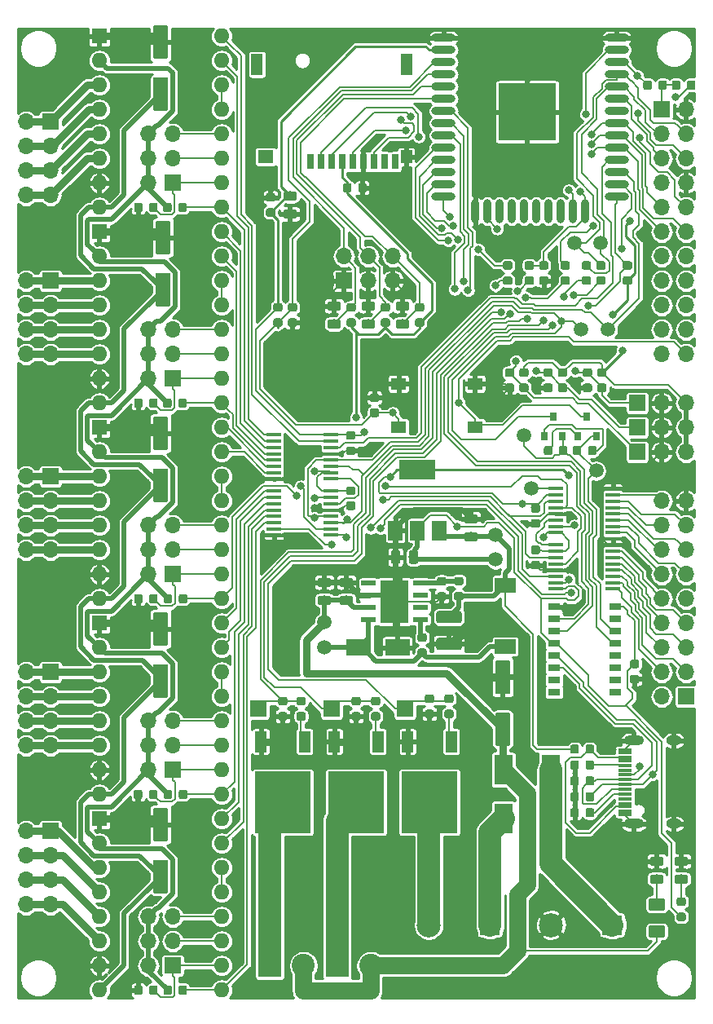
<source format=gbr>
G04 #@! TF.GenerationSoftware,KiCad,Pcbnew,5.1.2-f72e74a~84~ubuntu18.04.1*
G04 #@! TF.CreationDate,2019-07-05T19:17:41+01:00*
G04 #@! TF.ProjectId,esp32controller,65737033-3263-46f6-9e74-726f6c6c6572,rev?*
G04 #@! TF.SameCoordinates,Original*
G04 #@! TF.FileFunction,Copper,L1,Top*
G04 #@! TF.FilePolarity,Positive*
%FSLAX46Y46*%
G04 Gerber Fmt 4.6, Leading zero omitted, Abs format (unit mm)*
G04 Created by KiCad (PCBNEW 5.1.2-f72e74a~84~ubuntu18.04.1) date 2019-07-05 19:17:41*
%MOMM*%
%LPD*%
G04 APERTURE LIST*
%ADD10C,0.100000*%
%ADD11C,0.875000*%
%ADD12O,2.500000X0.900000*%
%ADD13O,0.900000X2.500000*%
%ADD14R,6.000000X6.000000*%
%ADD15O,1.700000X1.700000*%
%ADD16R,1.700000X1.700000*%
%ADD17R,2.500000X1.800000*%
%ADD18O,1.600000X1.600000*%
%ADD19R,1.600000X1.600000*%
%ADD20C,0.975000*%
%ADD21C,1.600000*%
%ADD22C,1.250000*%
%ADD23R,1.960000X3.150000*%
%ADD24R,1.200000X2.200000*%
%ADD25R,0.700000X1.600000*%
%ADD26R,1.200000X1.400000*%
%ADD27R,1.600000X1.400000*%
%ADD28O,1.600000X1.000000*%
%ADD29O,2.100000X1.000000*%
%ADD30R,1.450000X0.300000*%
%ADD31R,1.998980X1.998980*%
%ADD32C,2.499360*%
%ADD33R,2.400000X2.400000*%
%ADD34C,2.400000*%
%ADD35R,2.200000X1.500000*%
%ADD36R,0.800000X0.900000*%
%ADD37R,5.800000X6.400000*%
%ADD38R,1.550000X1.300000*%
%ADD39C,1.500000*%
%ADD40R,1.500000X0.450000*%
%ADD41R,3.800000X2.000000*%
%ADD42R,1.500000X2.000000*%
%ADD43R,2.600000X3.100000*%
%ADD44R,2.950000X4.500000*%
%ADD45R,1.550000X0.600000*%
%ADD46C,0.600000*%
%ADD47R,1.300000X0.800000*%
%ADD48C,0.800000*%
%ADD49C,0.800000*%
%ADD50C,0.500000*%
%ADD51C,0.200000*%
%ADD52C,0.250000*%
%ADD53C,1.800000*%
%ADD54C,2.400000*%
%ADD55C,0.254000*%
G04 APERTURE END LIST*
D10*
G36*
X51777691Y-37351053D02*
G01*
X51798926Y-37354203D01*
X51819750Y-37359419D01*
X51839962Y-37366651D01*
X51859368Y-37375830D01*
X51877781Y-37386866D01*
X51895024Y-37399654D01*
X51910930Y-37414070D01*
X51925346Y-37429976D01*
X51938134Y-37447219D01*
X51949170Y-37465632D01*
X51958349Y-37485038D01*
X51965581Y-37505250D01*
X51970797Y-37526074D01*
X51973947Y-37547309D01*
X51975000Y-37568750D01*
X51975000Y-38006250D01*
X51973947Y-38027691D01*
X51970797Y-38048926D01*
X51965581Y-38069750D01*
X51958349Y-38089962D01*
X51949170Y-38109368D01*
X51938134Y-38127781D01*
X51925346Y-38145024D01*
X51910930Y-38160930D01*
X51895024Y-38175346D01*
X51877781Y-38188134D01*
X51859368Y-38199170D01*
X51839962Y-38208349D01*
X51819750Y-38215581D01*
X51798926Y-38220797D01*
X51777691Y-38223947D01*
X51756250Y-38225000D01*
X51243750Y-38225000D01*
X51222309Y-38223947D01*
X51201074Y-38220797D01*
X51180250Y-38215581D01*
X51160038Y-38208349D01*
X51140632Y-38199170D01*
X51122219Y-38188134D01*
X51104976Y-38175346D01*
X51089070Y-38160930D01*
X51074654Y-38145024D01*
X51061866Y-38127781D01*
X51050830Y-38109368D01*
X51041651Y-38089962D01*
X51034419Y-38069750D01*
X51029203Y-38048926D01*
X51026053Y-38027691D01*
X51025000Y-38006250D01*
X51025000Y-37568750D01*
X51026053Y-37547309D01*
X51029203Y-37526074D01*
X51034419Y-37505250D01*
X51041651Y-37485038D01*
X51050830Y-37465632D01*
X51061866Y-37447219D01*
X51074654Y-37429976D01*
X51089070Y-37414070D01*
X51104976Y-37399654D01*
X51122219Y-37386866D01*
X51140632Y-37375830D01*
X51160038Y-37366651D01*
X51180250Y-37359419D01*
X51201074Y-37354203D01*
X51222309Y-37351053D01*
X51243750Y-37350000D01*
X51756250Y-37350000D01*
X51777691Y-37351053D01*
X51777691Y-37351053D01*
G37*
D11*
X51500000Y-37787500D03*
D10*
G36*
X51777691Y-35776053D02*
G01*
X51798926Y-35779203D01*
X51819750Y-35784419D01*
X51839962Y-35791651D01*
X51859368Y-35800830D01*
X51877781Y-35811866D01*
X51895024Y-35824654D01*
X51910930Y-35839070D01*
X51925346Y-35854976D01*
X51938134Y-35872219D01*
X51949170Y-35890632D01*
X51958349Y-35910038D01*
X51965581Y-35930250D01*
X51970797Y-35951074D01*
X51973947Y-35972309D01*
X51975000Y-35993750D01*
X51975000Y-36431250D01*
X51973947Y-36452691D01*
X51970797Y-36473926D01*
X51965581Y-36494750D01*
X51958349Y-36514962D01*
X51949170Y-36534368D01*
X51938134Y-36552781D01*
X51925346Y-36570024D01*
X51910930Y-36585930D01*
X51895024Y-36600346D01*
X51877781Y-36613134D01*
X51859368Y-36624170D01*
X51839962Y-36633349D01*
X51819750Y-36640581D01*
X51798926Y-36645797D01*
X51777691Y-36648947D01*
X51756250Y-36650000D01*
X51243750Y-36650000D01*
X51222309Y-36648947D01*
X51201074Y-36645797D01*
X51180250Y-36640581D01*
X51160038Y-36633349D01*
X51140632Y-36624170D01*
X51122219Y-36613134D01*
X51104976Y-36600346D01*
X51089070Y-36585930D01*
X51074654Y-36570024D01*
X51061866Y-36552781D01*
X51050830Y-36534368D01*
X51041651Y-36514962D01*
X51034419Y-36494750D01*
X51029203Y-36473926D01*
X51026053Y-36452691D01*
X51025000Y-36431250D01*
X51025000Y-35993750D01*
X51026053Y-35972309D01*
X51029203Y-35951074D01*
X51034419Y-35930250D01*
X51041651Y-35910038D01*
X51050830Y-35890632D01*
X51061866Y-35872219D01*
X51074654Y-35854976D01*
X51089070Y-35839070D01*
X51104976Y-35824654D01*
X51122219Y-35811866D01*
X51140632Y-35800830D01*
X51160038Y-35791651D01*
X51180250Y-35784419D01*
X51201074Y-35779203D01*
X51222309Y-35776053D01*
X51243750Y-35775000D01*
X51756250Y-35775000D01*
X51777691Y-35776053D01*
X51777691Y-35776053D01*
G37*
D11*
X51500000Y-36212500D03*
D10*
G36*
X55777691Y-35776053D02*
G01*
X55798926Y-35779203D01*
X55819750Y-35784419D01*
X55839962Y-35791651D01*
X55859368Y-35800830D01*
X55877781Y-35811866D01*
X55895024Y-35824654D01*
X55910930Y-35839070D01*
X55925346Y-35854976D01*
X55938134Y-35872219D01*
X55949170Y-35890632D01*
X55958349Y-35910038D01*
X55965581Y-35930250D01*
X55970797Y-35951074D01*
X55973947Y-35972309D01*
X55975000Y-35993750D01*
X55975000Y-36431250D01*
X55973947Y-36452691D01*
X55970797Y-36473926D01*
X55965581Y-36494750D01*
X55958349Y-36514962D01*
X55949170Y-36534368D01*
X55938134Y-36552781D01*
X55925346Y-36570024D01*
X55910930Y-36585930D01*
X55895024Y-36600346D01*
X55877781Y-36613134D01*
X55859368Y-36624170D01*
X55839962Y-36633349D01*
X55819750Y-36640581D01*
X55798926Y-36645797D01*
X55777691Y-36648947D01*
X55756250Y-36650000D01*
X55243750Y-36650000D01*
X55222309Y-36648947D01*
X55201074Y-36645797D01*
X55180250Y-36640581D01*
X55160038Y-36633349D01*
X55140632Y-36624170D01*
X55122219Y-36613134D01*
X55104976Y-36600346D01*
X55089070Y-36585930D01*
X55074654Y-36570024D01*
X55061866Y-36552781D01*
X55050830Y-36534368D01*
X55041651Y-36514962D01*
X55034419Y-36494750D01*
X55029203Y-36473926D01*
X55026053Y-36452691D01*
X55025000Y-36431250D01*
X55025000Y-35993750D01*
X55026053Y-35972309D01*
X55029203Y-35951074D01*
X55034419Y-35930250D01*
X55041651Y-35910038D01*
X55050830Y-35890632D01*
X55061866Y-35872219D01*
X55074654Y-35854976D01*
X55089070Y-35839070D01*
X55104976Y-35824654D01*
X55122219Y-35811866D01*
X55140632Y-35800830D01*
X55160038Y-35791651D01*
X55180250Y-35784419D01*
X55201074Y-35779203D01*
X55222309Y-35776053D01*
X55243750Y-35775000D01*
X55756250Y-35775000D01*
X55777691Y-35776053D01*
X55777691Y-35776053D01*
G37*
D11*
X55500000Y-36212500D03*
D10*
G36*
X55777691Y-37351053D02*
G01*
X55798926Y-37354203D01*
X55819750Y-37359419D01*
X55839962Y-37366651D01*
X55859368Y-37375830D01*
X55877781Y-37386866D01*
X55895024Y-37399654D01*
X55910930Y-37414070D01*
X55925346Y-37429976D01*
X55938134Y-37447219D01*
X55949170Y-37465632D01*
X55958349Y-37485038D01*
X55965581Y-37505250D01*
X55970797Y-37526074D01*
X55973947Y-37547309D01*
X55975000Y-37568750D01*
X55975000Y-38006250D01*
X55973947Y-38027691D01*
X55970797Y-38048926D01*
X55965581Y-38069750D01*
X55958349Y-38089962D01*
X55949170Y-38109368D01*
X55938134Y-38127781D01*
X55925346Y-38145024D01*
X55910930Y-38160930D01*
X55895024Y-38175346D01*
X55877781Y-38188134D01*
X55859368Y-38199170D01*
X55839962Y-38208349D01*
X55819750Y-38215581D01*
X55798926Y-38220797D01*
X55777691Y-38223947D01*
X55756250Y-38225000D01*
X55243750Y-38225000D01*
X55222309Y-38223947D01*
X55201074Y-38220797D01*
X55180250Y-38215581D01*
X55160038Y-38208349D01*
X55140632Y-38199170D01*
X55122219Y-38188134D01*
X55104976Y-38175346D01*
X55089070Y-38160930D01*
X55074654Y-38145024D01*
X55061866Y-38127781D01*
X55050830Y-38109368D01*
X55041651Y-38089962D01*
X55034419Y-38069750D01*
X55029203Y-38048926D01*
X55026053Y-38027691D01*
X55025000Y-38006250D01*
X55025000Y-37568750D01*
X55026053Y-37547309D01*
X55029203Y-37526074D01*
X55034419Y-37505250D01*
X55041651Y-37485038D01*
X55050830Y-37465632D01*
X55061866Y-37447219D01*
X55074654Y-37429976D01*
X55089070Y-37414070D01*
X55104976Y-37399654D01*
X55122219Y-37386866D01*
X55140632Y-37375830D01*
X55160038Y-37366651D01*
X55180250Y-37359419D01*
X55201074Y-37354203D01*
X55222309Y-37351053D01*
X55243750Y-37350000D01*
X55756250Y-37350000D01*
X55777691Y-37351053D01*
X55777691Y-37351053D01*
G37*
D11*
X55500000Y-37787500D03*
D10*
G36*
X59877691Y-35776053D02*
G01*
X59898926Y-35779203D01*
X59919750Y-35784419D01*
X59939962Y-35791651D01*
X59959368Y-35800830D01*
X59977781Y-35811866D01*
X59995024Y-35824654D01*
X60010930Y-35839070D01*
X60025346Y-35854976D01*
X60038134Y-35872219D01*
X60049170Y-35890632D01*
X60058349Y-35910038D01*
X60065581Y-35930250D01*
X60070797Y-35951074D01*
X60073947Y-35972309D01*
X60075000Y-35993750D01*
X60075000Y-36431250D01*
X60073947Y-36452691D01*
X60070797Y-36473926D01*
X60065581Y-36494750D01*
X60058349Y-36514962D01*
X60049170Y-36534368D01*
X60038134Y-36552781D01*
X60025346Y-36570024D01*
X60010930Y-36585930D01*
X59995024Y-36600346D01*
X59977781Y-36613134D01*
X59959368Y-36624170D01*
X59939962Y-36633349D01*
X59919750Y-36640581D01*
X59898926Y-36645797D01*
X59877691Y-36648947D01*
X59856250Y-36650000D01*
X59343750Y-36650000D01*
X59322309Y-36648947D01*
X59301074Y-36645797D01*
X59280250Y-36640581D01*
X59260038Y-36633349D01*
X59240632Y-36624170D01*
X59222219Y-36613134D01*
X59204976Y-36600346D01*
X59189070Y-36585930D01*
X59174654Y-36570024D01*
X59161866Y-36552781D01*
X59150830Y-36534368D01*
X59141651Y-36514962D01*
X59134419Y-36494750D01*
X59129203Y-36473926D01*
X59126053Y-36452691D01*
X59125000Y-36431250D01*
X59125000Y-35993750D01*
X59126053Y-35972309D01*
X59129203Y-35951074D01*
X59134419Y-35930250D01*
X59141651Y-35910038D01*
X59150830Y-35890632D01*
X59161866Y-35872219D01*
X59174654Y-35854976D01*
X59189070Y-35839070D01*
X59204976Y-35824654D01*
X59222219Y-35811866D01*
X59240632Y-35800830D01*
X59260038Y-35791651D01*
X59280250Y-35784419D01*
X59301074Y-35779203D01*
X59322309Y-35776053D01*
X59343750Y-35775000D01*
X59856250Y-35775000D01*
X59877691Y-35776053D01*
X59877691Y-35776053D01*
G37*
D11*
X59600000Y-36212500D03*
D10*
G36*
X59877691Y-37351053D02*
G01*
X59898926Y-37354203D01*
X59919750Y-37359419D01*
X59939962Y-37366651D01*
X59959368Y-37375830D01*
X59977781Y-37386866D01*
X59995024Y-37399654D01*
X60010930Y-37414070D01*
X60025346Y-37429976D01*
X60038134Y-37447219D01*
X60049170Y-37465632D01*
X60058349Y-37485038D01*
X60065581Y-37505250D01*
X60070797Y-37526074D01*
X60073947Y-37547309D01*
X60075000Y-37568750D01*
X60075000Y-38006250D01*
X60073947Y-38027691D01*
X60070797Y-38048926D01*
X60065581Y-38069750D01*
X60058349Y-38089962D01*
X60049170Y-38109368D01*
X60038134Y-38127781D01*
X60025346Y-38145024D01*
X60010930Y-38160930D01*
X59995024Y-38175346D01*
X59977781Y-38188134D01*
X59959368Y-38199170D01*
X59939962Y-38208349D01*
X59919750Y-38215581D01*
X59898926Y-38220797D01*
X59877691Y-38223947D01*
X59856250Y-38225000D01*
X59343750Y-38225000D01*
X59322309Y-38223947D01*
X59301074Y-38220797D01*
X59280250Y-38215581D01*
X59260038Y-38208349D01*
X59240632Y-38199170D01*
X59222219Y-38188134D01*
X59204976Y-38175346D01*
X59189070Y-38160930D01*
X59174654Y-38145024D01*
X59161866Y-38127781D01*
X59150830Y-38109368D01*
X59141651Y-38089962D01*
X59134419Y-38069750D01*
X59129203Y-38048926D01*
X59126053Y-38027691D01*
X59125000Y-38006250D01*
X59125000Y-37568750D01*
X59126053Y-37547309D01*
X59129203Y-37526074D01*
X59134419Y-37505250D01*
X59141651Y-37485038D01*
X59150830Y-37465632D01*
X59161866Y-37447219D01*
X59174654Y-37429976D01*
X59189070Y-37414070D01*
X59204976Y-37399654D01*
X59222219Y-37386866D01*
X59240632Y-37375830D01*
X59260038Y-37366651D01*
X59280250Y-37359419D01*
X59301074Y-37354203D01*
X59322309Y-37351053D01*
X59343750Y-37350000D01*
X59856250Y-37350000D01*
X59877691Y-37351053D01*
X59877691Y-37351053D01*
G37*
D11*
X59600000Y-37787500D03*
D10*
G36*
X57277691Y-37351053D02*
G01*
X57298926Y-37354203D01*
X57319750Y-37359419D01*
X57339962Y-37366651D01*
X57359368Y-37375830D01*
X57377781Y-37386866D01*
X57395024Y-37399654D01*
X57410930Y-37414070D01*
X57425346Y-37429976D01*
X57438134Y-37447219D01*
X57449170Y-37465632D01*
X57458349Y-37485038D01*
X57465581Y-37505250D01*
X57470797Y-37526074D01*
X57473947Y-37547309D01*
X57475000Y-37568750D01*
X57475000Y-38006250D01*
X57473947Y-38027691D01*
X57470797Y-38048926D01*
X57465581Y-38069750D01*
X57458349Y-38089962D01*
X57449170Y-38109368D01*
X57438134Y-38127781D01*
X57425346Y-38145024D01*
X57410930Y-38160930D01*
X57395024Y-38175346D01*
X57377781Y-38188134D01*
X57359368Y-38199170D01*
X57339962Y-38208349D01*
X57319750Y-38215581D01*
X57298926Y-38220797D01*
X57277691Y-38223947D01*
X57256250Y-38225000D01*
X56743750Y-38225000D01*
X56722309Y-38223947D01*
X56701074Y-38220797D01*
X56680250Y-38215581D01*
X56660038Y-38208349D01*
X56640632Y-38199170D01*
X56622219Y-38188134D01*
X56604976Y-38175346D01*
X56589070Y-38160930D01*
X56574654Y-38145024D01*
X56561866Y-38127781D01*
X56550830Y-38109368D01*
X56541651Y-38089962D01*
X56534419Y-38069750D01*
X56529203Y-38048926D01*
X56526053Y-38027691D01*
X56525000Y-38006250D01*
X56525000Y-37568750D01*
X56526053Y-37547309D01*
X56529203Y-37526074D01*
X56534419Y-37505250D01*
X56541651Y-37485038D01*
X56550830Y-37465632D01*
X56561866Y-37447219D01*
X56574654Y-37429976D01*
X56589070Y-37414070D01*
X56604976Y-37399654D01*
X56622219Y-37386866D01*
X56640632Y-37375830D01*
X56660038Y-37366651D01*
X56680250Y-37359419D01*
X56701074Y-37354203D01*
X56722309Y-37351053D01*
X56743750Y-37350000D01*
X57256250Y-37350000D01*
X57277691Y-37351053D01*
X57277691Y-37351053D01*
G37*
D11*
X57000000Y-37787500D03*
D10*
G36*
X57277691Y-35776053D02*
G01*
X57298926Y-35779203D01*
X57319750Y-35784419D01*
X57339962Y-35791651D01*
X57359368Y-35800830D01*
X57377781Y-35811866D01*
X57395024Y-35824654D01*
X57410930Y-35839070D01*
X57425346Y-35854976D01*
X57438134Y-35872219D01*
X57449170Y-35890632D01*
X57458349Y-35910038D01*
X57465581Y-35930250D01*
X57470797Y-35951074D01*
X57473947Y-35972309D01*
X57475000Y-35993750D01*
X57475000Y-36431250D01*
X57473947Y-36452691D01*
X57470797Y-36473926D01*
X57465581Y-36494750D01*
X57458349Y-36514962D01*
X57449170Y-36534368D01*
X57438134Y-36552781D01*
X57425346Y-36570024D01*
X57410930Y-36585930D01*
X57395024Y-36600346D01*
X57377781Y-36613134D01*
X57359368Y-36624170D01*
X57339962Y-36633349D01*
X57319750Y-36640581D01*
X57298926Y-36645797D01*
X57277691Y-36648947D01*
X57256250Y-36650000D01*
X56743750Y-36650000D01*
X56722309Y-36648947D01*
X56701074Y-36645797D01*
X56680250Y-36640581D01*
X56660038Y-36633349D01*
X56640632Y-36624170D01*
X56622219Y-36613134D01*
X56604976Y-36600346D01*
X56589070Y-36585930D01*
X56574654Y-36570024D01*
X56561866Y-36552781D01*
X56550830Y-36534368D01*
X56541651Y-36514962D01*
X56534419Y-36494750D01*
X56529203Y-36473926D01*
X56526053Y-36452691D01*
X56525000Y-36431250D01*
X56525000Y-35993750D01*
X56526053Y-35972309D01*
X56529203Y-35951074D01*
X56534419Y-35930250D01*
X56541651Y-35910038D01*
X56550830Y-35890632D01*
X56561866Y-35872219D01*
X56574654Y-35854976D01*
X56589070Y-35839070D01*
X56604976Y-35824654D01*
X56622219Y-35811866D01*
X56640632Y-35800830D01*
X56660038Y-35791651D01*
X56680250Y-35784419D01*
X56701074Y-35779203D01*
X56722309Y-35776053D01*
X56743750Y-35775000D01*
X57256250Y-35775000D01*
X57277691Y-35776053D01*
X57277691Y-35776053D01*
G37*
D11*
X57000000Y-36212500D03*
D10*
G36*
X53277691Y-35776053D02*
G01*
X53298926Y-35779203D01*
X53319750Y-35784419D01*
X53339962Y-35791651D01*
X53359368Y-35800830D01*
X53377781Y-35811866D01*
X53395024Y-35824654D01*
X53410930Y-35839070D01*
X53425346Y-35854976D01*
X53438134Y-35872219D01*
X53449170Y-35890632D01*
X53458349Y-35910038D01*
X53465581Y-35930250D01*
X53470797Y-35951074D01*
X53473947Y-35972309D01*
X53475000Y-35993750D01*
X53475000Y-36431250D01*
X53473947Y-36452691D01*
X53470797Y-36473926D01*
X53465581Y-36494750D01*
X53458349Y-36514962D01*
X53449170Y-36534368D01*
X53438134Y-36552781D01*
X53425346Y-36570024D01*
X53410930Y-36585930D01*
X53395024Y-36600346D01*
X53377781Y-36613134D01*
X53359368Y-36624170D01*
X53339962Y-36633349D01*
X53319750Y-36640581D01*
X53298926Y-36645797D01*
X53277691Y-36648947D01*
X53256250Y-36650000D01*
X52743750Y-36650000D01*
X52722309Y-36648947D01*
X52701074Y-36645797D01*
X52680250Y-36640581D01*
X52660038Y-36633349D01*
X52640632Y-36624170D01*
X52622219Y-36613134D01*
X52604976Y-36600346D01*
X52589070Y-36585930D01*
X52574654Y-36570024D01*
X52561866Y-36552781D01*
X52550830Y-36534368D01*
X52541651Y-36514962D01*
X52534419Y-36494750D01*
X52529203Y-36473926D01*
X52526053Y-36452691D01*
X52525000Y-36431250D01*
X52525000Y-35993750D01*
X52526053Y-35972309D01*
X52529203Y-35951074D01*
X52534419Y-35930250D01*
X52541651Y-35910038D01*
X52550830Y-35890632D01*
X52561866Y-35872219D01*
X52574654Y-35854976D01*
X52589070Y-35839070D01*
X52604976Y-35824654D01*
X52622219Y-35811866D01*
X52640632Y-35800830D01*
X52660038Y-35791651D01*
X52680250Y-35784419D01*
X52701074Y-35779203D01*
X52722309Y-35776053D01*
X52743750Y-35775000D01*
X53256250Y-35775000D01*
X53277691Y-35776053D01*
X53277691Y-35776053D01*
G37*
D11*
X53000000Y-36212500D03*
D10*
G36*
X53277691Y-37351053D02*
G01*
X53298926Y-37354203D01*
X53319750Y-37359419D01*
X53339962Y-37366651D01*
X53359368Y-37375830D01*
X53377781Y-37386866D01*
X53395024Y-37399654D01*
X53410930Y-37414070D01*
X53425346Y-37429976D01*
X53438134Y-37447219D01*
X53449170Y-37465632D01*
X53458349Y-37485038D01*
X53465581Y-37505250D01*
X53470797Y-37526074D01*
X53473947Y-37547309D01*
X53475000Y-37568750D01*
X53475000Y-38006250D01*
X53473947Y-38027691D01*
X53470797Y-38048926D01*
X53465581Y-38069750D01*
X53458349Y-38089962D01*
X53449170Y-38109368D01*
X53438134Y-38127781D01*
X53425346Y-38145024D01*
X53410930Y-38160930D01*
X53395024Y-38175346D01*
X53377781Y-38188134D01*
X53359368Y-38199170D01*
X53339962Y-38208349D01*
X53319750Y-38215581D01*
X53298926Y-38220797D01*
X53277691Y-38223947D01*
X53256250Y-38225000D01*
X52743750Y-38225000D01*
X52722309Y-38223947D01*
X52701074Y-38220797D01*
X52680250Y-38215581D01*
X52660038Y-38208349D01*
X52640632Y-38199170D01*
X52622219Y-38188134D01*
X52604976Y-38175346D01*
X52589070Y-38160930D01*
X52574654Y-38145024D01*
X52561866Y-38127781D01*
X52550830Y-38109368D01*
X52541651Y-38089962D01*
X52534419Y-38069750D01*
X52529203Y-38048926D01*
X52526053Y-38027691D01*
X52525000Y-38006250D01*
X52525000Y-37568750D01*
X52526053Y-37547309D01*
X52529203Y-37526074D01*
X52534419Y-37505250D01*
X52541651Y-37485038D01*
X52550830Y-37465632D01*
X52561866Y-37447219D01*
X52574654Y-37429976D01*
X52589070Y-37414070D01*
X52604976Y-37399654D01*
X52622219Y-37386866D01*
X52640632Y-37375830D01*
X52660038Y-37366651D01*
X52680250Y-37359419D01*
X52701074Y-37354203D01*
X52722309Y-37351053D01*
X52743750Y-37350000D01*
X53256250Y-37350000D01*
X53277691Y-37351053D01*
X53277691Y-37351053D01*
G37*
D11*
X53000000Y-37787500D03*
D12*
X62640000Y-1444000D03*
X62640000Y-2714000D03*
X62640000Y-3984000D03*
X62640000Y-5254000D03*
X62640000Y-6524000D03*
X62640000Y-7794000D03*
X62640000Y-9064000D03*
X62640000Y-10334000D03*
X62640000Y-11604000D03*
X62640000Y-12874000D03*
X62640000Y-14144000D03*
X62640000Y-15414000D03*
X62640000Y-16684000D03*
X62640000Y-17954000D03*
D13*
X59355000Y-19444000D03*
X58085000Y-19444000D03*
X56815000Y-19444000D03*
X55545000Y-19444000D03*
X54275000Y-19444000D03*
X53005000Y-19444000D03*
X51735000Y-19444000D03*
X50465000Y-19444000D03*
X49195000Y-19444000D03*
X47925000Y-19444000D03*
D12*
X44640000Y-17954000D03*
X44640000Y-16684000D03*
X44640000Y-15414000D03*
X44640000Y-14144000D03*
X44640000Y-12874000D03*
X44640000Y-11604000D03*
X44640000Y-10334000D03*
X44640000Y-9064000D03*
X44640000Y-7794000D03*
X44640000Y-6524000D03*
X44640000Y-5254000D03*
X44640000Y-3984000D03*
X44640000Y-2714000D03*
X44640000Y-1444000D03*
D14*
X53340000Y-9144000D03*
D15*
X67310000Y-49530000D03*
X69850000Y-49530000D03*
X67310000Y-52070000D03*
X69850000Y-52070000D03*
X67310000Y-54610000D03*
X69850000Y-54610000D03*
X67310000Y-57150000D03*
X69850000Y-57150000D03*
X67310000Y-59690000D03*
X69850000Y-59690000D03*
X67310000Y-62230000D03*
X69850000Y-62230000D03*
X67310000Y-64770000D03*
X69850000Y-64770000D03*
X67310000Y-67310000D03*
X69850000Y-67310000D03*
X67310000Y-69850000D03*
D16*
X69850000Y-69850000D03*
D17*
X35846000Y-64770000D03*
X39846000Y-64770000D03*
D16*
X67310000Y-8890000D03*
D15*
X69850000Y-8890000D03*
X67310000Y-11430000D03*
X69850000Y-11430000D03*
X67310000Y-13970000D03*
X69850000Y-13970000D03*
X67310000Y-16510000D03*
X69850000Y-16510000D03*
X67310000Y-19050000D03*
X69850000Y-19050000D03*
X67310000Y-21590000D03*
X69850000Y-21590000D03*
X67310000Y-24130000D03*
X69850000Y-24130000D03*
X67310000Y-26670000D03*
X69850000Y-26670000D03*
X67310000Y-29210000D03*
X69850000Y-29210000D03*
X67310000Y-31750000D03*
X69850000Y-31750000D03*
X67310000Y-34290000D03*
X69850000Y-34290000D03*
D18*
X21590000Y-1270000D03*
X8890000Y-19050000D03*
X21590000Y-3810000D03*
X8890000Y-16510000D03*
X21590000Y-6350000D03*
X8890000Y-13970000D03*
X21590000Y-8890000D03*
X8890000Y-11430000D03*
X21590000Y-11430000D03*
X8890000Y-8890000D03*
X21590000Y-13970000D03*
X8890000Y-6350000D03*
X21590000Y-16510000D03*
X8890000Y-3810000D03*
X21590000Y-19050000D03*
D19*
X8890000Y-1270000D03*
X8890000Y-62230000D03*
D18*
X21590000Y-80010000D03*
X8890000Y-64770000D03*
X21590000Y-77470000D03*
X8890000Y-67310000D03*
X21590000Y-74930000D03*
X8890000Y-69850000D03*
X21590000Y-72390000D03*
X8890000Y-72390000D03*
X21590000Y-69850000D03*
X8890000Y-74930000D03*
X21590000Y-67310000D03*
X8890000Y-77470000D03*
X21590000Y-64770000D03*
X8890000Y-80010000D03*
X21590000Y-62230000D03*
D19*
X8890000Y-21590000D03*
D18*
X21590000Y-39370000D03*
X8890000Y-24130000D03*
X21590000Y-36830000D03*
X8890000Y-26670000D03*
X21590000Y-34290000D03*
X8890000Y-29210000D03*
X21590000Y-31750000D03*
X8890000Y-31750000D03*
X21590000Y-29210000D03*
X8890000Y-34290000D03*
X21590000Y-26670000D03*
X8890000Y-36830000D03*
X21590000Y-24130000D03*
X8890000Y-39370000D03*
X21590000Y-21590000D03*
X21590000Y-82550000D03*
X8890000Y-100330000D03*
X21590000Y-85090000D03*
X8890000Y-97790000D03*
X21590000Y-87630000D03*
X8890000Y-95250000D03*
X21590000Y-90170000D03*
X8890000Y-92710000D03*
X21590000Y-92710000D03*
X8890000Y-90170000D03*
X21590000Y-95250000D03*
X8890000Y-87630000D03*
X21590000Y-97790000D03*
X8890000Y-85090000D03*
X21590000Y-100330000D03*
D19*
X8890000Y-82550000D03*
X8890000Y-41910000D03*
D18*
X21590000Y-59690000D03*
X8890000Y-44450000D03*
X21590000Y-57150000D03*
X8890000Y-46990000D03*
X21590000Y-54610000D03*
X8890000Y-49530000D03*
X21590000Y-52070000D03*
X8890000Y-52070000D03*
X21590000Y-49530000D03*
X8890000Y-54610000D03*
X21590000Y-46990000D03*
X8890000Y-57150000D03*
X21590000Y-44450000D03*
X8890000Y-59690000D03*
X21590000Y-41910000D03*
D10*
G36*
X29182142Y-19247174D02*
G01*
X29205803Y-19250684D01*
X29229007Y-19256496D01*
X29251529Y-19264554D01*
X29273153Y-19274782D01*
X29293670Y-19287079D01*
X29312883Y-19301329D01*
X29330607Y-19317393D01*
X29346671Y-19335117D01*
X29360921Y-19354330D01*
X29373218Y-19374847D01*
X29383446Y-19396471D01*
X29391504Y-19418993D01*
X29397316Y-19442197D01*
X29400826Y-19465858D01*
X29402000Y-19489750D01*
X29402000Y-19977250D01*
X29400826Y-20001142D01*
X29397316Y-20024803D01*
X29391504Y-20048007D01*
X29383446Y-20070529D01*
X29373218Y-20092153D01*
X29360921Y-20112670D01*
X29346671Y-20131883D01*
X29330607Y-20149607D01*
X29312883Y-20165671D01*
X29293670Y-20179921D01*
X29273153Y-20192218D01*
X29251529Y-20202446D01*
X29229007Y-20210504D01*
X29205803Y-20216316D01*
X29182142Y-20219826D01*
X29158250Y-20221000D01*
X28245750Y-20221000D01*
X28221858Y-20219826D01*
X28198197Y-20216316D01*
X28174993Y-20210504D01*
X28152471Y-20202446D01*
X28130847Y-20192218D01*
X28110330Y-20179921D01*
X28091117Y-20165671D01*
X28073393Y-20149607D01*
X28057329Y-20131883D01*
X28043079Y-20112670D01*
X28030782Y-20092153D01*
X28020554Y-20070529D01*
X28012496Y-20048007D01*
X28006684Y-20024803D01*
X28003174Y-20001142D01*
X28002000Y-19977250D01*
X28002000Y-19489750D01*
X28003174Y-19465858D01*
X28006684Y-19442197D01*
X28012496Y-19418993D01*
X28020554Y-19396471D01*
X28030782Y-19374847D01*
X28043079Y-19354330D01*
X28057329Y-19335117D01*
X28073393Y-19317393D01*
X28091117Y-19301329D01*
X28110330Y-19287079D01*
X28130847Y-19274782D01*
X28152471Y-19264554D01*
X28174993Y-19256496D01*
X28198197Y-19250684D01*
X28221858Y-19247174D01*
X28245750Y-19246000D01*
X29158250Y-19246000D01*
X29182142Y-19247174D01*
X29182142Y-19247174D01*
G37*
D20*
X28702000Y-19733500D03*
D10*
G36*
X29182142Y-17372174D02*
G01*
X29205803Y-17375684D01*
X29229007Y-17381496D01*
X29251529Y-17389554D01*
X29273153Y-17399782D01*
X29293670Y-17412079D01*
X29312883Y-17426329D01*
X29330607Y-17442393D01*
X29346671Y-17460117D01*
X29360921Y-17479330D01*
X29373218Y-17499847D01*
X29383446Y-17521471D01*
X29391504Y-17543993D01*
X29397316Y-17567197D01*
X29400826Y-17590858D01*
X29402000Y-17614750D01*
X29402000Y-18102250D01*
X29400826Y-18126142D01*
X29397316Y-18149803D01*
X29391504Y-18173007D01*
X29383446Y-18195529D01*
X29373218Y-18217153D01*
X29360921Y-18237670D01*
X29346671Y-18256883D01*
X29330607Y-18274607D01*
X29312883Y-18290671D01*
X29293670Y-18304921D01*
X29273153Y-18317218D01*
X29251529Y-18327446D01*
X29229007Y-18335504D01*
X29205803Y-18341316D01*
X29182142Y-18344826D01*
X29158250Y-18346000D01*
X28245750Y-18346000D01*
X28221858Y-18344826D01*
X28198197Y-18341316D01*
X28174993Y-18335504D01*
X28152471Y-18327446D01*
X28130847Y-18317218D01*
X28110330Y-18304921D01*
X28091117Y-18290671D01*
X28073393Y-18274607D01*
X28057329Y-18256883D01*
X28043079Y-18237670D01*
X28030782Y-18217153D01*
X28020554Y-18195529D01*
X28012496Y-18173007D01*
X28006684Y-18149803D01*
X28003174Y-18126142D01*
X28002000Y-18102250D01*
X28002000Y-17614750D01*
X28003174Y-17590858D01*
X28006684Y-17567197D01*
X28012496Y-17543993D01*
X28020554Y-17521471D01*
X28030782Y-17499847D01*
X28043079Y-17479330D01*
X28057329Y-17460117D01*
X28073393Y-17442393D01*
X28091117Y-17426329D01*
X28110330Y-17412079D01*
X28130847Y-17399782D01*
X28152471Y-17389554D01*
X28174993Y-17381496D01*
X28198197Y-17375684D01*
X28221858Y-17372174D01*
X28245750Y-17371000D01*
X29158250Y-17371000D01*
X29182142Y-17372174D01*
X29182142Y-17372174D01*
G37*
D20*
X28702000Y-17858500D03*
D10*
G36*
X26947691Y-17572053D02*
G01*
X26968926Y-17575203D01*
X26989750Y-17580419D01*
X27009962Y-17587651D01*
X27029368Y-17596830D01*
X27047781Y-17607866D01*
X27065024Y-17620654D01*
X27080930Y-17635070D01*
X27095346Y-17650976D01*
X27108134Y-17668219D01*
X27119170Y-17686632D01*
X27128349Y-17706038D01*
X27135581Y-17726250D01*
X27140797Y-17747074D01*
X27143947Y-17768309D01*
X27145000Y-17789750D01*
X27145000Y-18227250D01*
X27143947Y-18248691D01*
X27140797Y-18269926D01*
X27135581Y-18290750D01*
X27128349Y-18310962D01*
X27119170Y-18330368D01*
X27108134Y-18348781D01*
X27095346Y-18366024D01*
X27080930Y-18381930D01*
X27065024Y-18396346D01*
X27047781Y-18409134D01*
X27029368Y-18420170D01*
X27009962Y-18429349D01*
X26989750Y-18436581D01*
X26968926Y-18441797D01*
X26947691Y-18444947D01*
X26926250Y-18446000D01*
X26413750Y-18446000D01*
X26392309Y-18444947D01*
X26371074Y-18441797D01*
X26350250Y-18436581D01*
X26330038Y-18429349D01*
X26310632Y-18420170D01*
X26292219Y-18409134D01*
X26274976Y-18396346D01*
X26259070Y-18381930D01*
X26244654Y-18366024D01*
X26231866Y-18348781D01*
X26220830Y-18330368D01*
X26211651Y-18310962D01*
X26204419Y-18290750D01*
X26199203Y-18269926D01*
X26196053Y-18248691D01*
X26195000Y-18227250D01*
X26195000Y-17789750D01*
X26196053Y-17768309D01*
X26199203Y-17747074D01*
X26204419Y-17726250D01*
X26211651Y-17706038D01*
X26220830Y-17686632D01*
X26231866Y-17668219D01*
X26244654Y-17650976D01*
X26259070Y-17635070D01*
X26274976Y-17620654D01*
X26292219Y-17607866D01*
X26310632Y-17596830D01*
X26330038Y-17587651D01*
X26350250Y-17580419D01*
X26371074Y-17575203D01*
X26392309Y-17572053D01*
X26413750Y-17571000D01*
X26926250Y-17571000D01*
X26947691Y-17572053D01*
X26947691Y-17572053D01*
G37*
D11*
X26670000Y-18008500D03*
D10*
G36*
X26947691Y-19147053D02*
G01*
X26968926Y-19150203D01*
X26989750Y-19155419D01*
X27009962Y-19162651D01*
X27029368Y-19171830D01*
X27047781Y-19182866D01*
X27065024Y-19195654D01*
X27080930Y-19210070D01*
X27095346Y-19225976D01*
X27108134Y-19243219D01*
X27119170Y-19261632D01*
X27128349Y-19281038D01*
X27135581Y-19301250D01*
X27140797Y-19322074D01*
X27143947Y-19343309D01*
X27145000Y-19364750D01*
X27145000Y-19802250D01*
X27143947Y-19823691D01*
X27140797Y-19844926D01*
X27135581Y-19865750D01*
X27128349Y-19885962D01*
X27119170Y-19905368D01*
X27108134Y-19923781D01*
X27095346Y-19941024D01*
X27080930Y-19956930D01*
X27065024Y-19971346D01*
X27047781Y-19984134D01*
X27029368Y-19995170D01*
X27009962Y-20004349D01*
X26989750Y-20011581D01*
X26968926Y-20016797D01*
X26947691Y-20019947D01*
X26926250Y-20021000D01*
X26413750Y-20021000D01*
X26392309Y-20019947D01*
X26371074Y-20016797D01*
X26350250Y-20011581D01*
X26330038Y-20004349D01*
X26310632Y-19995170D01*
X26292219Y-19984134D01*
X26274976Y-19971346D01*
X26259070Y-19956930D01*
X26244654Y-19941024D01*
X26231866Y-19923781D01*
X26220830Y-19905368D01*
X26211651Y-19885962D01*
X26204419Y-19865750D01*
X26199203Y-19844926D01*
X26196053Y-19823691D01*
X26195000Y-19802250D01*
X26195000Y-19364750D01*
X26196053Y-19343309D01*
X26199203Y-19322074D01*
X26204419Y-19301250D01*
X26211651Y-19281038D01*
X26220830Y-19261632D01*
X26231866Y-19243219D01*
X26244654Y-19225976D01*
X26259070Y-19210070D01*
X26274976Y-19195654D01*
X26292219Y-19182866D01*
X26310632Y-19171830D01*
X26330038Y-19162651D01*
X26350250Y-19155419D01*
X26371074Y-19150203D01*
X26392309Y-19147053D01*
X26413750Y-19146000D01*
X26926250Y-19146000D01*
X26947691Y-19147053D01*
X26947691Y-19147053D01*
G37*
D11*
X26670000Y-19583500D03*
D10*
G36*
X35277691Y-49601053D02*
G01*
X35298926Y-49604203D01*
X35319750Y-49609419D01*
X35339962Y-49616651D01*
X35359368Y-49625830D01*
X35377781Y-49636866D01*
X35395024Y-49649654D01*
X35410930Y-49664070D01*
X35425346Y-49679976D01*
X35438134Y-49697219D01*
X35449170Y-49715632D01*
X35458349Y-49735038D01*
X35465581Y-49755250D01*
X35470797Y-49776074D01*
X35473947Y-49797309D01*
X35475000Y-49818750D01*
X35475000Y-50256250D01*
X35473947Y-50277691D01*
X35470797Y-50298926D01*
X35465581Y-50319750D01*
X35458349Y-50339962D01*
X35449170Y-50359368D01*
X35438134Y-50377781D01*
X35425346Y-50395024D01*
X35410930Y-50410930D01*
X35395024Y-50425346D01*
X35377781Y-50438134D01*
X35359368Y-50449170D01*
X35339962Y-50458349D01*
X35319750Y-50465581D01*
X35298926Y-50470797D01*
X35277691Y-50473947D01*
X35256250Y-50475000D01*
X34743750Y-50475000D01*
X34722309Y-50473947D01*
X34701074Y-50470797D01*
X34680250Y-50465581D01*
X34660038Y-50458349D01*
X34640632Y-50449170D01*
X34622219Y-50438134D01*
X34604976Y-50425346D01*
X34589070Y-50410930D01*
X34574654Y-50395024D01*
X34561866Y-50377781D01*
X34550830Y-50359368D01*
X34541651Y-50339962D01*
X34534419Y-50319750D01*
X34529203Y-50298926D01*
X34526053Y-50277691D01*
X34525000Y-50256250D01*
X34525000Y-49818750D01*
X34526053Y-49797309D01*
X34529203Y-49776074D01*
X34534419Y-49755250D01*
X34541651Y-49735038D01*
X34550830Y-49715632D01*
X34561866Y-49697219D01*
X34574654Y-49679976D01*
X34589070Y-49664070D01*
X34604976Y-49649654D01*
X34622219Y-49636866D01*
X34640632Y-49625830D01*
X34660038Y-49616651D01*
X34680250Y-49609419D01*
X34701074Y-49604203D01*
X34722309Y-49601053D01*
X34743750Y-49600000D01*
X35256250Y-49600000D01*
X35277691Y-49601053D01*
X35277691Y-49601053D01*
G37*
D11*
X35000000Y-50037500D03*
D10*
G36*
X35277691Y-48026053D02*
G01*
X35298926Y-48029203D01*
X35319750Y-48034419D01*
X35339962Y-48041651D01*
X35359368Y-48050830D01*
X35377781Y-48061866D01*
X35395024Y-48074654D01*
X35410930Y-48089070D01*
X35425346Y-48104976D01*
X35438134Y-48122219D01*
X35449170Y-48140632D01*
X35458349Y-48160038D01*
X35465581Y-48180250D01*
X35470797Y-48201074D01*
X35473947Y-48222309D01*
X35475000Y-48243750D01*
X35475000Y-48681250D01*
X35473947Y-48702691D01*
X35470797Y-48723926D01*
X35465581Y-48744750D01*
X35458349Y-48764962D01*
X35449170Y-48784368D01*
X35438134Y-48802781D01*
X35425346Y-48820024D01*
X35410930Y-48835930D01*
X35395024Y-48850346D01*
X35377781Y-48863134D01*
X35359368Y-48874170D01*
X35339962Y-48883349D01*
X35319750Y-48890581D01*
X35298926Y-48895797D01*
X35277691Y-48898947D01*
X35256250Y-48900000D01*
X34743750Y-48900000D01*
X34722309Y-48898947D01*
X34701074Y-48895797D01*
X34680250Y-48890581D01*
X34660038Y-48883349D01*
X34640632Y-48874170D01*
X34622219Y-48863134D01*
X34604976Y-48850346D01*
X34589070Y-48835930D01*
X34574654Y-48820024D01*
X34561866Y-48802781D01*
X34550830Y-48784368D01*
X34541651Y-48764962D01*
X34534419Y-48744750D01*
X34529203Y-48723926D01*
X34526053Y-48702691D01*
X34525000Y-48681250D01*
X34525000Y-48243750D01*
X34526053Y-48222309D01*
X34529203Y-48201074D01*
X34534419Y-48180250D01*
X34541651Y-48160038D01*
X34550830Y-48140632D01*
X34561866Y-48122219D01*
X34574654Y-48104976D01*
X34589070Y-48089070D01*
X34604976Y-48074654D01*
X34622219Y-48061866D01*
X34640632Y-48050830D01*
X34660038Y-48041651D01*
X34680250Y-48034419D01*
X34701074Y-48029203D01*
X34722309Y-48026053D01*
X34743750Y-48025000D01*
X35256250Y-48025000D01*
X35277691Y-48026053D01*
X35277691Y-48026053D01*
G37*
D11*
X35000000Y-48462500D03*
D10*
G36*
X35277691Y-42313553D02*
G01*
X35298926Y-42316703D01*
X35319750Y-42321919D01*
X35339962Y-42329151D01*
X35359368Y-42338330D01*
X35377781Y-42349366D01*
X35395024Y-42362154D01*
X35410930Y-42376570D01*
X35425346Y-42392476D01*
X35438134Y-42409719D01*
X35449170Y-42428132D01*
X35458349Y-42447538D01*
X35465581Y-42467750D01*
X35470797Y-42488574D01*
X35473947Y-42509809D01*
X35475000Y-42531250D01*
X35475000Y-42968750D01*
X35473947Y-42990191D01*
X35470797Y-43011426D01*
X35465581Y-43032250D01*
X35458349Y-43052462D01*
X35449170Y-43071868D01*
X35438134Y-43090281D01*
X35425346Y-43107524D01*
X35410930Y-43123430D01*
X35395024Y-43137846D01*
X35377781Y-43150634D01*
X35359368Y-43161670D01*
X35339962Y-43170849D01*
X35319750Y-43178081D01*
X35298926Y-43183297D01*
X35277691Y-43186447D01*
X35256250Y-43187500D01*
X34743750Y-43187500D01*
X34722309Y-43186447D01*
X34701074Y-43183297D01*
X34680250Y-43178081D01*
X34660038Y-43170849D01*
X34640632Y-43161670D01*
X34622219Y-43150634D01*
X34604976Y-43137846D01*
X34589070Y-43123430D01*
X34574654Y-43107524D01*
X34561866Y-43090281D01*
X34550830Y-43071868D01*
X34541651Y-43052462D01*
X34534419Y-43032250D01*
X34529203Y-43011426D01*
X34526053Y-42990191D01*
X34525000Y-42968750D01*
X34525000Y-42531250D01*
X34526053Y-42509809D01*
X34529203Y-42488574D01*
X34534419Y-42467750D01*
X34541651Y-42447538D01*
X34550830Y-42428132D01*
X34561866Y-42409719D01*
X34574654Y-42392476D01*
X34589070Y-42376570D01*
X34604976Y-42362154D01*
X34622219Y-42349366D01*
X34640632Y-42338330D01*
X34660038Y-42329151D01*
X34680250Y-42321919D01*
X34701074Y-42316703D01*
X34722309Y-42313553D01*
X34743750Y-42312500D01*
X35256250Y-42312500D01*
X35277691Y-42313553D01*
X35277691Y-42313553D01*
G37*
D11*
X35000000Y-42750000D03*
D10*
G36*
X35277691Y-43888553D02*
G01*
X35298926Y-43891703D01*
X35319750Y-43896919D01*
X35339962Y-43904151D01*
X35359368Y-43913330D01*
X35377781Y-43924366D01*
X35395024Y-43937154D01*
X35410930Y-43951570D01*
X35425346Y-43967476D01*
X35438134Y-43984719D01*
X35449170Y-44003132D01*
X35458349Y-44022538D01*
X35465581Y-44042750D01*
X35470797Y-44063574D01*
X35473947Y-44084809D01*
X35475000Y-44106250D01*
X35475000Y-44543750D01*
X35473947Y-44565191D01*
X35470797Y-44586426D01*
X35465581Y-44607250D01*
X35458349Y-44627462D01*
X35449170Y-44646868D01*
X35438134Y-44665281D01*
X35425346Y-44682524D01*
X35410930Y-44698430D01*
X35395024Y-44712846D01*
X35377781Y-44725634D01*
X35359368Y-44736670D01*
X35339962Y-44745849D01*
X35319750Y-44753081D01*
X35298926Y-44758297D01*
X35277691Y-44761447D01*
X35256250Y-44762500D01*
X34743750Y-44762500D01*
X34722309Y-44761447D01*
X34701074Y-44758297D01*
X34680250Y-44753081D01*
X34660038Y-44745849D01*
X34640632Y-44736670D01*
X34622219Y-44725634D01*
X34604976Y-44712846D01*
X34589070Y-44698430D01*
X34574654Y-44682524D01*
X34561866Y-44665281D01*
X34550830Y-44646868D01*
X34541651Y-44627462D01*
X34534419Y-44607250D01*
X34529203Y-44586426D01*
X34526053Y-44565191D01*
X34525000Y-44543750D01*
X34525000Y-44106250D01*
X34526053Y-44084809D01*
X34529203Y-44063574D01*
X34534419Y-44042750D01*
X34541651Y-44022538D01*
X34550830Y-44003132D01*
X34561866Y-43984719D01*
X34574654Y-43967476D01*
X34589070Y-43951570D01*
X34604976Y-43937154D01*
X34622219Y-43924366D01*
X34640632Y-43913330D01*
X34660038Y-43904151D01*
X34680250Y-43896919D01*
X34701074Y-43891703D01*
X34722309Y-43888553D01*
X34743750Y-43887500D01*
X35256250Y-43887500D01*
X35277691Y-43888553D01*
X35277691Y-43888553D01*
G37*
D11*
X35000000Y-44325000D03*
D10*
G36*
X54477691Y-54188553D02*
G01*
X54498926Y-54191703D01*
X54519750Y-54196919D01*
X54539962Y-54204151D01*
X54559368Y-54213330D01*
X54577781Y-54224366D01*
X54595024Y-54237154D01*
X54610930Y-54251570D01*
X54625346Y-54267476D01*
X54638134Y-54284719D01*
X54649170Y-54303132D01*
X54658349Y-54322538D01*
X54665581Y-54342750D01*
X54670797Y-54363574D01*
X54673947Y-54384809D01*
X54675000Y-54406250D01*
X54675000Y-54843750D01*
X54673947Y-54865191D01*
X54670797Y-54886426D01*
X54665581Y-54907250D01*
X54658349Y-54927462D01*
X54649170Y-54946868D01*
X54638134Y-54965281D01*
X54625346Y-54982524D01*
X54610930Y-54998430D01*
X54595024Y-55012846D01*
X54577781Y-55025634D01*
X54559368Y-55036670D01*
X54539962Y-55045849D01*
X54519750Y-55053081D01*
X54498926Y-55058297D01*
X54477691Y-55061447D01*
X54456250Y-55062500D01*
X53943750Y-55062500D01*
X53922309Y-55061447D01*
X53901074Y-55058297D01*
X53880250Y-55053081D01*
X53860038Y-55045849D01*
X53840632Y-55036670D01*
X53822219Y-55025634D01*
X53804976Y-55012846D01*
X53789070Y-54998430D01*
X53774654Y-54982524D01*
X53761866Y-54965281D01*
X53750830Y-54946868D01*
X53741651Y-54927462D01*
X53734419Y-54907250D01*
X53729203Y-54886426D01*
X53726053Y-54865191D01*
X53725000Y-54843750D01*
X53725000Y-54406250D01*
X53726053Y-54384809D01*
X53729203Y-54363574D01*
X53734419Y-54342750D01*
X53741651Y-54322538D01*
X53750830Y-54303132D01*
X53761866Y-54284719D01*
X53774654Y-54267476D01*
X53789070Y-54251570D01*
X53804976Y-54237154D01*
X53822219Y-54224366D01*
X53840632Y-54213330D01*
X53860038Y-54204151D01*
X53880250Y-54196919D01*
X53901074Y-54191703D01*
X53922309Y-54188553D01*
X53943750Y-54187500D01*
X54456250Y-54187500D01*
X54477691Y-54188553D01*
X54477691Y-54188553D01*
G37*
D11*
X54200000Y-54625000D03*
D10*
G36*
X54477691Y-55763553D02*
G01*
X54498926Y-55766703D01*
X54519750Y-55771919D01*
X54539962Y-55779151D01*
X54559368Y-55788330D01*
X54577781Y-55799366D01*
X54595024Y-55812154D01*
X54610930Y-55826570D01*
X54625346Y-55842476D01*
X54638134Y-55859719D01*
X54649170Y-55878132D01*
X54658349Y-55897538D01*
X54665581Y-55917750D01*
X54670797Y-55938574D01*
X54673947Y-55959809D01*
X54675000Y-55981250D01*
X54675000Y-56418750D01*
X54673947Y-56440191D01*
X54670797Y-56461426D01*
X54665581Y-56482250D01*
X54658349Y-56502462D01*
X54649170Y-56521868D01*
X54638134Y-56540281D01*
X54625346Y-56557524D01*
X54610930Y-56573430D01*
X54595024Y-56587846D01*
X54577781Y-56600634D01*
X54559368Y-56611670D01*
X54539962Y-56620849D01*
X54519750Y-56628081D01*
X54498926Y-56633297D01*
X54477691Y-56636447D01*
X54456250Y-56637500D01*
X53943750Y-56637500D01*
X53922309Y-56636447D01*
X53901074Y-56633297D01*
X53880250Y-56628081D01*
X53860038Y-56620849D01*
X53840632Y-56611670D01*
X53822219Y-56600634D01*
X53804976Y-56587846D01*
X53789070Y-56573430D01*
X53774654Y-56557524D01*
X53761866Y-56540281D01*
X53750830Y-56521868D01*
X53741651Y-56502462D01*
X53734419Y-56482250D01*
X53729203Y-56461426D01*
X53726053Y-56440191D01*
X53725000Y-56418750D01*
X53725000Y-55981250D01*
X53726053Y-55959809D01*
X53729203Y-55938574D01*
X53734419Y-55917750D01*
X53741651Y-55897538D01*
X53750830Y-55878132D01*
X53761866Y-55859719D01*
X53774654Y-55842476D01*
X53789070Y-55826570D01*
X53804976Y-55812154D01*
X53822219Y-55799366D01*
X53840632Y-55788330D01*
X53860038Y-55779151D01*
X53880250Y-55771919D01*
X53901074Y-55766703D01*
X53922309Y-55763553D01*
X53943750Y-55762500D01*
X54456250Y-55762500D01*
X54477691Y-55763553D01*
X54477691Y-55763553D01*
G37*
D11*
X54200000Y-56200000D03*
D10*
G36*
X54477691Y-51438553D02*
G01*
X54498926Y-51441703D01*
X54519750Y-51446919D01*
X54539962Y-51454151D01*
X54559368Y-51463330D01*
X54577781Y-51474366D01*
X54595024Y-51487154D01*
X54610930Y-51501570D01*
X54625346Y-51517476D01*
X54638134Y-51534719D01*
X54649170Y-51553132D01*
X54658349Y-51572538D01*
X54665581Y-51592750D01*
X54670797Y-51613574D01*
X54673947Y-51634809D01*
X54675000Y-51656250D01*
X54675000Y-52093750D01*
X54673947Y-52115191D01*
X54670797Y-52136426D01*
X54665581Y-52157250D01*
X54658349Y-52177462D01*
X54649170Y-52196868D01*
X54638134Y-52215281D01*
X54625346Y-52232524D01*
X54610930Y-52248430D01*
X54595024Y-52262846D01*
X54577781Y-52275634D01*
X54559368Y-52286670D01*
X54539962Y-52295849D01*
X54519750Y-52303081D01*
X54498926Y-52308297D01*
X54477691Y-52311447D01*
X54456250Y-52312500D01*
X53943750Y-52312500D01*
X53922309Y-52311447D01*
X53901074Y-52308297D01*
X53880250Y-52303081D01*
X53860038Y-52295849D01*
X53840632Y-52286670D01*
X53822219Y-52275634D01*
X53804976Y-52262846D01*
X53789070Y-52248430D01*
X53774654Y-52232524D01*
X53761866Y-52215281D01*
X53750830Y-52196868D01*
X53741651Y-52177462D01*
X53734419Y-52157250D01*
X53729203Y-52136426D01*
X53726053Y-52115191D01*
X53725000Y-52093750D01*
X53725000Y-51656250D01*
X53726053Y-51634809D01*
X53729203Y-51613574D01*
X53734419Y-51592750D01*
X53741651Y-51572538D01*
X53750830Y-51553132D01*
X53761866Y-51534719D01*
X53774654Y-51517476D01*
X53789070Y-51501570D01*
X53804976Y-51487154D01*
X53822219Y-51474366D01*
X53840632Y-51463330D01*
X53860038Y-51454151D01*
X53880250Y-51446919D01*
X53901074Y-51441703D01*
X53922309Y-51438553D01*
X53943750Y-51437500D01*
X54456250Y-51437500D01*
X54477691Y-51438553D01*
X54477691Y-51438553D01*
G37*
D11*
X54200000Y-51875000D03*
D10*
G36*
X54477691Y-49863553D02*
G01*
X54498926Y-49866703D01*
X54519750Y-49871919D01*
X54539962Y-49879151D01*
X54559368Y-49888330D01*
X54577781Y-49899366D01*
X54595024Y-49912154D01*
X54610930Y-49926570D01*
X54625346Y-49942476D01*
X54638134Y-49959719D01*
X54649170Y-49978132D01*
X54658349Y-49997538D01*
X54665581Y-50017750D01*
X54670797Y-50038574D01*
X54673947Y-50059809D01*
X54675000Y-50081250D01*
X54675000Y-50518750D01*
X54673947Y-50540191D01*
X54670797Y-50561426D01*
X54665581Y-50582250D01*
X54658349Y-50602462D01*
X54649170Y-50621868D01*
X54638134Y-50640281D01*
X54625346Y-50657524D01*
X54610930Y-50673430D01*
X54595024Y-50687846D01*
X54577781Y-50700634D01*
X54559368Y-50711670D01*
X54539962Y-50720849D01*
X54519750Y-50728081D01*
X54498926Y-50733297D01*
X54477691Y-50736447D01*
X54456250Y-50737500D01*
X53943750Y-50737500D01*
X53922309Y-50736447D01*
X53901074Y-50733297D01*
X53880250Y-50728081D01*
X53860038Y-50720849D01*
X53840632Y-50711670D01*
X53822219Y-50700634D01*
X53804976Y-50687846D01*
X53789070Y-50673430D01*
X53774654Y-50657524D01*
X53761866Y-50640281D01*
X53750830Y-50621868D01*
X53741651Y-50602462D01*
X53734419Y-50582250D01*
X53729203Y-50561426D01*
X53726053Y-50540191D01*
X53725000Y-50518750D01*
X53725000Y-50081250D01*
X53726053Y-50059809D01*
X53729203Y-50038574D01*
X53734419Y-50017750D01*
X53741651Y-49997538D01*
X53750830Y-49978132D01*
X53761866Y-49959719D01*
X53774654Y-49942476D01*
X53789070Y-49926570D01*
X53804976Y-49912154D01*
X53822219Y-49899366D01*
X53840632Y-49888330D01*
X53860038Y-49879151D01*
X53880250Y-49871919D01*
X53901074Y-49866703D01*
X53922309Y-49863553D01*
X53943750Y-49862500D01*
X54456250Y-49862500D01*
X54477691Y-49863553D01*
X54477691Y-49863553D01*
G37*
D11*
X54200000Y-50300000D03*
D10*
G36*
X33754142Y-28802174D02*
G01*
X33777803Y-28805684D01*
X33801007Y-28811496D01*
X33823529Y-28819554D01*
X33845153Y-28829782D01*
X33865670Y-28842079D01*
X33884883Y-28856329D01*
X33902607Y-28872393D01*
X33918671Y-28890117D01*
X33932921Y-28909330D01*
X33945218Y-28929847D01*
X33955446Y-28951471D01*
X33963504Y-28973993D01*
X33969316Y-28997197D01*
X33972826Y-29020858D01*
X33974000Y-29044750D01*
X33974000Y-29532250D01*
X33972826Y-29556142D01*
X33969316Y-29579803D01*
X33963504Y-29603007D01*
X33955446Y-29625529D01*
X33945218Y-29647153D01*
X33932921Y-29667670D01*
X33918671Y-29686883D01*
X33902607Y-29704607D01*
X33884883Y-29720671D01*
X33865670Y-29734921D01*
X33845153Y-29747218D01*
X33823529Y-29757446D01*
X33801007Y-29765504D01*
X33777803Y-29771316D01*
X33754142Y-29774826D01*
X33730250Y-29776000D01*
X32817750Y-29776000D01*
X32793858Y-29774826D01*
X32770197Y-29771316D01*
X32746993Y-29765504D01*
X32724471Y-29757446D01*
X32702847Y-29747218D01*
X32682330Y-29734921D01*
X32663117Y-29720671D01*
X32645393Y-29704607D01*
X32629329Y-29686883D01*
X32615079Y-29667670D01*
X32602782Y-29647153D01*
X32592554Y-29625529D01*
X32584496Y-29603007D01*
X32578684Y-29579803D01*
X32575174Y-29556142D01*
X32574000Y-29532250D01*
X32574000Y-29044750D01*
X32575174Y-29020858D01*
X32578684Y-28997197D01*
X32584496Y-28973993D01*
X32592554Y-28951471D01*
X32602782Y-28929847D01*
X32615079Y-28909330D01*
X32629329Y-28890117D01*
X32645393Y-28872393D01*
X32663117Y-28856329D01*
X32682330Y-28842079D01*
X32702847Y-28829782D01*
X32724471Y-28819554D01*
X32746993Y-28811496D01*
X32770197Y-28805684D01*
X32793858Y-28802174D01*
X32817750Y-28801000D01*
X33730250Y-28801000D01*
X33754142Y-28802174D01*
X33754142Y-28802174D01*
G37*
D20*
X33274000Y-29288500D03*
D10*
G36*
X33754142Y-30677174D02*
G01*
X33777803Y-30680684D01*
X33801007Y-30686496D01*
X33823529Y-30694554D01*
X33845153Y-30704782D01*
X33865670Y-30717079D01*
X33884883Y-30731329D01*
X33902607Y-30747393D01*
X33918671Y-30765117D01*
X33932921Y-30784330D01*
X33945218Y-30804847D01*
X33955446Y-30826471D01*
X33963504Y-30848993D01*
X33969316Y-30872197D01*
X33972826Y-30895858D01*
X33974000Y-30919750D01*
X33974000Y-31407250D01*
X33972826Y-31431142D01*
X33969316Y-31454803D01*
X33963504Y-31478007D01*
X33955446Y-31500529D01*
X33945218Y-31522153D01*
X33932921Y-31542670D01*
X33918671Y-31561883D01*
X33902607Y-31579607D01*
X33884883Y-31595671D01*
X33865670Y-31609921D01*
X33845153Y-31622218D01*
X33823529Y-31632446D01*
X33801007Y-31640504D01*
X33777803Y-31646316D01*
X33754142Y-31649826D01*
X33730250Y-31651000D01*
X32817750Y-31651000D01*
X32793858Y-31649826D01*
X32770197Y-31646316D01*
X32746993Y-31640504D01*
X32724471Y-31632446D01*
X32702847Y-31622218D01*
X32682330Y-31609921D01*
X32663117Y-31595671D01*
X32645393Y-31579607D01*
X32629329Y-31561883D01*
X32615079Y-31542670D01*
X32602782Y-31522153D01*
X32592554Y-31500529D01*
X32584496Y-31478007D01*
X32578684Y-31454803D01*
X32575174Y-31431142D01*
X32574000Y-31407250D01*
X32574000Y-30919750D01*
X32575174Y-30895858D01*
X32578684Y-30872197D01*
X32584496Y-30848993D01*
X32592554Y-30826471D01*
X32602782Y-30804847D01*
X32615079Y-30784330D01*
X32629329Y-30765117D01*
X32645393Y-30747393D01*
X32663117Y-30731329D01*
X32682330Y-30717079D01*
X32702847Y-30704782D01*
X32724471Y-30694554D01*
X32746993Y-30686496D01*
X32770197Y-30680684D01*
X32793858Y-30677174D01*
X32817750Y-30676000D01*
X33730250Y-30676000D01*
X33754142Y-30677174D01*
X33754142Y-30677174D01*
G37*
D20*
X33274000Y-31163500D03*
D10*
G36*
X29233691Y-29002053D02*
G01*
X29254926Y-29005203D01*
X29275750Y-29010419D01*
X29295962Y-29017651D01*
X29315368Y-29026830D01*
X29333781Y-29037866D01*
X29351024Y-29050654D01*
X29366930Y-29065070D01*
X29381346Y-29080976D01*
X29394134Y-29098219D01*
X29405170Y-29116632D01*
X29414349Y-29136038D01*
X29421581Y-29156250D01*
X29426797Y-29177074D01*
X29429947Y-29198309D01*
X29431000Y-29219750D01*
X29431000Y-29657250D01*
X29429947Y-29678691D01*
X29426797Y-29699926D01*
X29421581Y-29720750D01*
X29414349Y-29740962D01*
X29405170Y-29760368D01*
X29394134Y-29778781D01*
X29381346Y-29796024D01*
X29366930Y-29811930D01*
X29351024Y-29826346D01*
X29333781Y-29839134D01*
X29315368Y-29850170D01*
X29295962Y-29859349D01*
X29275750Y-29866581D01*
X29254926Y-29871797D01*
X29233691Y-29874947D01*
X29212250Y-29876000D01*
X28699750Y-29876000D01*
X28678309Y-29874947D01*
X28657074Y-29871797D01*
X28636250Y-29866581D01*
X28616038Y-29859349D01*
X28596632Y-29850170D01*
X28578219Y-29839134D01*
X28560976Y-29826346D01*
X28545070Y-29811930D01*
X28530654Y-29796024D01*
X28517866Y-29778781D01*
X28506830Y-29760368D01*
X28497651Y-29740962D01*
X28490419Y-29720750D01*
X28485203Y-29699926D01*
X28482053Y-29678691D01*
X28481000Y-29657250D01*
X28481000Y-29219750D01*
X28482053Y-29198309D01*
X28485203Y-29177074D01*
X28490419Y-29156250D01*
X28497651Y-29136038D01*
X28506830Y-29116632D01*
X28517866Y-29098219D01*
X28530654Y-29080976D01*
X28545070Y-29065070D01*
X28560976Y-29050654D01*
X28578219Y-29037866D01*
X28596632Y-29026830D01*
X28616038Y-29017651D01*
X28636250Y-29010419D01*
X28657074Y-29005203D01*
X28678309Y-29002053D01*
X28699750Y-29001000D01*
X29212250Y-29001000D01*
X29233691Y-29002053D01*
X29233691Y-29002053D01*
G37*
D11*
X28956000Y-29438500D03*
D10*
G36*
X29233691Y-30577053D02*
G01*
X29254926Y-30580203D01*
X29275750Y-30585419D01*
X29295962Y-30592651D01*
X29315368Y-30601830D01*
X29333781Y-30612866D01*
X29351024Y-30625654D01*
X29366930Y-30640070D01*
X29381346Y-30655976D01*
X29394134Y-30673219D01*
X29405170Y-30691632D01*
X29414349Y-30711038D01*
X29421581Y-30731250D01*
X29426797Y-30752074D01*
X29429947Y-30773309D01*
X29431000Y-30794750D01*
X29431000Y-31232250D01*
X29429947Y-31253691D01*
X29426797Y-31274926D01*
X29421581Y-31295750D01*
X29414349Y-31315962D01*
X29405170Y-31335368D01*
X29394134Y-31353781D01*
X29381346Y-31371024D01*
X29366930Y-31386930D01*
X29351024Y-31401346D01*
X29333781Y-31414134D01*
X29315368Y-31425170D01*
X29295962Y-31434349D01*
X29275750Y-31441581D01*
X29254926Y-31446797D01*
X29233691Y-31449947D01*
X29212250Y-31451000D01*
X28699750Y-31451000D01*
X28678309Y-31449947D01*
X28657074Y-31446797D01*
X28636250Y-31441581D01*
X28616038Y-31434349D01*
X28596632Y-31425170D01*
X28578219Y-31414134D01*
X28560976Y-31401346D01*
X28545070Y-31386930D01*
X28530654Y-31371024D01*
X28517866Y-31353781D01*
X28506830Y-31335368D01*
X28497651Y-31315962D01*
X28490419Y-31295750D01*
X28485203Y-31274926D01*
X28482053Y-31253691D01*
X28481000Y-31232250D01*
X28481000Y-30794750D01*
X28482053Y-30773309D01*
X28485203Y-30752074D01*
X28490419Y-30731250D01*
X28497651Y-30711038D01*
X28506830Y-30691632D01*
X28517866Y-30673219D01*
X28530654Y-30655976D01*
X28545070Y-30640070D01*
X28560976Y-30625654D01*
X28578219Y-30612866D01*
X28596632Y-30601830D01*
X28616038Y-30592651D01*
X28636250Y-30585419D01*
X28657074Y-30580203D01*
X28678309Y-30577053D01*
X28699750Y-30576000D01*
X29212250Y-30576000D01*
X29233691Y-30577053D01*
X29233691Y-30577053D01*
G37*
D11*
X28956000Y-31013500D03*
D10*
G36*
X37310142Y-28802174D02*
G01*
X37333803Y-28805684D01*
X37357007Y-28811496D01*
X37379529Y-28819554D01*
X37401153Y-28829782D01*
X37421670Y-28842079D01*
X37440883Y-28856329D01*
X37458607Y-28872393D01*
X37474671Y-28890117D01*
X37488921Y-28909330D01*
X37501218Y-28929847D01*
X37511446Y-28951471D01*
X37519504Y-28973993D01*
X37525316Y-28997197D01*
X37528826Y-29020858D01*
X37530000Y-29044750D01*
X37530000Y-29532250D01*
X37528826Y-29556142D01*
X37525316Y-29579803D01*
X37519504Y-29603007D01*
X37511446Y-29625529D01*
X37501218Y-29647153D01*
X37488921Y-29667670D01*
X37474671Y-29686883D01*
X37458607Y-29704607D01*
X37440883Y-29720671D01*
X37421670Y-29734921D01*
X37401153Y-29747218D01*
X37379529Y-29757446D01*
X37357007Y-29765504D01*
X37333803Y-29771316D01*
X37310142Y-29774826D01*
X37286250Y-29776000D01*
X36373750Y-29776000D01*
X36349858Y-29774826D01*
X36326197Y-29771316D01*
X36302993Y-29765504D01*
X36280471Y-29757446D01*
X36258847Y-29747218D01*
X36238330Y-29734921D01*
X36219117Y-29720671D01*
X36201393Y-29704607D01*
X36185329Y-29686883D01*
X36171079Y-29667670D01*
X36158782Y-29647153D01*
X36148554Y-29625529D01*
X36140496Y-29603007D01*
X36134684Y-29579803D01*
X36131174Y-29556142D01*
X36130000Y-29532250D01*
X36130000Y-29044750D01*
X36131174Y-29020858D01*
X36134684Y-28997197D01*
X36140496Y-28973993D01*
X36148554Y-28951471D01*
X36158782Y-28929847D01*
X36171079Y-28909330D01*
X36185329Y-28890117D01*
X36201393Y-28872393D01*
X36219117Y-28856329D01*
X36238330Y-28842079D01*
X36258847Y-28829782D01*
X36280471Y-28819554D01*
X36302993Y-28811496D01*
X36326197Y-28805684D01*
X36349858Y-28802174D01*
X36373750Y-28801000D01*
X37286250Y-28801000D01*
X37310142Y-28802174D01*
X37310142Y-28802174D01*
G37*
D20*
X36830000Y-29288500D03*
D10*
G36*
X37310142Y-30677174D02*
G01*
X37333803Y-30680684D01*
X37357007Y-30686496D01*
X37379529Y-30694554D01*
X37401153Y-30704782D01*
X37421670Y-30717079D01*
X37440883Y-30731329D01*
X37458607Y-30747393D01*
X37474671Y-30765117D01*
X37488921Y-30784330D01*
X37501218Y-30804847D01*
X37511446Y-30826471D01*
X37519504Y-30848993D01*
X37525316Y-30872197D01*
X37528826Y-30895858D01*
X37530000Y-30919750D01*
X37530000Y-31407250D01*
X37528826Y-31431142D01*
X37525316Y-31454803D01*
X37519504Y-31478007D01*
X37511446Y-31500529D01*
X37501218Y-31522153D01*
X37488921Y-31542670D01*
X37474671Y-31561883D01*
X37458607Y-31579607D01*
X37440883Y-31595671D01*
X37421670Y-31609921D01*
X37401153Y-31622218D01*
X37379529Y-31632446D01*
X37357007Y-31640504D01*
X37333803Y-31646316D01*
X37310142Y-31649826D01*
X37286250Y-31651000D01*
X36373750Y-31651000D01*
X36349858Y-31649826D01*
X36326197Y-31646316D01*
X36302993Y-31640504D01*
X36280471Y-31632446D01*
X36258847Y-31622218D01*
X36238330Y-31609921D01*
X36219117Y-31595671D01*
X36201393Y-31579607D01*
X36185329Y-31561883D01*
X36171079Y-31542670D01*
X36158782Y-31522153D01*
X36148554Y-31500529D01*
X36140496Y-31478007D01*
X36134684Y-31454803D01*
X36131174Y-31431142D01*
X36130000Y-31407250D01*
X36130000Y-30919750D01*
X36131174Y-30895858D01*
X36134684Y-30872197D01*
X36140496Y-30848993D01*
X36148554Y-30826471D01*
X36158782Y-30804847D01*
X36171079Y-30784330D01*
X36185329Y-30765117D01*
X36201393Y-30747393D01*
X36219117Y-30731329D01*
X36238330Y-30717079D01*
X36258847Y-30704782D01*
X36280471Y-30694554D01*
X36302993Y-30686496D01*
X36326197Y-30680684D01*
X36349858Y-30677174D01*
X36373750Y-30676000D01*
X37286250Y-30676000D01*
X37310142Y-30677174D01*
X37310142Y-30677174D01*
G37*
D20*
X36830000Y-31163500D03*
D10*
G36*
X37742691Y-38374553D02*
G01*
X37763926Y-38377703D01*
X37784750Y-38382919D01*
X37804962Y-38390151D01*
X37824368Y-38399330D01*
X37842781Y-38410366D01*
X37860024Y-38423154D01*
X37875930Y-38437570D01*
X37890346Y-38453476D01*
X37903134Y-38470719D01*
X37914170Y-38489132D01*
X37923349Y-38508538D01*
X37930581Y-38528750D01*
X37935797Y-38549574D01*
X37938947Y-38570809D01*
X37940000Y-38592250D01*
X37940000Y-39029750D01*
X37938947Y-39051191D01*
X37935797Y-39072426D01*
X37930581Y-39093250D01*
X37923349Y-39113462D01*
X37914170Y-39132868D01*
X37903134Y-39151281D01*
X37890346Y-39168524D01*
X37875930Y-39184430D01*
X37860024Y-39198846D01*
X37842781Y-39211634D01*
X37824368Y-39222670D01*
X37804962Y-39231849D01*
X37784750Y-39239081D01*
X37763926Y-39244297D01*
X37742691Y-39247447D01*
X37721250Y-39248500D01*
X37208750Y-39248500D01*
X37187309Y-39247447D01*
X37166074Y-39244297D01*
X37145250Y-39239081D01*
X37125038Y-39231849D01*
X37105632Y-39222670D01*
X37087219Y-39211634D01*
X37069976Y-39198846D01*
X37054070Y-39184430D01*
X37039654Y-39168524D01*
X37026866Y-39151281D01*
X37015830Y-39132868D01*
X37006651Y-39113462D01*
X36999419Y-39093250D01*
X36994203Y-39072426D01*
X36991053Y-39051191D01*
X36990000Y-39029750D01*
X36990000Y-38592250D01*
X36991053Y-38570809D01*
X36994203Y-38549574D01*
X36999419Y-38528750D01*
X37006651Y-38508538D01*
X37015830Y-38489132D01*
X37026866Y-38470719D01*
X37039654Y-38453476D01*
X37054070Y-38437570D01*
X37069976Y-38423154D01*
X37087219Y-38410366D01*
X37105632Y-38399330D01*
X37125038Y-38390151D01*
X37145250Y-38382919D01*
X37166074Y-38377703D01*
X37187309Y-38374553D01*
X37208750Y-38373500D01*
X37721250Y-38373500D01*
X37742691Y-38374553D01*
X37742691Y-38374553D01*
G37*
D11*
X37465000Y-38811000D03*
D10*
G36*
X37742691Y-39949553D02*
G01*
X37763926Y-39952703D01*
X37784750Y-39957919D01*
X37804962Y-39965151D01*
X37824368Y-39974330D01*
X37842781Y-39985366D01*
X37860024Y-39998154D01*
X37875930Y-40012570D01*
X37890346Y-40028476D01*
X37903134Y-40045719D01*
X37914170Y-40064132D01*
X37923349Y-40083538D01*
X37930581Y-40103750D01*
X37935797Y-40124574D01*
X37938947Y-40145809D01*
X37940000Y-40167250D01*
X37940000Y-40604750D01*
X37938947Y-40626191D01*
X37935797Y-40647426D01*
X37930581Y-40668250D01*
X37923349Y-40688462D01*
X37914170Y-40707868D01*
X37903134Y-40726281D01*
X37890346Y-40743524D01*
X37875930Y-40759430D01*
X37860024Y-40773846D01*
X37842781Y-40786634D01*
X37824368Y-40797670D01*
X37804962Y-40806849D01*
X37784750Y-40814081D01*
X37763926Y-40819297D01*
X37742691Y-40822447D01*
X37721250Y-40823500D01*
X37208750Y-40823500D01*
X37187309Y-40822447D01*
X37166074Y-40819297D01*
X37145250Y-40814081D01*
X37125038Y-40806849D01*
X37105632Y-40797670D01*
X37087219Y-40786634D01*
X37069976Y-40773846D01*
X37054070Y-40759430D01*
X37039654Y-40743524D01*
X37026866Y-40726281D01*
X37015830Y-40707868D01*
X37006651Y-40688462D01*
X36999419Y-40668250D01*
X36994203Y-40647426D01*
X36991053Y-40626191D01*
X36990000Y-40604750D01*
X36990000Y-40167250D01*
X36991053Y-40145809D01*
X36994203Y-40124574D01*
X36999419Y-40103750D01*
X37006651Y-40083538D01*
X37015830Y-40064132D01*
X37026866Y-40045719D01*
X37039654Y-40028476D01*
X37054070Y-40012570D01*
X37069976Y-39998154D01*
X37087219Y-39985366D01*
X37105632Y-39974330D01*
X37125038Y-39965151D01*
X37145250Y-39957919D01*
X37166074Y-39952703D01*
X37187309Y-39949553D01*
X37208750Y-39948500D01*
X37721250Y-39948500D01*
X37742691Y-39949553D01*
X37742691Y-39949553D01*
G37*
D11*
X37465000Y-40386000D03*
D10*
G36*
X40866142Y-30677174D02*
G01*
X40889803Y-30680684D01*
X40913007Y-30686496D01*
X40935529Y-30694554D01*
X40957153Y-30704782D01*
X40977670Y-30717079D01*
X40996883Y-30731329D01*
X41014607Y-30747393D01*
X41030671Y-30765117D01*
X41044921Y-30784330D01*
X41057218Y-30804847D01*
X41067446Y-30826471D01*
X41075504Y-30848993D01*
X41081316Y-30872197D01*
X41084826Y-30895858D01*
X41086000Y-30919750D01*
X41086000Y-31407250D01*
X41084826Y-31431142D01*
X41081316Y-31454803D01*
X41075504Y-31478007D01*
X41067446Y-31500529D01*
X41057218Y-31522153D01*
X41044921Y-31542670D01*
X41030671Y-31561883D01*
X41014607Y-31579607D01*
X40996883Y-31595671D01*
X40977670Y-31609921D01*
X40957153Y-31622218D01*
X40935529Y-31632446D01*
X40913007Y-31640504D01*
X40889803Y-31646316D01*
X40866142Y-31649826D01*
X40842250Y-31651000D01*
X39929750Y-31651000D01*
X39905858Y-31649826D01*
X39882197Y-31646316D01*
X39858993Y-31640504D01*
X39836471Y-31632446D01*
X39814847Y-31622218D01*
X39794330Y-31609921D01*
X39775117Y-31595671D01*
X39757393Y-31579607D01*
X39741329Y-31561883D01*
X39727079Y-31542670D01*
X39714782Y-31522153D01*
X39704554Y-31500529D01*
X39696496Y-31478007D01*
X39690684Y-31454803D01*
X39687174Y-31431142D01*
X39686000Y-31407250D01*
X39686000Y-30919750D01*
X39687174Y-30895858D01*
X39690684Y-30872197D01*
X39696496Y-30848993D01*
X39704554Y-30826471D01*
X39714782Y-30804847D01*
X39727079Y-30784330D01*
X39741329Y-30765117D01*
X39757393Y-30747393D01*
X39775117Y-30731329D01*
X39794330Y-30717079D01*
X39814847Y-30704782D01*
X39836471Y-30694554D01*
X39858993Y-30686496D01*
X39882197Y-30680684D01*
X39905858Y-30677174D01*
X39929750Y-30676000D01*
X40842250Y-30676000D01*
X40866142Y-30677174D01*
X40866142Y-30677174D01*
G37*
D20*
X40386000Y-31163500D03*
D10*
G36*
X40866142Y-28802174D02*
G01*
X40889803Y-28805684D01*
X40913007Y-28811496D01*
X40935529Y-28819554D01*
X40957153Y-28829782D01*
X40977670Y-28842079D01*
X40996883Y-28856329D01*
X41014607Y-28872393D01*
X41030671Y-28890117D01*
X41044921Y-28909330D01*
X41057218Y-28929847D01*
X41067446Y-28951471D01*
X41075504Y-28973993D01*
X41081316Y-28997197D01*
X41084826Y-29020858D01*
X41086000Y-29044750D01*
X41086000Y-29532250D01*
X41084826Y-29556142D01*
X41081316Y-29579803D01*
X41075504Y-29603007D01*
X41067446Y-29625529D01*
X41057218Y-29647153D01*
X41044921Y-29667670D01*
X41030671Y-29686883D01*
X41014607Y-29704607D01*
X40996883Y-29720671D01*
X40977670Y-29734921D01*
X40957153Y-29747218D01*
X40935529Y-29757446D01*
X40913007Y-29765504D01*
X40889803Y-29771316D01*
X40866142Y-29774826D01*
X40842250Y-29776000D01*
X39929750Y-29776000D01*
X39905858Y-29774826D01*
X39882197Y-29771316D01*
X39858993Y-29765504D01*
X39836471Y-29757446D01*
X39814847Y-29747218D01*
X39794330Y-29734921D01*
X39775117Y-29720671D01*
X39757393Y-29704607D01*
X39741329Y-29686883D01*
X39727079Y-29667670D01*
X39714782Y-29647153D01*
X39704554Y-29625529D01*
X39696496Y-29603007D01*
X39690684Y-29579803D01*
X39687174Y-29556142D01*
X39686000Y-29532250D01*
X39686000Y-29044750D01*
X39687174Y-29020858D01*
X39690684Y-28997197D01*
X39696496Y-28973993D01*
X39704554Y-28951471D01*
X39714782Y-28929847D01*
X39727079Y-28909330D01*
X39741329Y-28890117D01*
X39757393Y-28872393D01*
X39775117Y-28856329D01*
X39794330Y-28842079D01*
X39814847Y-28829782D01*
X39836471Y-28819554D01*
X39858993Y-28811496D01*
X39882197Y-28805684D01*
X39905858Y-28802174D01*
X39929750Y-28801000D01*
X40842250Y-28801000D01*
X40866142Y-28802174D01*
X40866142Y-28802174D01*
G37*
D20*
X40386000Y-29288500D03*
D10*
G36*
X35024142Y-59379174D02*
G01*
X35047803Y-59382684D01*
X35071007Y-59388496D01*
X35093529Y-59396554D01*
X35115153Y-59406782D01*
X35135670Y-59419079D01*
X35154883Y-59433329D01*
X35172607Y-59449393D01*
X35188671Y-59467117D01*
X35202921Y-59486330D01*
X35215218Y-59506847D01*
X35225446Y-59528471D01*
X35233504Y-59550993D01*
X35239316Y-59574197D01*
X35242826Y-59597858D01*
X35244000Y-59621750D01*
X35244000Y-60109250D01*
X35242826Y-60133142D01*
X35239316Y-60156803D01*
X35233504Y-60180007D01*
X35225446Y-60202529D01*
X35215218Y-60224153D01*
X35202921Y-60244670D01*
X35188671Y-60263883D01*
X35172607Y-60281607D01*
X35154883Y-60297671D01*
X35135670Y-60311921D01*
X35115153Y-60324218D01*
X35093529Y-60334446D01*
X35071007Y-60342504D01*
X35047803Y-60348316D01*
X35024142Y-60351826D01*
X35000250Y-60353000D01*
X34087750Y-60353000D01*
X34063858Y-60351826D01*
X34040197Y-60348316D01*
X34016993Y-60342504D01*
X33994471Y-60334446D01*
X33972847Y-60324218D01*
X33952330Y-60311921D01*
X33933117Y-60297671D01*
X33915393Y-60281607D01*
X33899329Y-60263883D01*
X33885079Y-60244670D01*
X33872782Y-60224153D01*
X33862554Y-60202529D01*
X33854496Y-60180007D01*
X33848684Y-60156803D01*
X33845174Y-60133142D01*
X33844000Y-60109250D01*
X33844000Y-59621750D01*
X33845174Y-59597858D01*
X33848684Y-59574197D01*
X33854496Y-59550993D01*
X33862554Y-59528471D01*
X33872782Y-59506847D01*
X33885079Y-59486330D01*
X33899329Y-59467117D01*
X33915393Y-59449393D01*
X33933117Y-59433329D01*
X33952330Y-59419079D01*
X33972847Y-59406782D01*
X33994471Y-59396554D01*
X34016993Y-59388496D01*
X34040197Y-59382684D01*
X34063858Y-59379174D01*
X34087750Y-59378000D01*
X35000250Y-59378000D01*
X35024142Y-59379174D01*
X35024142Y-59379174D01*
G37*
D20*
X34544000Y-59865500D03*
D10*
G36*
X35024142Y-57504174D02*
G01*
X35047803Y-57507684D01*
X35071007Y-57513496D01*
X35093529Y-57521554D01*
X35115153Y-57531782D01*
X35135670Y-57544079D01*
X35154883Y-57558329D01*
X35172607Y-57574393D01*
X35188671Y-57592117D01*
X35202921Y-57611330D01*
X35215218Y-57631847D01*
X35225446Y-57653471D01*
X35233504Y-57675993D01*
X35239316Y-57699197D01*
X35242826Y-57722858D01*
X35244000Y-57746750D01*
X35244000Y-58234250D01*
X35242826Y-58258142D01*
X35239316Y-58281803D01*
X35233504Y-58305007D01*
X35225446Y-58327529D01*
X35215218Y-58349153D01*
X35202921Y-58369670D01*
X35188671Y-58388883D01*
X35172607Y-58406607D01*
X35154883Y-58422671D01*
X35135670Y-58436921D01*
X35115153Y-58449218D01*
X35093529Y-58459446D01*
X35071007Y-58467504D01*
X35047803Y-58473316D01*
X35024142Y-58476826D01*
X35000250Y-58478000D01*
X34087750Y-58478000D01*
X34063858Y-58476826D01*
X34040197Y-58473316D01*
X34016993Y-58467504D01*
X33994471Y-58459446D01*
X33972847Y-58449218D01*
X33952330Y-58436921D01*
X33933117Y-58422671D01*
X33915393Y-58406607D01*
X33899329Y-58388883D01*
X33885079Y-58369670D01*
X33872782Y-58349153D01*
X33862554Y-58327529D01*
X33854496Y-58305007D01*
X33848684Y-58281803D01*
X33845174Y-58258142D01*
X33844000Y-58234250D01*
X33844000Y-57746750D01*
X33845174Y-57722858D01*
X33848684Y-57699197D01*
X33854496Y-57675993D01*
X33862554Y-57653471D01*
X33872782Y-57631847D01*
X33885079Y-57611330D01*
X33899329Y-57592117D01*
X33915393Y-57574393D01*
X33933117Y-57558329D01*
X33952330Y-57544079D01*
X33972847Y-57531782D01*
X33994471Y-57521554D01*
X34016993Y-57513496D01*
X34040197Y-57507684D01*
X34063858Y-57504174D01*
X34087750Y-57503000D01*
X35000250Y-57503000D01*
X35024142Y-57504174D01*
X35024142Y-57504174D01*
G37*
D20*
X34544000Y-57990500D03*
D10*
G36*
X47978142Y-50900174D02*
G01*
X48001803Y-50903684D01*
X48025007Y-50909496D01*
X48047529Y-50917554D01*
X48069153Y-50927782D01*
X48089670Y-50940079D01*
X48108883Y-50954329D01*
X48126607Y-50970393D01*
X48142671Y-50988117D01*
X48156921Y-51007330D01*
X48169218Y-51027847D01*
X48179446Y-51049471D01*
X48187504Y-51071993D01*
X48193316Y-51095197D01*
X48196826Y-51118858D01*
X48198000Y-51142750D01*
X48198000Y-51630250D01*
X48196826Y-51654142D01*
X48193316Y-51677803D01*
X48187504Y-51701007D01*
X48179446Y-51723529D01*
X48169218Y-51745153D01*
X48156921Y-51765670D01*
X48142671Y-51784883D01*
X48126607Y-51802607D01*
X48108883Y-51818671D01*
X48089670Y-51832921D01*
X48069153Y-51845218D01*
X48047529Y-51855446D01*
X48025007Y-51863504D01*
X48001803Y-51869316D01*
X47978142Y-51872826D01*
X47954250Y-51874000D01*
X47041750Y-51874000D01*
X47017858Y-51872826D01*
X46994197Y-51869316D01*
X46970993Y-51863504D01*
X46948471Y-51855446D01*
X46926847Y-51845218D01*
X46906330Y-51832921D01*
X46887117Y-51818671D01*
X46869393Y-51802607D01*
X46853329Y-51784883D01*
X46839079Y-51765670D01*
X46826782Y-51745153D01*
X46816554Y-51723529D01*
X46808496Y-51701007D01*
X46802684Y-51677803D01*
X46799174Y-51654142D01*
X46798000Y-51630250D01*
X46798000Y-51142750D01*
X46799174Y-51118858D01*
X46802684Y-51095197D01*
X46808496Y-51071993D01*
X46816554Y-51049471D01*
X46826782Y-51027847D01*
X46839079Y-51007330D01*
X46853329Y-50988117D01*
X46869393Y-50970393D01*
X46887117Y-50954329D01*
X46906330Y-50940079D01*
X46926847Y-50927782D01*
X46948471Y-50917554D01*
X46970993Y-50909496D01*
X46994197Y-50903684D01*
X47017858Y-50900174D01*
X47041750Y-50899000D01*
X47954250Y-50899000D01*
X47978142Y-50900174D01*
X47978142Y-50900174D01*
G37*
D20*
X47498000Y-51386500D03*
D10*
G36*
X47978142Y-52775174D02*
G01*
X48001803Y-52778684D01*
X48025007Y-52784496D01*
X48047529Y-52792554D01*
X48069153Y-52802782D01*
X48089670Y-52815079D01*
X48108883Y-52829329D01*
X48126607Y-52845393D01*
X48142671Y-52863117D01*
X48156921Y-52882330D01*
X48169218Y-52902847D01*
X48179446Y-52924471D01*
X48187504Y-52946993D01*
X48193316Y-52970197D01*
X48196826Y-52993858D01*
X48198000Y-53017750D01*
X48198000Y-53505250D01*
X48196826Y-53529142D01*
X48193316Y-53552803D01*
X48187504Y-53576007D01*
X48179446Y-53598529D01*
X48169218Y-53620153D01*
X48156921Y-53640670D01*
X48142671Y-53659883D01*
X48126607Y-53677607D01*
X48108883Y-53693671D01*
X48089670Y-53707921D01*
X48069153Y-53720218D01*
X48047529Y-53730446D01*
X48025007Y-53738504D01*
X48001803Y-53744316D01*
X47978142Y-53747826D01*
X47954250Y-53749000D01*
X47041750Y-53749000D01*
X47017858Y-53747826D01*
X46994197Y-53744316D01*
X46970993Y-53738504D01*
X46948471Y-53730446D01*
X46926847Y-53720218D01*
X46906330Y-53707921D01*
X46887117Y-53693671D01*
X46869393Y-53677607D01*
X46853329Y-53659883D01*
X46839079Y-53640670D01*
X46826782Y-53620153D01*
X46816554Y-53598529D01*
X46808496Y-53576007D01*
X46802684Y-53552803D01*
X46799174Y-53529142D01*
X46798000Y-53505250D01*
X46798000Y-53017750D01*
X46799174Y-52993858D01*
X46802684Y-52970197D01*
X46808496Y-52946993D01*
X46816554Y-52924471D01*
X46826782Y-52902847D01*
X46839079Y-52882330D01*
X46853329Y-52863117D01*
X46869393Y-52845393D01*
X46887117Y-52829329D01*
X46906330Y-52815079D01*
X46926847Y-52802782D01*
X46948471Y-52792554D01*
X46970993Y-52784496D01*
X46994197Y-52778684D01*
X47017858Y-52775174D01*
X47041750Y-52774000D01*
X47954250Y-52774000D01*
X47978142Y-52775174D01*
X47978142Y-52775174D01*
G37*
D20*
X47498000Y-53261500D03*
D10*
G36*
X32738142Y-57504174D02*
G01*
X32761803Y-57507684D01*
X32785007Y-57513496D01*
X32807529Y-57521554D01*
X32829153Y-57531782D01*
X32849670Y-57544079D01*
X32868883Y-57558329D01*
X32886607Y-57574393D01*
X32902671Y-57592117D01*
X32916921Y-57611330D01*
X32929218Y-57631847D01*
X32939446Y-57653471D01*
X32947504Y-57675993D01*
X32953316Y-57699197D01*
X32956826Y-57722858D01*
X32958000Y-57746750D01*
X32958000Y-58234250D01*
X32956826Y-58258142D01*
X32953316Y-58281803D01*
X32947504Y-58305007D01*
X32939446Y-58327529D01*
X32929218Y-58349153D01*
X32916921Y-58369670D01*
X32902671Y-58388883D01*
X32886607Y-58406607D01*
X32868883Y-58422671D01*
X32849670Y-58436921D01*
X32829153Y-58449218D01*
X32807529Y-58459446D01*
X32785007Y-58467504D01*
X32761803Y-58473316D01*
X32738142Y-58476826D01*
X32714250Y-58478000D01*
X31801750Y-58478000D01*
X31777858Y-58476826D01*
X31754197Y-58473316D01*
X31730993Y-58467504D01*
X31708471Y-58459446D01*
X31686847Y-58449218D01*
X31666330Y-58436921D01*
X31647117Y-58422671D01*
X31629393Y-58406607D01*
X31613329Y-58388883D01*
X31599079Y-58369670D01*
X31586782Y-58349153D01*
X31576554Y-58327529D01*
X31568496Y-58305007D01*
X31562684Y-58281803D01*
X31559174Y-58258142D01*
X31558000Y-58234250D01*
X31558000Y-57746750D01*
X31559174Y-57722858D01*
X31562684Y-57699197D01*
X31568496Y-57675993D01*
X31576554Y-57653471D01*
X31586782Y-57631847D01*
X31599079Y-57611330D01*
X31613329Y-57592117D01*
X31629393Y-57574393D01*
X31647117Y-57558329D01*
X31666330Y-57544079D01*
X31686847Y-57531782D01*
X31708471Y-57521554D01*
X31730993Y-57513496D01*
X31754197Y-57507684D01*
X31777858Y-57504174D01*
X31801750Y-57503000D01*
X32714250Y-57503000D01*
X32738142Y-57504174D01*
X32738142Y-57504174D01*
G37*
D20*
X32258000Y-57990500D03*
D10*
G36*
X32738142Y-59379174D02*
G01*
X32761803Y-59382684D01*
X32785007Y-59388496D01*
X32807529Y-59396554D01*
X32829153Y-59406782D01*
X32849670Y-59419079D01*
X32868883Y-59433329D01*
X32886607Y-59449393D01*
X32902671Y-59467117D01*
X32916921Y-59486330D01*
X32929218Y-59506847D01*
X32939446Y-59528471D01*
X32947504Y-59550993D01*
X32953316Y-59574197D01*
X32956826Y-59597858D01*
X32958000Y-59621750D01*
X32958000Y-60109250D01*
X32956826Y-60133142D01*
X32953316Y-60156803D01*
X32947504Y-60180007D01*
X32939446Y-60202529D01*
X32929218Y-60224153D01*
X32916921Y-60244670D01*
X32902671Y-60263883D01*
X32886607Y-60281607D01*
X32868883Y-60297671D01*
X32849670Y-60311921D01*
X32829153Y-60324218D01*
X32807529Y-60334446D01*
X32785007Y-60342504D01*
X32761803Y-60348316D01*
X32738142Y-60351826D01*
X32714250Y-60353000D01*
X31801750Y-60353000D01*
X31777858Y-60351826D01*
X31754197Y-60348316D01*
X31730993Y-60342504D01*
X31708471Y-60334446D01*
X31686847Y-60324218D01*
X31666330Y-60311921D01*
X31647117Y-60297671D01*
X31629393Y-60281607D01*
X31613329Y-60263883D01*
X31599079Y-60244670D01*
X31586782Y-60224153D01*
X31576554Y-60202529D01*
X31568496Y-60180007D01*
X31562684Y-60156803D01*
X31559174Y-60133142D01*
X31558000Y-60109250D01*
X31558000Y-59621750D01*
X31559174Y-59597858D01*
X31562684Y-59574197D01*
X31568496Y-59550993D01*
X31576554Y-59528471D01*
X31586782Y-59506847D01*
X31599079Y-59486330D01*
X31613329Y-59467117D01*
X31629393Y-59449393D01*
X31647117Y-59433329D01*
X31666330Y-59419079D01*
X31686847Y-59406782D01*
X31708471Y-59396554D01*
X31730993Y-59388496D01*
X31754197Y-59382684D01*
X31777858Y-59379174D01*
X31801750Y-59378000D01*
X32714250Y-59378000D01*
X32738142Y-59379174D01*
X32738142Y-59379174D01*
G37*
D20*
X32258000Y-59865500D03*
D10*
G36*
X41796642Y-54673174D02*
G01*
X41820303Y-54676684D01*
X41843507Y-54682496D01*
X41866029Y-54690554D01*
X41887653Y-54700782D01*
X41908170Y-54713079D01*
X41927383Y-54727329D01*
X41945107Y-54743393D01*
X41961171Y-54761117D01*
X41975421Y-54780330D01*
X41987718Y-54800847D01*
X41997946Y-54822471D01*
X42006004Y-54844993D01*
X42011816Y-54868197D01*
X42015326Y-54891858D01*
X42016500Y-54915750D01*
X42016500Y-55828250D01*
X42015326Y-55852142D01*
X42011816Y-55875803D01*
X42006004Y-55899007D01*
X41997946Y-55921529D01*
X41987718Y-55943153D01*
X41975421Y-55963670D01*
X41961171Y-55982883D01*
X41945107Y-56000607D01*
X41927383Y-56016671D01*
X41908170Y-56030921D01*
X41887653Y-56043218D01*
X41866029Y-56053446D01*
X41843507Y-56061504D01*
X41820303Y-56067316D01*
X41796642Y-56070826D01*
X41772750Y-56072000D01*
X41285250Y-56072000D01*
X41261358Y-56070826D01*
X41237697Y-56067316D01*
X41214493Y-56061504D01*
X41191971Y-56053446D01*
X41170347Y-56043218D01*
X41149830Y-56030921D01*
X41130617Y-56016671D01*
X41112893Y-56000607D01*
X41096829Y-55982883D01*
X41082579Y-55963670D01*
X41070282Y-55943153D01*
X41060054Y-55921529D01*
X41051996Y-55899007D01*
X41046184Y-55875803D01*
X41042674Y-55852142D01*
X41041500Y-55828250D01*
X41041500Y-54915750D01*
X41042674Y-54891858D01*
X41046184Y-54868197D01*
X41051996Y-54844993D01*
X41060054Y-54822471D01*
X41070282Y-54800847D01*
X41082579Y-54780330D01*
X41096829Y-54761117D01*
X41112893Y-54743393D01*
X41130617Y-54727329D01*
X41149830Y-54713079D01*
X41170347Y-54700782D01*
X41191971Y-54690554D01*
X41214493Y-54682496D01*
X41237697Y-54676684D01*
X41261358Y-54673174D01*
X41285250Y-54672000D01*
X41772750Y-54672000D01*
X41796642Y-54673174D01*
X41796642Y-54673174D01*
G37*
D20*
X41529000Y-55372000D03*
D10*
G36*
X39921642Y-54673174D02*
G01*
X39945303Y-54676684D01*
X39968507Y-54682496D01*
X39991029Y-54690554D01*
X40012653Y-54700782D01*
X40033170Y-54713079D01*
X40052383Y-54727329D01*
X40070107Y-54743393D01*
X40086171Y-54761117D01*
X40100421Y-54780330D01*
X40112718Y-54800847D01*
X40122946Y-54822471D01*
X40131004Y-54844993D01*
X40136816Y-54868197D01*
X40140326Y-54891858D01*
X40141500Y-54915750D01*
X40141500Y-55828250D01*
X40140326Y-55852142D01*
X40136816Y-55875803D01*
X40131004Y-55899007D01*
X40122946Y-55921529D01*
X40112718Y-55943153D01*
X40100421Y-55963670D01*
X40086171Y-55982883D01*
X40070107Y-56000607D01*
X40052383Y-56016671D01*
X40033170Y-56030921D01*
X40012653Y-56043218D01*
X39991029Y-56053446D01*
X39968507Y-56061504D01*
X39945303Y-56067316D01*
X39921642Y-56070826D01*
X39897750Y-56072000D01*
X39410250Y-56072000D01*
X39386358Y-56070826D01*
X39362697Y-56067316D01*
X39339493Y-56061504D01*
X39316971Y-56053446D01*
X39295347Y-56043218D01*
X39274830Y-56030921D01*
X39255617Y-56016671D01*
X39237893Y-56000607D01*
X39221829Y-55982883D01*
X39207579Y-55963670D01*
X39195282Y-55943153D01*
X39185054Y-55921529D01*
X39176996Y-55899007D01*
X39171184Y-55875803D01*
X39167674Y-55852142D01*
X39166500Y-55828250D01*
X39166500Y-54915750D01*
X39167674Y-54891858D01*
X39171184Y-54868197D01*
X39176996Y-54844993D01*
X39185054Y-54822471D01*
X39195282Y-54800847D01*
X39207579Y-54780330D01*
X39221829Y-54761117D01*
X39237893Y-54743393D01*
X39255617Y-54727329D01*
X39274830Y-54713079D01*
X39295347Y-54700782D01*
X39316971Y-54690554D01*
X39339493Y-54682496D01*
X39362697Y-54676684D01*
X39386358Y-54673174D01*
X39410250Y-54672000D01*
X39897750Y-54672000D01*
X39921642Y-54673174D01*
X39921642Y-54673174D01*
G37*
D20*
X39654000Y-55372000D03*
D10*
G36*
X51374504Y-71499704D02*
G01*
X51398773Y-71503304D01*
X51422571Y-71509265D01*
X51445671Y-71517530D01*
X51467849Y-71528020D01*
X51488893Y-71540633D01*
X51508598Y-71555247D01*
X51526777Y-71571723D01*
X51543253Y-71589902D01*
X51557867Y-71609607D01*
X51570480Y-71630651D01*
X51580970Y-71652829D01*
X51589235Y-71675929D01*
X51595196Y-71699727D01*
X51598796Y-71723996D01*
X51600000Y-71748500D01*
X51600000Y-74748500D01*
X51598796Y-74773004D01*
X51595196Y-74797273D01*
X51589235Y-74821071D01*
X51580970Y-74844171D01*
X51570480Y-74866349D01*
X51557867Y-74887393D01*
X51543253Y-74907098D01*
X51526777Y-74925277D01*
X51508598Y-74941753D01*
X51488893Y-74956367D01*
X51467849Y-74968980D01*
X51445671Y-74979470D01*
X51422571Y-74987735D01*
X51398773Y-74993696D01*
X51374504Y-74997296D01*
X51350000Y-74998500D01*
X50250000Y-74998500D01*
X50225496Y-74997296D01*
X50201227Y-74993696D01*
X50177429Y-74987735D01*
X50154329Y-74979470D01*
X50132151Y-74968980D01*
X50111107Y-74956367D01*
X50091402Y-74941753D01*
X50073223Y-74925277D01*
X50056747Y-74907098D01*
X50042133Y-74887393D01*
X50029520Y-74866349D01*
X50019030Y-74844171D01*
X50010765Y-74821071D01*
X50004804Y-74797273D01*
X50001204Y-74773004D01*
X50000000Y-74748500D01*
X50000000Y-71748500D01*
X50001204Y-71723996D01*
X50004804Y-71699727D01*
X50010765Y-71675929D01*
X50019030Y-71652829D01*
X50029520Y-71630651D01*
X50042133Y-71609607D01*
X50056747Y-71589902D01*
X50073223Y-71571723D01*
X50091402Y-71555247D01*
X50111107Y-71540633D01*
X50132151Y-71528020D01*
X50154329Y-71517530D01*
X50177429Y-71509265D01*
X50201227Y-71503304D01*
X50225496Y-71499704D01*
X50250000Y-71498500D01*
X51350000Y-71498500D01*
X51374504Y-71499704D01*
X51374504Y-71499704D01*
G37*
D21*
X50800000Y-73248500D03*
D10*
G36*
X51374504Y-66099704D02*
G01*
X51398773Y-66103304D01*
X51422571Y-66109265D01*
X51445671Y-66117530D01*
X51467849Y-66128020D01*
X51488893Y-66140633D01*
X51508598Y-66155247D01*
X51526777Y-66171723D01*
X51543253Y-66189902D01*
X51557867Y-66209607D01*
X51570480Y-66230651D01*
X51580970Y-66252829D01*
X51589235Y-66275929D01*
X51595196Y-66299727D01*
X51598796Y-66323996D01*
X51600000Y-66348500D01*
X51600000Y-69348500D01*
X51598796Y-69373004D01*
X51595196Y-69397273D01*
X51589235Y-69421071D01*
X51580970Y-69444171D01*
X51570480Y-69466349D01*
X51557867Y-69487393D01*
X51543253Y-69507098D01*
X51526777Y-69525277D01*
X51508598Y-69541753D01*
X51488893Y-69556367D01*
X51467849Y-69568980D01*
X51445671Y-69579470D01*
X51422571Y-69587735D01*
X51398773Y-69593696D01*
X51374504Y-69597296D01*
X51350000Y-69598500D01*
X50250000Y-69598500D01*
X50225496Y-69597296D01*
X50201227Y-69593696D01*
X50177429Y-69587735D01*
X50154329Y-69579470D01*
X50132151Y-69568980D01*
X50111107Y-69556367D01*
X50091402Y-69541753D01*
X50073223Y-69525277D01*
X50056747Y-69507098D01*
X50042133Y-69487393D01*
X50029520Y-69466349D01*
X50019030Y-69444171D01*
X50010765Y-69421071D01*
X50004804Y-69397273D01*
X50001204Y-69373004D01*
X50000000Y-69348500D01*
X50000000Y-66348500D01*
X50001204Y-66323996D01*
X50004804Y-66299727D01*
X50010765Y-66275929D01*
X50019030Y-66252829D01*
X50029520Y-66230651D01*
X50042133Y-66209607D01*
X50056747Y-66189902D01*
X50073223Y-66171723D01*
X50091402Y-66155247D01*
X50111107Y-66140633D01*
X50132151Y-66128020D01*
X50154329Y-66117530D01*
X50177429Y-66109265D01*
X50201227Y-66103304D01*
X50225496Y-66099704D01*
X50250000Y-66098500D01*
X51350000Y-66098500D01*
X51374504Y-66099704D01*
X51374504Y-66099704D01*
G37*
D21*
X50800000Y-67848500D03*
D10*
G36*
X42695691Y-64867053D02*
G01*
X42716926Y-64870203D01*
X42737750Y-64875419D01*
X42757962Y-64882651D01*
X42777368Y-64891830D01*
X42795781Y-64902866D01*
X42813024Y-64915654D01*
X42828930Y-64930070D01*
X42843346Y-64945976D01*
X42856134Y-64963219D01*
X42867170Y-64981632D01*
X42876349Y-65001038D01*
X42883581Y-65021250D01*
X42888797Y-65042074D01*
X42891947Y-65063309D01*
X42893000Y-65084750D01*
X42893000Y-65522250D01*
X42891947Y-65543691D01*
X42888797Y-65564926D01*
X42883581Y-65585750D01*
X42876349Y-65605962D01*
X42867170Y-65625368D01*
X42856134Y-65643781D01*
X42843346Y-65661024D01*
X42828930Y-65676930D01*
X42813024Y-65691346D01*
X42795781Y-65704134D01*
X42777368Y-65715170D01*
X42757962Y-65724349D01*
X42737750Y-65731581D01*
X42716926Y-65736797D01*
X42695691Y-65739947D01*
X42674250Y-65741000D01*
X42161750Y-65741000D01*
X42140309Y-65739947D01*
X42119074Y-65736797D01*
X42098250Y-65731581D01*
X42078038Y-65724349D01*
X42058632Y-65715170D01*
X42040219Y-65704134D01*
X42022976Y-65691346D01*
X42007070Y-65676930D01*
X41992654Y-65661024D01*
X41979866Y-65643781D01*
X41968830Y-65625368D01*
X41959651Y-65605962D01*
X41952419Y-65585750D01*
X41947203Y-65564926D01*
X41944053Y-65543691D01*
X41943000Y-65522250D01*
X41943000Y-65084750D01*
X41944053Y-65063309D01*
X41947203Y-65042074D01*
X41952419Y-65021250D01*
X41959651Y-65001038D01*
X41968830Y-64981632D01*
X41979866Y-64963219D01*
X41992654Y-64945976D01*
X42007070Y-64930070D01*
X42022976Y-64915654D01*
X42040219Y-64902866D01*
X42058632Y-64891830D01*
X42078038Y-64882651D01*
X42098250Y-64875419D01*
X42119074Y-64870203D01*
X42140309Y-64867053D01*
X42161750Y-64866000D01*
X42674250Y-64866000D01*
X42695691Y-64867053D01*
X42695691Y-64867053D01*
G37*
D11*
X42418000Y-65303500D03*
D10*
G36*
X42695691Y-63292053D02*
G01*
X42716926Y-63295203D01*
X42737750Y-63300419D01*
X42757962Y-63307651D01*
X42777368Y-63316830D01*
X42795781Y-63327866D01*
X42813024Y-63340654D01*
X42828930Y-63355070D01*
X42843346Y-63370976D01*
X42856134Y-63388219D01*
X42867170Y-63406632D01*
X42876349Y-63426038D01*
X42883581Y-63446250D01*
X42888797Y-63467074D01*
X42891947Y-63488309D01*
X42893000Y-63509750D01*
X42893000Y-63947250D01*
X42891947Y-63968691D01*
X42888797Y-63989926D01*
X42883581Y-64010750D01*
X42876349Y-64030962D01*
X42867170Y-64050368D01*
X42856134Y-64068781D01*
X42843346Y-64086024D01*
X42828930Y-64101930D01*
X42813024Y-64116346D01*
X42795781Y-64129134D01*
X42777368Y-64140170D01*
X42757962Y-64149349D01*
X42737750Y-64156581D01*
X42716926Y-64161797D01*
X42695691Y-64164947D01*
X42674250Y-64166000D01*
X42161750Y-64166000D01*
X42140309Y-64164947D01*
X42119074Y-64161797D01*
X42098250Y-64156581D01*
X42078038Y-64149349D01*
X42058632Y-64140170D01*
X42040219Y-64129134D01*
X42022976Y-64116346D01*
X42007070Y-64101930D01*
X41992654Y-64086024D01*
X41979866Y-64068781D01*
X41968830Y-64050368D01*
X41959651Y-64030962D01*
X41952419Y-64010750D01*
X41947203Y-63989926D01*
X41944053Y-63968691D01*
X41943000Y-63947250D01*
X41943000Y-63509750D01*
X41944053Y-63488309D01*
X41947203Y-63467074D01*
X41952419Y-63446250D01*
X41959651Y-63426038D01*
X41968830Y-63406632D01*
X41979866Y-63388219D01*
X41992654Y-63370976D01*
X42007070Y-63355070D01*
X42022976Y-63340654D01*
X42040219Y-63327866D01*
X42058632Y-63316830D01*
X42078038Y-63307651D01*
X42098250Y-63300419D01*
X42119074Y-63295203D01*
X42140309Y-63292053D01*
X42161750Y-63291000D01*
X42674250Y-63291000D01*
X42695691Y-63292053D01*
X42695691Y-63292053D01*
G37*
D11*
X42418000Y-63728500D03*
D10*
G36*
X46311504Y-60968204D02*
G01*
X46335773Y-60971804D01*
X46359571Y-60977765D01*
X46382671Y-60986030D01*
X46404849Y-60996520D01*
X46425893Y-61009133D01*
X46445598Y-61023747D01*
X46463777Y-61040223D01*
X46480253Y-61058402D01*
X46494867Y-61078107D01*
X46507480Y-61099151D01*
X46517970Y-61121329D01*
X46526235Y-61144429D01*
X46532196Y-61168227D01*
X46535796Y-61192496D01*
X46537000Y-61217000D01*
X46537000Y-61967000D01*
X46535796Y-61991504D01*
X46532196Y-62015773D01*
X46526235Y-62039571D01*
X46517970Y-62062671D01*
X46507480Y-62084849D01*
X46494867Y-62105893D01*
X46480253Y-62125598D01*
X46463777Y-62143777D01*
X46445598Y-62160253D01*
X46425893Y-62174867D01*
X46404849Y-62187480D01*
X46382671Y-62197970D01*
X46359571Y-62206235D01*
X46335773Y-62212196D01*
X46311504Y-62215796D01*
X46287000Y-62217000D01*
X44137000Y-62217000D01*
X44112496Y-62215796D01*
X44088227Y-62212196D01*
X44064429Y-62206235D01*
X44041329Y-62197970D01*
X44019151Y-62187480D01*
X43998107Y-62174867D01*
X43978402Y-62160253D01*
X43960223Y-62143777D01*
X43943747Y-62125598D01*
X43929133Y-62105893D01*
X43916520Y-62084849D01*
X43906030Y-62062671D01*
X43897765Y-62039571D01*
X43891804Y-62015773D01*
X43888204Y-61991504D01*
X43887000Y-61967000D01*
X43887000Y-61217000D01*
X43888204Y-61192496D01*
X43891804Y-61168227D01*
X43897765Y-61144429D01*
X43906030Y-61121329D01*
X43916520Y-61099151D01*
X43929133Y-61078107D01*
X43943747Y-61058402D01*
X43960223Y-61040223D01*
X43978402Y-61023747D01*
X43998107Y-61009133D01*
X44019151Y-60996520D01*
X44041329Y-60986030D01*
X44064429Y-60977765D01*
X44088227Y-60971804D01*
X44112496Y-60968204D01*
X44137000Y-60967000D01*
X46287000Y-60967000D01*
X46311504Y-60968204D01*
X46311504Y-60968204D01*
G37*
D22*
X45212000Y-61592000D03*
D10*
G36*
X46311504Y-63768204D02*
G01*
X46335773Y-63771804D01*
X46359571Y-63777765D01*
X46382671Y-63786030D01*
X46404849Y-63796520D01*
X46425893Y-63809133D01*
X46445598Y-63823747D01*
X46463777Y-63840223D01*
X46480253Y-63858402D01*
X46494867Y-63878107D01*
X46507480Y-63899151D01*
X46517970Y-63921329D01*
X46526235Y-63944429D01*
X46532196Y-63968227D01*
X46535796Y-63992496D01*
X46537000Y-64017000D01*
X46537000Y-64767000D01*
X46535796Y-64791504D01*
X46532196Y-64815773D01*
X46526235Y-64839571D01*
X46517970Y-64862671D01*
X46507480Y-64884849D01*
X46494867Y-64905893D01*
X46480253Y-64925598D01*
X46463777Y-64943777D01*
X46445598Y-64960253D01*
X46425893Y-64974867D01*
X46404849Y-64987480D01*
X46382671Y-64997970D01*
X46359571Y-65006235D01*
X46335773Y-65012196D01*
X46311504Y-65015796D01*
X46287000Y-65017000D01*
X44137000Y-65017000D01*
X44112496Y-65015796D01*
X44088227Y-65012196D01*
X44064429Y-65006235D01*
X44041329Y-64997970D01*
X44019151Y-64987480D01*
X43998107Y-64974867D01*
X43978402Y-64960253D01*
X43960223Y-64943777D01*
X43943747Y-64925598D01*
X43929133Y-64905893D01*
X43916520Y-64884849D01*
X43906030Y-64862671D01*
X43897765Y-64839571D01*
X43891804Y-64815773D01*
X43888204Y-64791504D01*
X43887000Y-64767000D01*
X43887000Y-64017000D01*
X43888204Y-63992496D01*
X43891804Y-63968227D01*
X43897765Y-63944429D01*
X43906030Y-63921329D01*
X43916520Y-63899151D01*
X43929133Y-63878107D01*
X43943747Y-63858402D01*
X43960223Y-63840223D01*
X43978402Y-63823747D01*
X43998107Y-63809133D01*
X44019151Y-63796520D01*
X44041329Y-63786030D01*
X44064429Y-63777765D01*
X44088227Y-63771804D01*
X44112496Y-63768204D01*
X44137000Y-63767000D01*
X46287000Y-63767000D01*
X46311504Y-63768204D01*
X46311504Y-63768204D01*
G37*
D22*
X45212000Y-64392000D03*
D10*
G36*
X15814504Y-123204D02*
G01*
X15838773Y-126804D01*
X15862571Y-132765D01*
X15885671Y-141030D01*
X15907849Y-151520D01*
X15928893Y-164133D01*
X15948598Y-178747D01*
X15966777Y-195223D01*
X15983253Y-213402D01*
X15997867Y-233107D01*
X16010480Y-254151D01*
X16020970Y-276329D01*
X16029235Y-299429D01*
X16035196Y-323227D01*
X16038796Y-347496D01*
X16040000Y-372000D01*
X16040000Y-3372000D01*
X16038796Y-3396504D01*
X16035196Y-3420773D01*
X16029235Y-3444571D01*
X16020970Y-3467671D01*
X16010480Y-3489849D01*
X15997867Y-3510893D01*
X15983253Y-3530598D01*
X15966777Y-3548777D01*
X15948598Y-3565253D01*
X15928893Y-3579867D01*
X15907849Y-3592480D01*
X15885671Y-3602970D01*
X15862571Y-3611235D01*
X15838773Y-3617196D01*
X15814504Y-3620796D01*
X15790000Y-3622000D01*
X14690000Y-3622000D01*
X14665496Y-3620796D01*
X14641227Y-3617196D01*
X14617429Y-3611235D01*
X14594329Y-3602970D01*
X14572151Y-3592480D01*
X14551107Y-3579867D01*
X14531402Y-3565253D01*
X14513223Y-3548777D01*
X14496747Y-3530598D01*
X14482133Y-3510893D01*
X14469520Y-3489849D01*
X14459030Y-3467671D01*
X14450765Y-3444571D01*
X14444804Y-3420773D01*
X14441204Y-3396504D01*
X14440000Y-3372000D01*
X14440000Y-372000D01*
X14441204Y-347496D01*
X14444804Y-323227D01*
X14450765Y-299429D01*
X14459030Y-276329D01*
X14469520Y-254151D01*
X14482133Y-233107D01*
X14496747Y-213402D01*
X14513223Y-195223D01*
X14531402Y-178747D01*
X14551107Y-164133D01*
X14572151Y-151520D01*
X14594329Y-141030D01*
X14617429Y-132765D01*
X14641227Y-126804D01*
X14665496Y-123204D01*
X14690000Y-122000D01*
X15790000Y-122000D01*
X15814504Y-123204D01*
X15814504Y-123204D01*
G37*
D21*
X15240000Y-1872000D03*
D10*
G36*
X15814504Y-5523204D02*
G01*
X15838773Y-5526804D01*
X15862571Y-5532765D01*
X15885671Y-5541030D01*
X15907849Y-5551520D01*
X15928893Y-5564133D01*
X15948598Y-5578747D01*
X15966777Y-5595223D01*
X15983253Y-5613402D01*
X15997867Y-5633107D01*
X16010480Y-5654151D01*
X16020970Y-5676329D01*
X16029235Y-5699429D01*
X16035196Y-5723227D01*
X16038796Y-5747496D01*
X16040000Y-5772000D01*
X16040000Y-8772000D01*
X16038796Y-8796504D01*
X16035196Y-8820773D01*
X16029235Y-8844571D01*
X16020970Y-8867671D01*
X16010480Y-8889849D01*
X15997867Y-8910893D01*
X15983253Y-8930598D01*
X15966777Y-8948777D01*
X15948598Y-8965253D01*
X15928893Y-8979867D01*
X15907849Y-8992480D01*
X15885671Y-9002970D01*
X15862571Y-9011235D01*
X15838773Y-9017196D01*
X15814504Y-9020796D01*
X15790000Y-9022000D01*
X14690000Y-9022000D01*
X14665496Y-9020796D01*
X14641227Y-9017196D01*
X14617429Y-9011235D01*
X14594329Y-9002970D01*
X14572151Y-8992480D01*
X14551107Y-8979867D01*
X14531402Y-8965253D01*
X14513223Y-8948777D01*
X14496747Y-8930598D01*
X14482133Y-8910893D01*
X14469520Y-8889849D01*
X14459030Y-8867671D01*
X14450765Y-8844571D01*
X14444804Y-8820773D01*
X14441204Y-8796504D01*
X14440000Y-8772000D01*
X14440000Y-5772000D01*
X14441204Y-5747496D01*
X14444804Y-5723227D01*
X14450765Y-5699429D01*
X14459030Y-5676329D01*
X14469520Y-5654151D01*
X14482133Y-5633107D01*
X14496747Y-5613402D01*
X14513223Y-5595223D01*
X14531402Y-5578747D01*
X14551107Y-5564133D01*
X14572151Y-5551520D01*
X14594329Y-5541030D01*
X14617429Y-5532765D01*
X14641227Y-5526804D01*
X14665496Y-5523204D01*
X14690000Y-5522000D01*
X15790000Y-5522000D01*
X15814504Y-5523204D01*
X15814504Y-5523204D01*
G37*
D21*
X15240000Y-7272000D03*
D10*
G36*
X15814504Y-46163204D02*
G01*
X15838773Y-46166804D01*
X15862571Y-46172765D01*
X15885671Y-46181030D01*
X15907849Y-46191520D01*
X15928893Y-46204133D01*
X15948598Y-46218747D01*
X15966777Y-46235223D01*
X15983253Y-46253402D01*
X15997867Y-46273107D01*
X16010480Y-46294151D01*
X16020970Y-46316329D01*
X16029235Y-46339429D01*
X16035196Y-46363227D01*
X16038796Y-46387496D01*
X16040000Y-46412000D01*
X16040000Y-49412000D01*
X16038796Y-49436504D01*
X16035196Y-49460773D01*
X16029235Y-49484571D01*
X16020970Y-49507671D01*
X16010480Y-49529849D01*
X15997867Y-49550893D01*
X15983253Y-49570598D01*
X15966777Y-49588777D01*
X15948598Y-49605253D01*
X15928893Y-49619867D01*
X15907849Y-49632480D01*
X15885671Y-49642970D01*
X15862571Y-49651235D01*
X15838773Y-49657196D01*
X15814504Y-49660796D01*
X15790000Y-49662000D01*
X14690000Y-49662000D01*
X14665496Y-49660796D01*
X14641227Y-49657196D01*
X14617429Y-49651235D01*
X14594329Y-49642970D01*
X14572151Y-49632480D01*
X14551107Y-49619867D01*
X14531402Y-49605253D01*
X14513223Y-49588777D01*
X14496747Y-49570598D01*
X14482133Y-49550893D01*
X14469520Y-49529849D01*
X14459030Y-49507671D01*
X14450765Y-49484571D01*
X14444804Y-49460773D01*
X14441204Y-49436504D01*
X14440000Y-49412000D01*
X14440000Y-46412000D01*
X14441204Y-46387496D01*
X14444804Y-46363227D01*
X14450765Y-46339429D01*
X14459030Y-46316329D01*
X14469520Y-46294151D01*
X14482133Y-46273107D01*
X14496747Y-46253402D01*
X14513223Y-46235223D01*
X14531402Y-46218747D01*
X14551107Y-46204133D01*
X14572151Y-46191520D01*
X14594329Y-46181030D01*
X14617429Y-46172765D01*
X14641227Y-46166804D01*
X14665496Y-46163204D01*
X14690000Y-46162000D01*
X15790000Y-46162000D01*
X15814504Y-46163204D01*
X15814504Y-46163204D01*
G37*
D21*
X15240000Y-47912000D03*
D10*
G36*
X15814504Y-40763204D02*
G01*
X15838773Y-40766804D01*
X15862571Y-40772765D01*
X15885671Y-40781030D01*
X15907849Y-40791520D01*
X15928893Y-40804133D01*
X15948598Y-40818747D01*
X15966777Y-40835223D01*
X15983253Y-40853402D01*
X15997867Y-40873107D01*
X16010480Y-40894151D01*
X16020970Y-40916329D01*
X16029235Y-40939429D01*
X16035196Y-40963227D01*
X16038796Y-40987496D01*
X16040000Y-41012000D01*
X16040000Y-44012000D01*
X16038796Y-44036504D01*
X16035196Y-44060773D01*
X16029235Y-44084571D01*
X16020970Y-44107671D01*
X16010480Y-44129849D01*
X15997867Y-44150893D01*
X15983253Y-44170598D01*
X15966777Y-44188777D01*
X15948598Y-44205253D01*
X15928893Y-44219867D01*
X15907849Y-44232480D01*
X15885671Y-44242970D01*
X15862571Y-44251235D01*
X15838773Y-44257196D01*
X15814504Y-44260796D01*
X15790000Y-44262000D01*
X14690000Y-44262000D01*
X14665496Y-44260796D01*
X14641227Y-44257196D01*
X14617429Y-44251235D01*
X14594329Y-44242970D01*
X14572151Y-44232480D01*
X14551107Y-44219867D01*
X14531402Y-44205253D01*
X14513223Y-44188777D01*
X14496747Y-44170598D01*
X14482133Y-44150893D01*
X14469520Y-44129849D01*
X14459030Y-44107671D01*
X14450765Y-44084571D01*
X14444804Y-44060773D01*
X14441204Y-44036504D01*
X14440000Y-44012000D01*
X14440000Y-41012000D01*
X14441204Y-40987496D01*
X14444804Y-40963227D01*
X14450765Y-40939429D01*
X14459030Y-40916329D01*
X14469520Y-40894151D01*
X14482133Y-40873107D01*
X14496747Y-40853402D01*
X14513223Y-40835223D01*
X14531402Y-40818747D01*
X14551107Y-40804133D01*
X14572151Y-40791520D01*
X14594329Y-40781030D01*
X14617429Y-40772765D01*
X14641227Y-40766804D01*
X14665496Y-40763204D01*
X14690000Y-40762000D01*
X15790000Y-40762000D01*
X15814504Y-40763204D01*
X15814504Y-40763204D01*
G37*
D21*
X15240000Y-42512000D03*
D10*
G36*
X16068504Y-25843204D02*
G01*
X16092773Y-25846804D01*
X16116571Y-25852765D01*
X16139671Y-25861030D01*
X16161849Y-25871520D01*
X16182893Y-25884133D01*
X16202598Y-25898747D01*
X16220777Y-25915223D01*
X16237253Y-25933402D01*
X16251867Y-25953107D01*
X16264480Y-25974151D01*
X16274970Y-25996329D01*
X16283235Y-26019429D01*
X16289196Y-26043227D01*
X16292796Y-26067496D01*
X16294000Y-26092000D01*
X16294000Y-29092000D01*
X16292796Y-29116504D01*
X16289196Y-29140773D01*
X16283235Y-29164571D01*
X16274970Y-29187671D01*
X16264480Y-29209849D01*
X16251867Y-29230893D01*
X16237253Y-29250598D01*
X16220777Y-29268777D01*
X16202598Y-29285253D01*
X16182893Y-29299867D01*
X16161849Y-29312480D01*
X16139671Y-29322970D01*
X16116571Y-29331235D01*
X16092773Y-29337196D01*
X16068504Y-29340796D01*
X16044000Y-29342000D01*
X14944000Y-29342000D01*
X14919496Y-29340796D01*
X14895227Y-29337196D01*
X14871429Y-29331235D01*
X14848329Y-29322970D01*
X14826151Y-29312480D01*
X14805107Y-29299867D01*
X14785402Y-29285253D01*
X14767223Y-29268777D01*
X14750747Y-29250598D01*
X14736133Y-29230893D01*
X14723520Y-29209849D01*
X14713030Y-29187671D01*
X14704765Y-29164571D01*
X14698804Y-29140773D01*
X14695204Y-29116504D01*
X14694000Y-29092000D01*
X14694000Y-26092000D01*
X14695204Y-26067496D01*
X14698804Y-26043227D01*
X14704765Y-26019429D01*
X14713030Y-25996329D01*
X14723520Y-25974151D01*
X14736133Y-25953107D01*
X14750747Y-25933402D01*
X14767223Y-25915223D01*
X14785402Y-25898747D01*
X14805107Y-25884133D01*
X14826151Y-25871520D01*
X14848329Y-25861030D01*
X14871429Y-25852765D01*
X14895227Y-25846804D01*
X14919496Y-25843204D01*
X14944000Y-25842000D01*
X16044000Y-25842000D01*
X16068504Y-25843204D01*
X16068504Y-25843204D01*
G37*
D21*
X15494000Y-27592000D03*
D10*
G36*
X16068504Y-20443204D02*
G01*
X16092773Y-20446804D01*
X16116571Y-20452765D01*
X16139671Y-20461030D01*
X16161849Y-20471520D01*
X16182893Y-20484133D01*
X16202598Y-20498747D01*
X16220777Y-20515223D01*
X16237253Y-20533402D01*
X16251867Y-20553107D01*
X16264480Y-20574151D01*
X16274970Y-20596329D01*
X16283235Y-20619429D01*
X16289196Y-20643227D01*
X16292796Y-20667496D01*
X16294000Y-20692000D01*
X16294000Y-23692000D01*
X16292796Y-23716504D01*
X16289196Y-23740773D01*
X16283235Y-23764571D01*
X16274970Y-23787671D01*
X16264480Y-23809849D01*
X16251867Y-23830893D01*
X16237253Y-23850598D01*
X16220777Y-23868777D01*
X16202598Y-23885253D01*
X16182893Y-23899867D01*
X16161849Y-23912480D01*
X16139671Y-23922970D01*
X16116571Y-23931235D01*
X16092773Y-23937196D01*
X16068504Y-23940796D01*
X16044000Y-23942000D01*
X14944000Y-23942000D01*
X14919496Y-23940796D01*
X14895227Y-23937196D01*
X14871429Y-23931235D01*
X14848329Y-23922970D01*
X14826151Y-23912480D01*
X14805107Y-23899867D01*
X14785402Y-23885253D01*
X14767223Y-23868777D01*
X14750747Y-23850598D01*
X14736133Y-23830893D01*
X14723520Y-23809849D01*
X14713030Y-23787671D01*
X14704765Y-23764571D01*
X14698804Y-23740773D01*
X14695204Y-23716504D01*
X14694000Y-23692000D01*
X14694000Y-20692000D01*
X14695204Y-20667496D01*
X14698804Y-20643227D01*
X14704765Y-20619429D01*
X14713030Y-20596329D01*
X14723520Y-20574151D01*
X14736133Y-20553107D01*
X14750747Y-20533402D01*
X14767223Y-20515223D01*
X14785402Y-20498747D01*
X14805107Y-20484133D01*
X14826151Y-20471520D01*
X14848329Y-20461030D01*
X14871429Y-20452765D01*
X14895227Y-20446804D01*
X14919496Y-20443204D01*
X14944000Y-20442000D01*
X16044000Y-20442000D01*
X16068504Y-20443204D01*
X16068504Y-20443204D01*
G37*
D21*
X15494000Y-22192000D03*
D10*
G36*
X15814504Y-61083204D02*
G01*
X15838773Y-61086804D01*
X15862571Y-61092765D01*
X15885671Y-61101030D01*
X15907849Y-61111520D01*
X15928893Y-61124133D01*
X15948598Y-61138747D01*
X15966777Y-61155223D01*
X15983253Y-61173402D01*
X15997867Y-61193107D01*
X16010480Y-61214151D01*
X16020970Y-61236329D01*
X16029235Y-61259429D01*
X16035196Y-61283227D01*
X16038796Y-61307496D01*
X16040000Y-61332000D01*
X16040000Y-64332000D01*
X16038796Y-64356504D01*
X16035196Y-64380773D01*
X16029235Y-64404571D01*
X16020970Y-64427671D01*
X16010480Y-64449849D01*
X15997867Y-64470893D01*
X15983253Y-64490598D01*
X15966777Y-64508777D01*
X15948598Y-64525253D01*
X15928893Y-64539867D01*
X15907849Y-64552480D01*
X15885671Y-64562970D01*
X15862571Y-64571235D01*
X15838773Y-64577196D01*
X15814504Y-64580796D01*
X15790000Y-64582000D01*
X14690000Y-64582000D01*
X14665496Y-64580796D01*
X14641227Y-64577196D01*
X14617429Y-64571235D01*
X14594329Y-64562970D01*
X14572151Y-64552480D01*
X14551107Y-64539867D01*
X14531402Y-64525253D01*
X14513223Y-64508777D01*
X14496747Y-64490598D01*
X14482133Y-64470893D01*
X14469520Y-64449849D01*
X14459030Y-64427671D01*
X14450765Y-64404571D01*
X14444804Y-64380773D01*
X14441204Y-64356504D01*
X14440000Y-64332000D01*
X14440000Y-61332000D01*
X14441204Y-61307496D01*
X14444804Y-61283227D01*
X14450765Y-61259429D01*
X14459030Y-61236329D01*
X14469520Y-61214151D01*
X14482133Y-61193107D01*
X14496747Y-61173402D01*
X14513223Y-61155223D01*
X14531402Y-61138747D01*
X14551107Y-61124133D01*
X14572151Y-61111520D01*
X14594329Y-61101030D01*
X14617429Y-61092765D01*
X14641227Y-61086804D01*
X14665496Y-61083204D01*
X14690000Y-61082000D01*
X15790000Y-61082000D01*
X15814504Y-61083204D01*
X15814504Y-61083204D01*
G37*
D21*
X15240000Y-62832000D03*
D10*
G36*
X15814504Y-66483204D02*
G01*
X15838773Y-66486804D01*
X15862571Y-66492765D01*
X15885671Y-66501030D01*
X15907849Y-66511520D01*
X15928893Y-66524133D01*
X15948598Y-66538747D01*
X15966777Y-66555223D01*
X15983253Y-66573402D01*
X15997867Y-66593107D01*
X16010480Y-66614151D01*
X16020970Y-66636329D01*
X16029235Y-66659429D01*
X16035196Y-66683227D01*
X16038796Y-66707496D01*
X16040000Y-66732000D01*
X16040000Y-69732000D01*
X16038796Y-69756504D01*
X16035196Y-69780773D01*
X16029235Y-69804571D01*
X16020970Y-69827671D01*
X16010480Y-69849849D01*
X15997867Y-69870893D01*
X15983253Y-69890598D01*
X15966777Y-69908777D01*
X15948598Y-69925253D01*
X15928893Y-69939867D01*
X15907849Y-69952480D01*
X15885671Y-69962970D01*
X15862571Y-69971235D01*
X15838773Y-69977196D01*
X15814504Y-69980796D01*
X15790000Y-69982000D01*
X14690000Y-69982000D01*
X14665496Y-69980796D01*
X14641227Y-69977196D01*
X14617429Y-69971235D01*
X14594329Y-69962970D01*
X14572151Y-69952480D01*
X14551107Y-69939867D01*
X14531402Y-69925253D01*
X14513223Y-69908777D01*
X14496747Y-69890598D01*
X14482133Y-69870893D01*
X14469520Y-69849849D01*
X14459030Y-69827671D01*
X14450765Y-69804571D01*
X14444804Y-69780773D01*
X14441204Y-69756504D01*
X14440000Y-69732000D01*
X14440000Y-66732000D01*
X14441204Y-66707496D01*
X14444804Y-66683227D01*
X14450765Y-66659429D01*
X14459030Y-66636329D01*
X14469520Y-66614151D01*
X14482133Y-66593107D01*
X14496747Y-66573402D01*
X14513223Y-66555223D01*
X14531402Y-66538747D01*
X14551107Y-66524133D01*
X14572151Y-66511520D01*
X14594329Y-66501030D01*
X14617429Y-66492765D01*
X14641227Y-66486804D01*
X14665496Y-66483204D01*
X14690000Y-66482000D01*
X15790000Y-66482000D01*
X15814504Y-66483204D01*
X15814504Y-66483204D01*
G37*
D21*
X15240000Y-68232000D03*
D10*
G36*
X15814504Y-81403204D02*
G01*
X15838773Y-81406804D01*
X15862571Y-81412765D01*
X15885671Y-81421030D01*
X15907849Y-81431520D01*
X15928893Y-81444133D01*
X15948598Y-81458747D01*
X15966777Y-81475223D01*
X15983253Y-81493402D01*
X15997867Y-81513107D01*
X16010480Y-81534151D01*
X16020970Y-81556329D01*
X16029235Y-81579429D01*
X16035196Y-81603227D01*
X16038796Y-81627496D01*
X16040000Y-81652000D01*
X16040000Y-84652000D01*
X16038796Y-84676504D01*
X16035196Y-84700773D01*
X16029235Y-84724571D01*
X16020970Y-84747671D01*
X16010480Y-84769849D01*
X15997867Y-84790893D01*
X15983253Y-84810598D01*
X15966777Y-84828777D01*
X15948598Y-84845253D01*
X15928893Y-84859867D01*
X15907849Y-84872480D01*
X15885671Y-84882970D01*
X15862571Y-84891235D01*
X15838773Y-84897196D01*
X15814504Y-84900796D01*
X15790000Y-84902000D01*
X14690000Y-84902000D01*
X14665496Y-84900796D01*
X14641227Y-84897196D01*
X14617429Y-84891235D01*
X14594329Y-84882970D01*
X14572151Y-84872480D01*
X14551107Y-84859867D01*
X14531402Y-84845253D01*
X14513223Y-84828777D01*
X14496747Y-84810598D01*
X14482133Y-84790893D01*
X14469520Y-84769849D01*
X14459030Y-84747671D01*
X14450765Y-84724571D01*
X14444804Y-84700773D01*
X14441204Y-84676504D01*
X14440000Y-84652000D01*
X14440000Y-81652000D01*
X14441204Y-81627496D01*
X14444804Y-81603227D01*
X14450765Y-81579429D01*
X14459030Y-81556329D01*
X14469520Y-81534151D01*
X14482133Y-81513107D01*
X14496747Y-81493402D01*
X14513223Y-81475223D01*
X14531402Y-81458747D01*
X14551107Y-81444133D01*
X14572151Y-81431520D01*
X14594329Y-81421030D01*
X14617429Y-81412765D01*
X14641227Y-81406804D01*
X14665496Y-81403204D01*
X14690000Y-81402000D01*
X15790000Y-81402000D01*
X15814504Y-81403204D01*
X15814504Y-81403204D01*
G37*
D21*
X15240000Y-83152000D03*
D10*
G36*
X15814504Y-86803204D02*
G01*
X15838773Y-86806804D01*
X15862571Y-86812765D01*
X15885671Y-86821030D01*
X15907849Y-86831520D01*
X15928893Y-86844133D01*
X15948598Y-86858747D01*
X15966777Y-86875223D01*
X15983253Y-86893402D01*
X15997867Y-86913107D01*
X16010480Y-86934151D01*
X16020970Y-86956329D01*
X16029235Y-86979429D01*
X16035196Y-87003227D01*
X16038796Y-87027496D01*
X16040000Y-87052000D01*
X16040000Y-90052000D01*
X16038796Y-90076504D01*
X16035196Y-90100773D01*
X16029235Y-90124571D01*
X16020970Y-90147671D01*
X16010480Y-90169849D01*
X15997867Y-90190893D01*
X15983253Y-90210598D01*
X15966777Y-90228777D01*
X15948598Y-90245253D01*
X15928893Y-90259867D01*
X15907849Y-90272480D01*
X15885671Y-90282970D01*
X15862571Y-90291235D01*
X15838773Y-90297196D01*
X15814504Y-90300796D01*
X15790000Y-90302000D01*
X14690000Y-90302000D01*
X14665496Y-90300796D01*
X14641227Y-90297196D01*
X14617429Y-90291235D01*
X14594329Y-90282970D01*
X14572151Y-90272480D01*
X14551107Y-90259867D01*
X14531402Y-90245253D01*
X14513223Y-90228777D01*
X14496747Y-90210598D01*
X14482133Y-90190893D01*
X14469520Y-90169849D01*
X14459030Y-90147671D01*
X14450765Y-90124571D01*
X14444804Y-90100773D01*
X14441204Y-90076504D01*
X14440000Y-90052000D01*
X14440000Y-87052000D01*
X14441204Y-87027496D01*
X14444804Y-87003227D01*
X14450765Y-86979429D01*
X14459030Y-86956329D01*
X14469520Y-86934151D01*
X14482133Y-86913107D01*
X14496747Y-86893402D01*
X14513223Y-86875223D01*
X14531402Y-86858747D01*
X14551107Y-86844133D01*
X14572151Y-86831520D01*
X14594329Y-86821030D01*
X14617429Y-86812765D01*
X14641227Y-86806804D01*
X14665496Y-86803204D01*
X14690000Y-86802000D01*
X15790000Y-86802000D01*
X15814504Y-86803204D01*
X15814504Y-86803204D01*
G37*
D21*
X15240000Y-88552000D03*
D10*
G36*
X34885691Y-16544053D02*
G01*
X34906926Y-16547203D01*
X34927750Y-16552419D01*
X34947962Y-16559651D01*
X34967368Y-16568830D01*
X34985781Y-16579866D01*
X35003024Y-16592654D01*
X35018930Y-16607070D01*
X35033346Y-16622976D01*
X35046134Y-16640219D01*
X35057170Y-16658632D01*
X35066349Y-16678038D01*
X35073581Y-16698250D01*
X35078797Y-16719074D01*
X35081947Y-16740309D01*
X35083000Y-16761750D01*
X35083000Y-17274250D01*
X35081947Y-17295691D01*
X35078797Y-17316926D01*
X35073581Y-17337750D01*
X35066349Y-17357962D01*
X35057170Y-17377368D01*
X35046134Y-17395781D01*
X35033346Y-17413024D01*
X35018930Y-17428930D01*
X35003024Y-17443346D01*
X34985781Y-17456134D01*
X34967368Y-17467170D01*
X34947962Y-17476349D01*
X34927750Y-17483581D01*
X34906926Y-17488797D01*
X34885691Y-17491947D01*
X34864250Y-17493000D01*
X34426750Y-17493000D01*
X34405309Y-17491947D01*
X34384074Y-17488797D01*
X34363250Y-17483581D01*
X34343038Y-17476349D01*
X34323632Y-17467170D01*
X34305219Y-17456134D01*
X34287976Y-17443346D01*
X34272070Y-17428930D01*
X34257654Y-17413024D01*
X34244866Y-17395781D01*
X34233830Y-17377368D01*
X34224651Y-17357962D01*
X34217419Y-17337750D01*
X34212203Y-17316926D01*
X34209053Y-17295691D01*
X34208000Y-17274250D01*
X34208000Y-16761750D01*
X34209053Y-16740309D01*
X34212203Y-16719074D01*
X34217419Y-16698250D01*
X34224651Y-16678038D01*
X34233830Y-16658632D01*
X34244866Y-16640219D01*
X34257654Y-16622976D01*
X34272070Y-16607070D01*
X34287976Y-16592654D01*
X34305219Y-16579866D01*
X34323632Y-16568830D01*
X34343038Y-16559651D01*
X34363250Y-16552419D01*
X34384074Y-16547203D01*
X34405309Y-16544053D01*
X34426750Y-16543000D01*
X34864250Y-16543000D01*
X34885691Y-16544053D01*
X34885691Y-16544053D01*
G37*
D11*
X34645500Y-17018000D03*
D10*
G36*
X36460691Y-16544053D02*
G01*
X36481926Y-16547203D01*
X36502750Y-16552419D01*
X36522962Y-16559651D01*
X36542368Y-16568830D01*
X36560781Y-16579866D01*
X36578024Y-16592654D01*
X36593930Y-16607070D01*
X36608346Y-16622976D01*
X36621134Y-16640219D01*
X36632170Y-16658632D01*
X36641349Y-16678038D01*
X36648581Y-16698250D01*
X36653797Y-16719074D01*
X36656947Y-16740309D01*
X36658000Y-16761750D01*
X36658000Y-17274250D01*
X36656947Y-17295691D01*
X36653797Y-17316926D01*
X36648581Y-17337750D01*
X36641349Y-17357962D01*
X36632170Y-17377368D01*
X36621134Y-17395781D01*
X36608346Y-17413024D01*
X36593930Y-17428930D01*
X36578024Y-17443346D01*
X36560781Y-17456134D01*
X36542368Y-17467170D01*
X36522962Y-17476349D01*
X36502750Y-17483581D01*
X36481926Y-17488797D01*
X36460691Y-17491947D01*
X36439250Y-17493000D01*
X36001750Y-17493000D01*
X35980309Y-17491947D01*
X35959074Y-17488797D01*
X35938250Y-17483581D01*
X35918038Y-17476349D01*
X35898632Y-17467170D01*
X35880219Y-17456134D01*
X35862976Y-17443346D01*
X35847070Y-17428930D01*
X35832654Y-17413024D01*
X35819866Y-17395781D01*
X35808830Y-17377368D01*
X35799651Y-17357962D01*
X35792419Y-17337750D01*
X35787203Y-17316926D01*
X35784053Y-17295691D01*
X35783000Y-17274250D01*
X35783000Y-16761750D01*
X35784053Y-16740309D01*
X35787203Y-16719074D01*
X35792419Y-16698250D01*
X35799651Y-16678038D01*
X35808830Y-16658632D01*
X35819866Y-16640219D01*
X35832654Y-16622976D01*
X35847070Y-16607070D01*
X35862976Y-16592654D01*
X35880219Y-16579866D01*
X35898632Y-16568830D01*
X35918038Y-16559651D01*
X35938250Y-16552419D01*
X35959074Y-16547203D01*
X35980309Y-16544053D01*
X36001750Y-16543000D01*
X36439250Y-16543000D01*
X36460691Y-16544053D01*
X36460691Y-16544053D01*
G37*
D11*
X36220500Y-17018000D03*
D10*
G36*
X64777691Y-66026053D02*
G01*
X64798926Y-66029203D01*
X64819750Y-66034419D01*
X64839962Y-66041651D01*
X64859368Y-66050830D01*
X64877781Y-66061866D01*
X64895024Y-66074654D01*
X64910930Y-66089070D01*
X64925346Y-66104976D01*
X64938134Y-66122219D01*
X64949170Y-66140632D01*
X64958349Y-66160038D01*
X64965581Y-66180250D01*
X64970797Y-66201074D01*
X64973947Y-66222309D01*
X64975000Y-66243750D01*
X64975000Y-66681250D01*
X64973947Y-66702691D01*
X64970797Y-66723926D01*
X64965581Y-66744750D01*
X64958349Y-66764962D01*
X64949170Y-66784368D01*
X64938134Y-66802781D01*
X64925346Y-66820024D01*
X64910930Y-66835930D01*
X64895024Y-66850346D01*
X64877781Y-66863134D01*
X64859368Y-66874170D01*
X64839962Y-66883349D01*
X64819750Y-66890581D01*
X64798926Y-66895797D01*
X64777691Y-66898947D01*
X64756250Y-66900000D01*
X64243750Y-66900000D01*
X64222309Y-66898947D01*
X64201074Y-66895797D01*
X64180250Y-66890581D01*
X64160038Y-66883349D01*
X64140632Y-66874170D01*
X64122219Y-66863134D01*
X64104976Y-66850346D01*
X64089070Y-66835930D01*
X64074654Y-66820024D01*
X64061866Y-66802781D01*
X64050830Y-66784368D01*
X64041651Y-66764962D01*
X64034419Y-66744750D01*
X64029203Y-66723926D01*
X64026053Y-66702691D01*
X64025000Y-66681250D01*
X64025000Y-66243750D01*
X64026053Y-66222309D01*
X64029203Y-66201074D01*
X64034419Y-66180250D01*
X64041651Y-66160038D01*
X64050830Y-66140632D01*
X64061866Y-66122219D01*
X64074654Y-66104976D01*
X64089070Y-66089070D01*
X64104976Y-66074654D01*
X64122219Y-66061866D01*
X64140632Y-66050830D01*
X64160038Y-66041651D01*
X64180250Y-66034419D01*
X64201074Y-66029203D01*
X64222309Y-66026053D01*
X64243750Y-66025000D01*
X64756250Y-66025000D01*
X64777691Y-66026053D01*
X64777691Y-66026053D01*
G37*
D11*
X64500000Y-66462500D03*
D10*
G36*
X64777691Y-67601053D02*
G01*
X64798926Y-67604203D01*
X64819750Y-67609419D01*
X64839962Y-67616651D01*
X64859368Y-67625830D01*
X64877781Y-67636866D01*
X64895024Y-67649654D01*
X64910930Y-67664070D01*
X64925346Y-67679976D01*
X64938134Y-67697219D01*
X64949170Y-67715632D01*
X64958349Y-67735038D01*
X64965581Y-67755250D01*
X64970797Y-67776074D01*
X64973947Y-67797309D01*
X64975000Y-67818750D01*
X64975000Y-68256250D01*
X64973947Y-68277691D01*
X64970797Y-68298926D01*
X64965581Y-68319750D01*
X64958349Y-68339962D01*
X64949170Y-68359368D01*
X64938134Y-68377781D01*
X64925346Y-68395024D01*
X64910930Y-68410930D01*
X64895024Y-68425346D01*
X64877781Y-68438134D01*
X64859368Y-68449170D01*
X64839962Y-68458349D01*
X64819750Y-68465581D01*
X64798926Y-68470797D01*
X64777691Y-68473947D01*
X64756250Y-68475000D01*
X64243750Y-68475000D01*
X64222309Y-68473947D01*
X64201074Y-68470797D01*
X64180250Y-68465581D01*
X64160038Y-68458349D01*
X64140632Y-68449170D01*
X64122219Y-68438134D01*
X64104976Y-68425346D01*
X64089070Y-68410930D01*
X64074654Y-68395024D01*
X64061866Y-68377781D01*
X64050830Y-68359368D01*
X64041651Y-68339962D01*
X64034419Y-68319750D01*
X64029203Y-68298926D01*
X64026053Y-68277691D01*
X64025000Y-68256250D01*
X64025000Y-67818750D01*
X64026053Y-67797309D01*
X64029203Y-67776074D01*
X64034419Y-67755250D01*
X64041651Y-67735038D01*
X64050830Y-67715632D01*
X64061866Y-67697219D01*
X64074654Y-67679976D01*
X64089070Y-67664070D01*
X64104976Y-67649654D01*
X64122219Y-67636866D01*
X64140632Y-67625830D01*
X64160038Y-67616651D01*
X64180250Y-67609419D01*
X64201074Y-67604203D01*
X64222309Y-67601053D01*
X64243750Y-67600000D01*
X64756250Y-67600000D01*
X64777691Y-67601053D01*
X64777691Y-67601053D01*
G37*
D11*
X64500000Y-68037500D03*
D10*
G36*
X58507691Y-74837053D02*
G01*
X58528926Y-74840203D01*
X58549750Y-74845419D01*
X58569962Y-74852651D01*
X58589368Y-74861830D01*
X58607781Y-74872866D01*
X58625024Y-74885654D01*
X58640930Y-74900070D01*
X58655346Y-74915976D01*
X58668134Y-74933219D01*
X58679170Y-74951632D01*
X58688349Y-74971038D01*
X58695581Y-74991250D01*
X58700797Y-75012074D01*
X58703947Y-75033309D01*
X58705000Y-75054750D01*
X58705000Y-75567250D01*
X58703947Y-75588691D01*
X58700797Y-75609926D01*
X58695581Y-75630750D01*
X58688349Y-75650962D01*
X58679170Y-75670368D01*
X58668134Y-75688781D01*
X58655346Y-75706024D01*
X58640930Y-75721930D01*
X58625024Y-75736346D01*
X58607781Y-75749134D01*
X58589368Y-75760170D01*
X58569962Y-75769349D01*
X58549750Y-75776581D01*
X58528926Y-75781797D01*
X58507691Y-75784947D01*
X58486250Y-75786000D01*
X58048750Y-75786000D01*
X58027309Y-75784947D01*
X58006074Y-75781797D01*
X57985250Y-75776581D01*
X57965038Y-75769349D01*
X57945632Y-75760170D01*
X57927219Y-75749134D01*
X57909976Y-75736346D01*
X57894070Y-75721930D01*
X57879654Y-75706024D01*
X57866866Y-75688781D01*
X57855830Y-75670368D01*
X57846651Y-75650962D01*
X57839419Y-75630750D01*
X57834203Y-75609926D01*
X57831053Y-75588691D01*
X57830000Y-75567250D01*
X57830000Y-75054750D01*
X57831053Y-75033309D01*
X57834203Y-75012074D01*
X57839419Y-74991250D01*
X57846651Y-74971038D01*
X57855830Y-74951632D01*
X57866866Y-74933219D01*
X57879654Y-74915976D01*
X57894070Y-74900070D01*
X57909976Y-74885654D01*
X57927219Y-74872866D01*
X57945632Y-74861830D01*
X57965038Y-74852651D01*
X57985250Y-74845419D01*
X58006074Y-74840203D01*
X58027309Y-74837053D01*
X58048750Y-74836000D01*
X58486250Y-74836000D01*
X58507691Y-74837053D01*
X58507691Y-74837053D01*
G37*
D11*
X58267500Y-75311000D03*
D10*
G36*
X60082691Y-74837053D02*
G01*
X60103926Y-74840203D01*
X60124750Y-74845419D01*
X60144962Y-74852651D01*
X60164368Y-74861830D01*
X60182781Y-74872866D01*
X60200024Y-74885654D01*
X60215930Y-74900070D01*
X60230346Y-74915976D01*
X60243134Y-74933219D01*
X60254170Y-74951632D01*
X60263349Y-74971038D01*
X60270581Y-74991250D01*
X60275797Y-75012074D01*
X60278947Y-75033309D01*
X60280000Y-75054750D01*
X60280000Y-75567250D01*
X60278947Y-75588691D01*
X60275797Y-75609926D01*
X60270581Y-75630750D01*
X60263349Y-75650962D01*
X60254170Y-75670368D01*
X60243134Y-75688781D01*
X60230346Y-75706024D01*
X60215930Y-75721930D01*
X60200024Y-75736346D01*
X60182781Y-75749134D01*
X60164368Y-75760170D01*
X60144962Y-75769349D01*
X60124750Y-75776581D01*
X60103926Y-75781797D01*
X60082691Y-75784947D01*
X60061250Y-75786000D01*
X59623750Y-75786000D01*
X59602309Y-75784947D01*
X59581074Y-75781797D01*
X59560250Y-75776581D01*
X59540038Y-75769349D01*
X59520632Y-75760170D01*
X59502219Y-75749134D01*
X59484976Y-75736346D01*
X59469070Y-75721930D01*
X59454654Y-75706024D01*
X59441866Y-75688781D01*
X59430830Y-75670368D01*
X59421651Y-75650962D01*
X59414419Y-75630750D01*
X59409203Y-75609926D01*
X59406053Y-75588691D01*
X59405000Y-75567250D01*
X59405000Y-75054750D01*
X59406053Y-75033309D01*
X59409203Y-75012074D01*
X59414419Y-74991250D01*
X59421651Y-74971038D01*
X59430830Y-74951632D01*
X59441866Y-74933219D01*
X59454654Y-74915976D01*
X59469070Y-74900070D01*
X59484976Y-74885654D01*
X59502219Y-74872866D01*
X59520632Y-74861830D01*
X59540038Y-74852651D01*
X59560250Y-74845419D01*
X59581074Y-74840203D01*
X59602309Y-74837053D01*
X59623750Y-74836000D01*
X60061250Y-74836000D01*
X60082691Y-74837053D01*
X60082691Y-74837053D01*
G37*
D11*
X59842500Y-75311000D03*
D10*
G36*
X69822142Y-86460174D02*
G01*
X69845803Y-86463684D01*
X69869007Y-86469496D01*
X69891529Y-86477554D01*
X69913153Y-86487782D01*
X69933670Y-86500079D01*
X69952883Y-86514329D01*
X69970607Y-86530393D01*
X69986671Y-86548117D01*
X70000921Y-86567330D01*
X70013218Y-86587847D01*
X70023446Y-86609471D01*
X70031504Y-86631993D01*
X70037316Y-86655197D01*
X70040826Y-86678858D01*
X70042000Y-86702750D01*
X70042000Y-87190250D01*
X70040826Y-87214142D01*
X70037316Y-87237803D01*
X70031504Y-87261007D01*
X70023446Y-87283529D01*
X70013218Y-87305153D01*
X70000921Y-87325670D01*
X69986671Y-87344883D01*
X69970607Y-87362607D01*
X69952883Y-87378671D01*
X69933670Y-87392921D01*
X69913153Y-87405218D01*
X69891529Y-87415446D01*
X69869007Y-87423504D01*
X69845803Y-87429316D01*
X69822142Y-87432826D01*
X69798250Y-87434000D01*
X68885750Y-87434000D01*
X68861858Y-87432826D01*
X68838197Y-87429316D01*
X68814993Y-87423504D01*
X68792471Y-87415446D01*
X68770847Y-87405218D01*
X68750330Y-87392921D01*
X68731117Y-87378671D01*
X68713393Y-87362607D01*
X68697329Y-87344883D01*
X68683079Y-87325670D01*
X68670782Y-87305153D01*
X68660554Y-87283529D01*
X68652496Y-87261007D01*
X68646684Y-87237803D01*
X68643174Y-87214142D01*
X68642000Y-87190250D01*
X68642000Y-86702750D01*
X68643174Y-86678858D01*
X68646684Y-86655197D01*
X68652496Y-86631993D01*
X68660554Y-86609471D01*
X68670782Y-86587847D01*
X68683079Y-86567330D01*
X68697329Y-86548117D01*
X68713393Y-86530393D01*
X68731117Y-86514329D01*
X68750330Y-86500079D01*
X68770847Y-86487782D01*
X68792471Y-86477554D01*
X68814993Y-86469496D01*
X68838197Y-86463684D01*
X68861858Y-86460174D01*
X68885750Y-86459000D01*
X69798250Y-86459000D01*
X69822142Y-86460174D01*
X69822142Y-86460174D01*
G37*
D20*
X69342000Y-86946500D03*
D10*
G36*
X69822142Y-88335174D02*
G01*
X69845803Y-88338684D01*
X69869007Y-88344496D01*
X69891529Y-88352554D01*
X69913153Y-88362782D01*
X69933670Y-88375079D01*
X69952883Y-88389329D01*
X69970607Y-88405393D01*
X69986671Y-88423117D01*
X70000921Y-88442330D01*
X70013218Y-88462847D01*
X70023446Y-88484471D01*
X70031504Y-88506993D01*
X70037316Y-88530197D01*
X70040826Y-88553858D01*
X70042000Y-88577750D01*
X70042000Y-89065250D01*
X70040826Y-89089142D01*
X70037316Y-89112803D01*
X70031504Y-89136007D01*
X70023446Y-89158529D01*
X70013218Y-89180153D01*
X70000921Y-89200670D01*
X69986671Y-89219883D01*
X69970607Y-89237607D01*
X69952883Y-89253671D01*
X69933670Y-89267921D01*
X69913153Y-89280218D01*
X69891529Y-89290446D01*
X69869007Y-89298504D01*
X69845803Y-89304316D01*
X69822142Y-89307826D01*
X69798250Y-89309000D01*
X68885750Y-89309000D01*
X68861858Y-89307826D01*
X68838197Y-89304316D01*
X68814993Y-89298504D01*
X68792471Y-89290446D01*
X68770847Y-89280218D01*
X68750330Y-89267921D01*
X68731117Y-89253671D01*
X68713393Y-89237607D01*
X68697329Y-89219883D01*
X68683079Y-89200670D01*
X68670782Y-89180153D01*
X68660554Y-89158529D01*
X68652496Y-89136007D01*
X68646684Y-89112803D01*
X68643174Y-89089142D01*
X68642000Y-89065250D01*
X68642000Y-88577750D01*
X68643174Y-88553858D01*
X68646684Y-88530197D01*
X68652496Y-88506993D01*
X68660554Y-88484471D01*
X68670782Y-88462847D01*
X68683079Y-88442330D01*
X68697329Y-88423117D01*
X68713393Y-88405393D01*
X68731117Y-88389329D01*
X68750330Y-88375079D01*
X68770847Y-88362782D01*
X68792471Y-88352554D01*
X68814993Y-88344496D01*
X68838197Y-88338684D01*
X68861858Y-88335174D01*
X68885750Y-88334000D01*
X69798250Y-88334000D01*
X69822142Y-88335174D01*
X69822142Y-88335174D01*
G37*
D20*
X69342000Y-88821500D03*
D10*
G36*
X67282142Y-88335174D02*
G01*
X67305803Y-88338684D01*
X67329007Y-88344496D01*
X67351529Y-88352554D01*
X67373153Y-88362782D01*
X67393670Y-88375079D01*
X67412883Y-88389329D01*
X67430607Y-88405393D01*
X67446671Y-88423117D01*
X67460921Y-88442330D01*
X67473218Y-88462847D01*
X67483446Y-88484471D01*
X67491504Y-88506993D01*
X67497316Y-88530197D01*
X67500826Y-88553858D01*
X67502000Y-88577750D01*
X67502000Y-89065250D01*
X67500826Y-89089142D01*
X67497316Y-89112803D01*
X67491504Y-89136007D01*
X67483446Y-89158529D01*
X67473218Y-89180153D01*
X67460921Y-89200670D01*
X67446671Y-89219883D01*
X67430607Y-89237607D01*
X67412883Y-89253671D01*
X67393670Y-89267921D01*
X67373153Y-89280218D01*
X67351529Y-89290446D01*
X67329007Y-89298504D01*
X67305803Y-89304316D01*
X67282142Y-89307826D01*
X67258250Y-89309000D01*
X66345750Y-89309000D01*
X66321858Y-89307826D01*
X66298197Y-89304316D01*
X66274993Y-89298504D01*
X66252471Y-89290446D01*
X66230847Y-89280218D01*
X66210330Y-89267921D01*
X66191117Y-89253671D01*
X66173393Y-89237607D01*
X66157329Y-89219883D01*
X66143079Y-89200670D01*
X66130782Y-89180153D01*
X66120554Y-89158529D01*
X66112496Y-89136007D01*
X66106684Y-89112803D01*
X66103174Y-89089142D01*
X66102000Y-89065250D01*
X66102000Y-88577750D01*
X66103174Y-88553858D01*
X66106684Y-88530197D01*
X66112496Y-88506993D01*
X66120554Y-88484471D01*
X66130782Y-88462847D01*
X66143079Y-88442330D01*
X66157329Y-88423117D01*
X66173393Y-88405393D01*
X66191117Y-88389329D01*
X66210330Y-88375079D01*
X66230847Y-88362782D01*
X66252471Y-88352554D01*
X66274993Y-88344496D01*
X66298197Y-88338684D01*
X66321858Y-88335174D01*
X66345750Y-88334000D01*
X67258250Y-88334000D01*
X67282142Y-88335174D01*
X67282142Y-88335174D01*
G37*
D20*
X66802000Y-88821500D03*
D10*
G36*
X67282142Y-86460174D02*
G01*
X67305803Y-86463684D01*
X67329007Y-86469496D01*
X67351529Y-86477554D01*
X67373153Y-86487782D01*
X67393670Y-86500079D01*
X67412883Y-86514329D01*
X67430607Y-86530393D01*
X67446671Y-86548117D01*
X67460921Y-86567330D01*
X67473218Y-86587847D01*
X67483446Y-86609471D01*
X67491504Y-86631993D01*
X67497316Y-86655197D01*
X67500826Y-86678858D01*
X67502000Y-86702750D01*
X67502000Y-87190250D01*
X67500826Y-87214142D01*
X67497316Y-87237803D01*
X67491504Y-87261007D01*
X67483446Y-87283529D01*
X67473218Y-87305153D01*
X67460921Y-87325670D01*
X67446671Y-87344883D01*
X67430607Y-87362607D01*
X67412883Y-87378671D01*
X67393670Y-87392921D01*
X67373153Y-87405218D01*
X67351529Y-87415446D01*
X67329007Y-87423504D01*
X67305803Y-87429316D01*
X67282142Y-87432826D01*
X67258250Y-87434000D01*
X66345750Y-87434000D01*
X66321858Y-87432826D01*
X66298197Y-87429316D01*
X66274993Y-87423504D01*
X66252471Y-87415446D01*
X66230847Y-87405218D01*
X66210330Y-87392921D01*
X66191117Y-87378671D01*
X66173393Y-87362607D01*
X66157329Y-87344883D01*
X66143079Y-87325670D01*
X66130782Y-87305153D01*
X66120554Y-87283529D01*
X66112496Y-87261007D01*
X66106684Y-87237803D01*
X66103174Y-87214142D01*
X66102000Y-87190250D01*
X66102000Y-86702750D01*
X66103174Y-86678858D01*
X66106684Y-86655197D01*
X66112496Y-86631993D01*
X66120554Y-86609471D01*
X66130782Y-86587847D01*
X66143079Y-86567330D01*
X66157329Y-86548117D01*
X66173393Y-86530393D01*
X66191117Y-86514329D01*
X66210330Y-86500079D01*
X66230847Y-86487782D01*
X66252471Y-86477554D01*
X66274993Y-86469496D01*
X66298197Y-86463684D01*
X66321858Y-86460174D01*
X66345750Y-86459000D01*
X67258250Y-86459000D01*
X67282142Y-86460174D01*
X67282142Y-86460174D01*
G37*
D20*
X66802000Y-86946500D03*
D10*
G36*
X60082691Y-79790053D02*
G01*
X60103926Y-79793203D01*
X60124750Y-79798419D01*
X60144962Y-79805651D01*
X60164368Y-79814830D01*
X60182781Y-79825866D01*
X60200024Y-79838654D01*
X60215930Y-79853070D01*
X60230346Y-79868976D01*
X60243134Y-79886219D01*
X60254170Y-79904632D01*
X60263349Y-79924038D01*
X60270581Y-79944250D01*
X60275797Y-79965074D01*
X60278947Y-79986309D01*
X60280000Y-80007750D01*
X60280000Y-80520250D01*
X60278947Y-80541691D01*
X60275797Y-80562926D01*
X60270581Y-80583750D01*
X60263349Y-80603962D01*
X60254170Y-80623368D01*
X60243134Y-80641781D01*
X60230346Y-80659024D01*
X60215930Y-80674930D01*
X60200024Y-80689346D01*
X60182781Y-80702134D01*
X60164368Y-80713170D01*
X60144962Y-80722349D01*
X60124750Y-80729581D01*
X60103926Y-80734797D01*
X60082691Y-80737947D01*
X60061250Y-80739000D01*
X59623750Y-80739000D01*
X59602309Y-80737947D01*
X59581074Y-80734797D01*
X59560250Y-80729581D01*
X59540038Y-80722349D01*
X59520632Y-80713170D01*
X59502219Y-80702134D01*
X59484976Y-80689346D01*
X59469070Y-80674930D01*
X59454654Y-80659024D01*
X59441866Y-80641781D01*
X59430830Y-80623368D01*
X59421651Y-80603962D01*
X59414419Y-80583750D01*
X59409203Y-80562926D01*
X59406053Y-80541691D01*
X59405000Y-80520250D01*
X59405000Y-80007750D01*
X59406053Y-79986309D01*
X59409203Y-79965074D01*
X59414419Y-79944250D01*
X59421651Y-79924038D01*
X59430830Y-79904632D01*
X59441866Y-79886219D01*
X59454654Y-79868976D01*
X59469070Y-79853070D01*
X59484976Y-79838654D01*
X59502219Y-79825866D01*
X59520632Y-79814830D01*
X59540038Y-79805651D01*
X59560250Y-79798419D01*
X59581074Y-79793203D01*
X59602309Y-79790053D01*
X59623750Y-79789000D01*
X60061250Y-79789000D01*
X60082691Y-79790053D01*
X60082691Y-79790053D01*
G37*
D11*
X59842500Y-80264000D03*
D10*
G36*
X58507691Y-79790053D02*
G01*
X58528926Y-79793203D01*
X58549750Y-79798419D01*
X58569962Y-79805651D01*
X58589368Y-79814830D01*
X58607781Y-79825866D01*
X58625024Y-79838654D01*
X58640930Y-79853070D01*
X58655346Y-79868976D01*
X58668134Y-79886219D01*
X58679170Y-79904632D01*
X58688349Y-79924038D01*
X58695581Y-79944250D01*
X58700797Y-79965074D01*
X58703947Y-79986309D01*
X58705000Y-80007750D01*
X58705000Y-80520250D01*
X58703947Y-80541691D01*
X58700797Y-80562926D01*
X58695581Y-80583750D01*
X58688349Y-80603962D01*
X58679170Y-80623368D01*
X58668134Y-80641781D01*
X58655346Y-80659024D01*
X58640930Y-80674930D01*
X58625024Y-80689346D01*
X58607781Y-80702134D01*
X58589368Y-80713170D01*
X58569962Y-80722349D01*
X58549750Y-80729581D01*
X58528926Y-80734797D01*
X58507691Y-80737947D01*
X58486250Y-80739000D01*
X58048750Y-80739000D01*
X58027309Y-80737947D01*
X58006074Y-80734797D01*
X57985250Y-80729581D01*
X57965038Y-80722349D01*
X57945632Y-80713170D01*
X57927219Y-80702134D01*
X57909976Y-80689346D01*
X57894070Y-80674930D01*
X57879654Y-80659024D01*
X57866866Y-80641781D01*
X57855830Y-80623368D01*
X57846651Y-80603962D01*
X57839419Y-80583750D01*
X57834203Y-80562926D01*
X57831053Y-80541691D01*
X57830000Y-80520250D01*
X57830000Y-80007750D01*
X57831053Y-79986309D01*
X57834203Y-79965074D01*
X57839419Y-79944250D01*
X57846651Y-79924038D01*
X57855830Y-79904632D01*
X57866866Y-79886219D01*
X57879654Y-79868976D01*
X57894070Y-79853070D01*
X57909976Y-79838654D01*
X57927219Y-79825866D01*
X57945632Y-79814830D01*
X57965038Y-79805651D01*
X57985250Y-79798419D01*
X58006074Y-79793203D01*
X58027309Y-79790053D01*
X58048750Y-79789000D01*
X58486250Y-79789000D01*
X58507691Y-79790053D01*
X58507691Y-79790053D01*
G37*
D11*
X58267500Y-80264000D03*
D10*
G36*
X58507691Y-78139053D02*
G01*
X58528926Y-78142203D01*
X58549750Y-78147419D01*
X58569962Y-78154651D01*
X58589368Y-78163830D01*
X58607781Y-78174866D01*
X58625024Y-78187654D01*
X58640930Y-78202070D01*
X58655346Y-78217976D01*
X58668134Y-78235219D01*
X58679170Y-78253632D01*
X58688349Y-78273038D01*
X58695581Y-78293250D01*
X58700797Y-78314074D01*
X58703947Y-78335309D01*
X58705000Y-78356750D01*
X58705000Y-78869250D01*
X58703947Y-78890691D01*
X58700797Y-78911926D01*
X58695581Y-78932750D01*
X58688349Y-78952962D01*
X58679170Y-78972368D01*
X58668134Y-78990781D01*
X58655346Y-79008024D01*
X58640930Y-79023930D01*
X58625024Y-79038346D01*
X58607781Y-79051134D01*
X58589368Y-79062170D01*
X58569962Y-79071349D01*
X58549750Y-79078581D01*
X58528926Y-79083797D01*
X58507691Y-79086947D01*
X58486250Y-79088000D01*
X58048750Y-79088000D01*
X58027309Y-79086947D01*
X58006074Y-79083797D01*
X57985250Y-79078581D01*
X57965038Y-79071349D01*
X57945632Y-79062170D01*
X57927219Y-79051134D01*
X57909976Y-79038346D01*
X57894070Y-79023930D01*
X57879654Y-79008024D01*
X57866866Y-78990781D01*
X57855830Y-78972368D01*
X57846651Y-78952962D01*
X57839419Y-78932750D01*
X57834203Y-78911926D01*
X57831053Y-78890691D01*
X57830000Y-78869250D01*
X57830000Y-78356750D01*
X57831053Y-78335309D01*
X57834203Y-78314074D01*
X57839419Y-78293250D01*
X57846651Y-78273038D01*
X57855830Y-78253632D01*
X57866866Y-78235219D01*
X57879654Y-78217976D01*
X57894070Y-78202070D01*
X57909976Y-78187654D01*
X57927219Y-78174866D01*
X57945632Y-78163830D01*
X57965038Y-78154651D01*
X57985250Y-78147419D01*
X58006074Y-78142203D01*
X58027309Y-78139053D01*
X58048750Y-78138000D01*
X58486250Y-78138000D01*
X58507691Y-78139053D01*
X58507691Y-78139053D01*
G37*
D11*
X58267500Y-78613000D03*
D10*
G36*
X60082691Y-78139053D02*
G01*
X60103926Y-78142203D01*
X60124750Y-78147419D01*
X60144962Y-78154651D01*
X60164368Y-78163830D01*
X60182781Y-78174866D01*
X60200024Y-78187654D01*
X60215930Y-78202070D01*
X60230346Y-78217976D01*
X60243134Y-78235219D01*
X60254170Y-78253632D01*
X60263349Y-78273038D01*
X60270581Y-78293250D01*
X60275797Y-78314074D01*
X60278947Y-78335309D01*
X60280000Y-78356750D01*
X60280000Y-78869250D01*
X60278947Y-78890691D01*
X60275797Y-78911926D01*
X60270581Y-78932750D01*
X60263349Y-78952962D01*
X60254170Y-78972368D01*
X60243134Y-78990781D01*
X60230346Y-79008024D01*
X60215930Y-79023930D01*
X60200024Y-79038346D01*
X60182781Y-79051134D01*
X60164368Y-79062170D01*
X60144962Y-79071349D01*
X60124750Y-79078581D01*
X60103926Y-79083797D01*
X60082691Y-79086947D01*
X60061250Y-79088000D01*
X59623750Y-79088000D01*
X59602309Y-79086947D01*
X59581074Y-79083797D01*
X59560250Y-79078581D01*
X59540038Y-79071349D01*
X59520632Y-79062170D01*
X59502219Y-79051134D01*
X59484976Y-79038346D01*
X59469070Y-79023930D01*
X59454654Y-79008024D01*
X59441866Y-78990781D01*
X59430830Y-78972368D01*
X59421651Y-78952962D01*
X59414419Y-78932750D01*
X59409203Y-78911926D01*
X59406053Y-78890691D01*
X59405000Y-78869250D01*
X59405000Y-78356750D01*
X59406053Y-78335309D01*
X59409203Y-78314074D01*
X59414419Y-78293250D01*
X59421651Y-78273038D01*
X59430830Y-78253632D01*
X59441866Y-78235219D01*
X59454654Y-78217976D01*
X59469070Y-78202070D01*
X59484976Y-78187654D01*
X59502219Y-78174866D01*
X59520632Y-78163830D01*
X59540038Y-78154651D01*
X59560250Y-78147419D01*
X59581074Y-78142203D01*
X59602309Y-78139053D01*
X59623750Y-78138000D01*
X60061250Y-78138000D01*
X60082691Y-78139053D01*
X60082691Y-78139053D01*
G37*
D11*
X59842500Y-78613000D03*
D23*
X55800000Y-77470000D03*
X50880000Y-77470000D03*
X50880000Y-82550000D03*
X55800000Y-82550000D03*
D16*
X16510000Y-16510000D03*
D15*
X13970000Y-16510000D03*
X16510000Y-13970000D03*
X13970000Y-13970000D03*
X16510000Y-11430000D03*
X13970000Y-11430000D03*
X13970000Y-72390000D03*
X16510000Y-72390000D03*
X13970000Y-74930000D03*
X16510000Y-74930000D03*
X13970000Y-77470000D03*
D16*
X16510000Y-77470000D03*
D15*
X1270000Y-17780000D03*
X3810000Y-17780000D03*
X1270000Y-15240000D03*
X3810000Y-15240000D03*
X1270000Y-12700000D03*
X3810000Y-12700000D03*
X1270000Y-10160000D03*
D16*
X3810000Y-10160000D03*
D15*
X1270000Y-74930000D03*
X3810000Y-74930000D03*
X1270000Y-72390000D03*
X3810000Y-72390000D03*
X1270000Y-69850000D03*
X3810000Y-69850000D03*
X1270000Y-67310000D03*
D16*
X3810000Y-67310000D03*
D15*
X13970000Y-31750000D03*
X16510000Y-31750000D03*
X13970000Y-34290000D03*
X16510000Y-34290000D03*
X13970000Y-36830000D03*
D16*
X16510000Y-36830000D03*
X16510000Y-97790000D03*
D15*
X13970000Y-97790000D03*
X16510000Y-95250000D03*
X13970000Y-95250000D03*
X16510000Y-92710000D03*
X13970000Y-92710000D03*
X1270000Y-34290000D03*
X3810000Y-34290000D03*
X1270000Y-31750000D03*
X3810000Y-31750000D03*
X1270000Y-29210000D03*
X3810000Y-29210000D03*
X1270000Y-26670000D03*
D16*
X3810000Y-26670000D03*
X3810000Y-83820000D03*
D15*
X1270000Y-83820000D03*
X3810000Y-86360000D03*
X1270000Y-86360000D03*
X3810000Y-88900000D03*
X1270000Y-88900000D03*
X3810000Y-91440000D03*
X1270000Y-91440000D03*
X13970000Y-52070000D03*
X16510000Y-52070000D03*
X13970000Y-54610000D03*
X16510000Y-54610000D03*
X13970000Y-57150000D03*
D16*
X16510000Y-57150000D03*
X3810000Y-46990000D03*
D15*
X1270000Y-46990000D03*
X3810000Y-49530000D03*
X1270000Y-49530000D03*
X3810000Y-52070000D03*
X1270000Y-52070000D03*
X3810000Y-54610000D03*
X1270000Y-54610000D03*
D24*
X40770000Y-4210000D03*
X25270000Y-4210000D03*
D25*
X34120000Y-14310000D03*
X31920000Y-14310000D03*
X30820000Y-14310000D03*
X33020000Y-14310000D03*
X35220000Y-14310000D03*
X36320000Y-14310000D03*
X37420000Y-14310000D03*
X38520000Y-14310000D03*
X39620000Y-14310000D03*
D26*
X40770000Y-13810000D03*
D27*
X26170000Y-13810000D03*
D28*
X68580000Y-83060000D03*
X68580000Y-74420000D03*
D29*
X64400000Y-74420000D03*
X64400000Y-83060000D03*
D30*
X63485000Y-78490000D03*
X63485000Y-77990000D03*
X63485000Y-77490000D03*
X63485000Y-76990000D03*
X63485000Y-79490000D03*
X63485000Y-78990000D03*
X63485000Y-80490000D03*
X63485000Y-79990000D03*
X63485000Y-76490000D03*
X63485000Y-76190000D03*
X63485000Y-75690000D03*
X63485000Y-75390000D03*
X63485000Y-80990000D03*
X63485000Y-81290000D03*
X63485000Y-81790000D03*
X63485000Y-82090000D03*
D31*
X62166500Y-93573600D03*
D32*
X55816500Y-93573600D03*
D16*
X25400000Y-71120000D03*
X33020000Y-71120000D03*
X40640000Y-71120000D03*
D33*
X26591500Y-97790000D03*
D34*
X30091500Y-97790000D03*
X37091500Y-97790000D03*
D33*
X33591500Y-97790000D03*
D32*
X43116500Y-93573600D03*
D31*
X49466500Y-93573600D03*
D16*
X34290000Y-26670000D03*
D15*
X34290000Y-24130000D03*
X36830000Y-26670000D03*
X36830000Y-24130000D03*
X39370000Y-26670000D03*
X39370000Y-24130000D03*
D16*
X64770000Y-39370000D03*
D15*
X67310000Y-39370000D03*
X69850000Y-39370000D03*
X69850000Y-41910000D03*
X67310000Y-41910000D03*
D16*
X64770000Y-41910000D03*
X64770000Y-44450000D03*
D15*
X67310000Y-44450000D03*
X69850000Y-44450000D03*
D35*
X51054000Y-64668000D03*
X51054000Y-58268000D03*
D36*
X59550000Y-40800000D03*
X60500000Y-42800000D03*
X58600000Y-42800000D03*
X55100000Y-42800000D03*
X57000000Y-42800000D03*
X56050000Y-40800000D03*
D24*
X30220000Y-74540000D03*
X25660000Y-74540000D03*
D37*
X27940000Y-80840000D03*
X35560000Y-80840000D03*
D24*
X33280000Y-74540000D03*
X37840000Y-74540000D03*
X45460000Y-74540000D03*
X40900000Y-74540000D03*
D37*
X43180000Y-80840000D03*
D10*
G36*
X55327691Y-24644053D02*
G01*
X55348926Y-24647203D01*
X55369750Y-24652419D01*
X55389962Y-24659651D01*
X55409368Y-24668830D01*
X55427781Y-24679866D01*
X55445024Y-24692654D01*
X55460930Y-24707070D01*
X55475346Y-24722976D01*
X55488134Y-24740219D01*
X55499170Y-24758632D01*
X55508349Y-24778038D01*
X55515581Y-24798250D01*
X55520797Y-24819074D01*
X55523947Y-24840309D01*
X55525000Y-24861750D01*
X55525000Y-25299250D01*
X55523947Y-25320691D01*
X55520797Y-25341926D01*
X55515581Y-25362750D01*
X55508349Y-25382962D01*
X55499170Y-25402368D01*
X55488134Y-25420781D01*
X55475346Y-25438024D01*
X55460930Y-25453930D01*
X55445024Y-25468346D01*
X55427781Y-25481134D01*
X55409368Y-25492170D01*
X55389962Y-25501349D01*
X55369750Y-25508581D01*
X55348926Y-25513797D01*
X55327691Y-25516947D01*
X55306250Y-25518000D01*
X54793750Y-25518000D01*
X54772309Y-25516947D01*
X54751074Y-25513797D01*
X54730250Y-25508581D01*
X54710038Y-25501349D01*
X54690632Y-25492170D01*
X54672219Y-25481134D01*
X54654976Y-25468346D01*
X54639070Y-25453930D01*
X54624654Y-25438024D01*
X54611866Y-25420781D01*
X54600830Y-25402368D01*
X54591651Y-25382962D01*
X54584419Y-25362750D01*
X54579203Y-25341926D01*
X54576053Y-25320691D01*
X54575000Y-25299250D01*
X54575000Y-24861750D01*
X54576053Y-24840309D01*
X54579203Y-24819074D01*
X54584419Y-24798250D01*
X54591651Y-24778038D01*
X54600830Y-24758632D01*
X54611866Y-24740219D01*
X54624654Y-24722976D01*
X54639070Y-24707070D01*
X54654976Y-24692654D01*
X54672219Y-24679866D01*
X54690632Y-24668830D01*
X54710038Y-24659651D01*
X54730250Y-24652419D01*
X54751074Y-24647203D01*
X54772309Y-24644053D01*
X54793750Y-24643000D01*
X55306250Y-24643000D01*
X55327691Y-24644053D01*
X55327691Y-24644053D01*
G37*
D11*
X55050000Y-25080500D03*
D10*
G36*
X55327691Y-26219053D02*
G01*
X55348926Y-26222203D01*
X55369750Y-26227419D01*
X55389962Y-26234651D01*
X55409368Y-26243830D01*
X55427781Y-26254866D01*
X55445024Y-26267654D01*
X55460930Y-26282070D01*
X55475346Y-26297976D01*
X55488134Y-26315219D01*
X55499170Y-26333632D01*
X55508349Y-26353038D01*
X55515581Y-26373250D01*
X55520797Y-26394074D01*
X55523947Y-26415309D01*
X55525000Y-26436750D01*
X55525000Y-26874250D01*
X55523947Y-26895691D01*
X55520797Y-26916926D01*
X55515581Y-26937750D01*
X55508349Y-26957962D01*
X55499170Y-26977368D01*
X55488134Y-26995781D01*
X55475346Y-27013024D01*
X55460930Y-27028930D01*
X55445024Y-27043346D01*
X55427781Y-27056134D01*
X55409368Y-27067170D01*
X55389962Y-27076349D01*
X55369750Y-27083581D01*
X55348926Y-27088797D01*
X55327691Y-27091947D01*
X55306250Y-27093000D01*
X54793750Y-27093000D01*
X54772309Y-27091947D01*
X54751074Y-27088797D01*
X54730250Y-27083581D01*
X54710038Y-27076349D01*
X54690632Y-27067170D01*
X54672219Y-27056134D01*
X54654976Y-27043346D01*
X54639070Y-27028930D01*
X54624654Y-27013024D01*
X54611866Y-26995781D01*
X54600830Y-26977368D01*
X54591651Y-26957962D01*
X54584419Y-26937750D01*
X54579203Y-26916926D01*
X54576053Y-26895691D01*
X54575000Y-26874250D01*
X54575000Y-26436750D01*
X54576053Y-26415309D01*
X54579203Y-26394074D01*
X54584419Y-26373250D01*
X54591651Y-26353038D01*
X54600830Y-26333632D01*
X54611866Y-26315219D01*
X54624654Y-26297976D01*
X54639070Y-26282070D01*
X54654976Y-26267654D01*
X54672219Y-26254866D01*
X54690632Y-26243830D01*
X54710038Y-26234651D01*
X54730250Y-26227419D01*
X54751074Y-26222203D01*
X54772309Y-26219053D01*
X54793750Y-26218000D01*
X55306250Y-26218000D01*
X55327691Y-26219053D01*
X55327691Y-26219053D01*
G37*
D11*
X55050000Y-26655500D03*
D10*
G36*
X64027691Y-24644053D02*
G01*
X64048926Y-24647203D01*
X64069750Y-24652419D01*
X64089962Y-24659651D01*
X64109368Y-24668830D01*
X64127781Y-24679866D01*
X64145024Y-24692654D01*
X64160930Y-24707070D01*
X64175346Y-24722976D01*
X64188134Y-24740219D01*
X64199170Y-24758632D01*
X64208349Y-24778038D01*
X64215581Y-24798250D01*
X64220797Y-24819074D01*
X64223947Y-24840309D01*
X64225000Y-24861750D01*
X64225000Y-25299250D01*
X64223947Y-25320691D01*
X64220797Y-25341926D01*
X64215581Y-25362750D01*
X64208349Y-25382962D01*
X64199170Y-25402368D01*
X64188134Y-25420781D01*
X64175346Y-25438024D01*
X64160930Y-25453930D01*
X64145024Y-25468346D01*
X64127781Y-25481134D01*
X64109368Y-25492170D01*
X64089962Y-25501349D01*
X64069750Y-25508581D01*
X64048926Y-25513797D01*
X64027691Y-25516947D01*
X64006250Y-25518000D01*
X63493750Y-25518000D01*
X63472309Y-25516947D01*
X63451074Y-25513797D01*
X63430250Y-25508581D01*
X63410038Y-25501349D01*
X63390632Y-25492170D01*
X63372219Y-25481134D01*
X63354976Y-25468346D01*
X63339070Y-25453930D01*
X63324654Y-25438024D01*
X63311866Y-25420781D01*
X63300830Y-25402368D01*
X63291651Y-25382962D01*
X63284419Y-25362750D01*
X63279203Y-25341926D01*
X63276053Y-25320691D01*
X63275000Y-25299250D01*
X63275000Y-24861750D01*
X63276053Y-24840309D01*
X63279203Y-24819074D01*
X63284419Y-24798250D01*
X63291651Y-24778038D01*
X63300830Y-24758632D01*
X63311866Y-24740219D01*
X63324654Y-24722976D01*
X63339070Y-24707070D01*
X63354976Y-24692654D01*
X63372219Y-24679866D01*
X63390632Y-24668830D01*
X63410038Y-24659651D01*
X63430250Y-24652419D01*
X63451074Y-24647203D01*
X63472309Y-24644053D01*
X63493750Y-24643000D01*
X64006250Y-24643000D01*
X64027691Y-24644053D01*
X64027691Y-24644053D01*
G37*
D11*
X63750000Y-25080500D03*
D10*
G36*
X64027691Y-26219053D02*
G01*
X64048926Y-26222203D01*
X64069750Y-26227419D01*
X64089962Y-26234651D01*
X64109368Y-26243830D01*
X64127781Y-26254866D01*
X64145024Y-26267654D01*
X64160930Y-26282070D01*
X64175346Y-26297976D01*
X64188134Y-26315219D01*
X64199170Y-26333632D01*
X64208349Y-26353038D01*
X64215581Y-26373250D01*
X64220797Y-26394074D01*
X64223947Y-26415309D01*
X64225000Y-26436750D01*
X64225000Y-26874250D01*
X64223947Y-26895691D01*
X64220797Y-26916926D01*
X64215581Y-26937750D01*
X64208349Y-26957962D01*
X64199170Y-26977368D01*
X64188134Y-26995781D01*
X64175346Y-27013024D01*
X64160930Y-27028930D01*
X64145024Y-27043346D01*
X64127781Y-27056134D01*
X64109368Y-27067170D01*
X64089962Y-27076349D01*
X64069750Y-27083581D01*
X64048926Y-27088797D01*
X64027691Y-27091947D01*
X64006250Y-27093000D01*
X63493750Y-27093000D01*
X63472309Y-27091947D01*
X63451074Y-27088797D01*
X63430250Y-27083581D01*
X63410038Y-27076349D01*
X63390632Y-27067170D01*
X63372219Y-27056134D01*
X63354976Y-27043346D01*
X63339070Y-27028930D01*
X63324654Y-27013024D01*
X63311866Y-26995781D01*
X63300830Y-26977368D01*
X63291651Y-26957962D01*
X63284419Y-26937750D01*
X63279203Y-26916926D01*
X63276053Y-26895691D01*
X63275000Y-26874250D01*
X63275000Y-26436750D01*
X63276053Y-26415309D01*
X63279203Y-26394074D01*
X63284419Y-26373250D01*
X63291651Y-26353038D01*
X63300830Y-26333632D01*
X63311866Y-26315219D01*
X63324654Y-26297976D01*
X63339070Y-26282070D01*
X63354976Y-26267654D01*
X63372219Y-26254866D01*
X63390632Y-26243830D01*
X63410038Y-26234651D01*
X63430250Y-26227419D01*
X63451074Y-26222203D01*
X63472309Y-26219053D01*
X63493750Y-26218000D01*
X64006250Y-26218000D01*
X64027691Y-26219053D01*
X64027691Y-26219053D01*
G37*
D11*
X63750000Y-26655500D03*
D10*
G36*
X35329691Y-30577053D02*
G01*
X35350926Y-30580203D01*
X35371750Y-30585419D01*
X35391962Y-30592651D01*
X35411368Y-30601830D01*
X35429781Y-30612866D01*
X35447024Y-30625654D01*
X35462930Y-30640070D01*
X35477346Y-30655976D01*
X35490134Y-30673219D01*
X35501170Y-30691632D01*
X35510349Y-30711038D01*
X35517581Y-30731250D01*
X35522797Y-30752074D01*
X35525947Y-30773309D01*
X35527000Y-30794750D01*
X35527000Y-31232250D01*
X35525947Y-31253691D01*
X35522797Y-31274926D01*
X35517581Y-31295750D01*
X35510349Y-31315962D01*
X35501170Y-31335368D01*
X35490134Y-31353781D01*
X35477346Y-31371024D01*
X35462930Y-31386930D01*
X35447024Y-31401346D01*
X35429781Y-31414134D01*
X35411368Y-31425170D01*
X35391962Y-31434349D01*
X35371750Y-31441581D01*
X35350926Y-31446797D01*
X35329691Y-31449947D01*
X35308250Y-31451000D01*
X34795750Y-31451000D01*
X34774309Y-31449947D01*
X34753074Y-31446797D01*
X34732250Y-31441581D01*
X34712038Y-31434349D01*
X34692632Y-31425170D01*
X34674219Y-31414134D01*
X34656976Y-31401346D01*
X34641070Y-31386930D01*
X34626654Y-31371024D01*
X34613866Y-31353781D01*
X34602830Y-31335368D01*
X34593651Y-31315962D01*
X34586419Y-31295750D01*
X34581203Y-31274926D01*
X34578053Y-31253691D01*
X34577000Y-31232250D01*
X34577000Y-30794750D01*
X34578053Y-30773309D01*
X34581203Y-30752074D01*
X34586419Y-30731250D01*
X34593651Y-30711038D01*
X34602830Y-30691632D01*
X34613866Y-30673219D01*
X34626654Y-30655976D01*
X34641070Y-30640070D01*
X34656976Y-30625654D01*
X34674219Y-30612866D01*
X34692632Y-30601830D01*
X34712038Y-30592651D01*
X34732250Y-30585419D01*
X34753074Y-30580203D01*
X34774309Y-30577053D01*
X34795750Y-30576000D01*
X35308250Y-30576000D01*
X35329691Y-30577053D01*
X35329691Y-30577053D01*
G37*
D11*
X35052000Y-31013500D03*
D10*
G36*
X35329691Y-29002053D02*
G01*
X35350926Y-29005203D01*
X35371750Y-29010419D01*
X35391962Y-29017651D01*
X35411368Y-29026830D01*
X35429781Y-29037866D01*
X35447024Y-29050654D01*
X35462930Y-29065070D01*
X35477346Y-29080976D01*
X35490134Y-29098219D01*
X35501170Y-29116632D01*
X35510349Y-29136038D01*
X35517581Y-29156250D01*
X35522797Y-29177074D01*
X35525947Y-29198309D01*
X35527000Y-29219750D01*
X35527000Y-29657250D01*
X35525947Y-29678691D01*
X35522797Y-29699926D01*
X35517581Y-29720750D01*
X35510349Y-29740962D01*
X35501170Y-29760368D01*
X35490134Y-29778781D01*
X35477346Y-29796024D01*
X35462930Y-29811930D01*
X35447024Y-29826346D01*
X35429781Y-29839134D01*
X35411368Y-29850170D01*
X35391962Y-29859349D01*
X35371750Y-29866581D01*
X35350926Y-29871797D01*
X35329691Y-29874947D01*
X35308250Y-29876000D01*
X34795750Y-29876000D01*
X34774309Y-29874947D01*
X34753074Y-29871797D01*
X34732250Y-29866581D01*
X34712038Y-29859349D01*
X34692632Y-29850170D01*
X34674219Y-29839134D01*
X34656976Y-29826346D01*
X34641070Y-29811930D01*
X34626654Y-29796024D01*
X34613866Y-29778781D01*
X34602830Y-29760368D01*
X34593651Y-29740962D01*
X34586419Y-29720750D01*
X34581203Y-29699926D01*
X34578053Y-29678691D01*
X34577000Y-29657250D01*
X34577000Y-29219750D01*
X34578053Y-29198309D01*
X34581203Y-29177074D01*
X34586419Y-29156250D01*
X34593651Y-29136038D01*
X34602830Y-29116632D01*
X34613866Y-29098219D01*
X34626654Y-29080976D01*
X34641070Y-29065070D01*
X34656976Y-29050654D01*
X34674219Y-29037866D01*
X34692632Y-29026830D01*
X34712038Y-29017651D01*
X34732250Y-29010419D01*
X34753074Y-29005203D01*
X34774309Y-29002053D01*
X34795750Y-29001000D01*
X35308250Y-29001000D01*
X35329691Y-29002053D01*
X35329691Y-29002053D01*
G37*
D11*
X35052000Y-29438500D03*
D10*
G36*
X27709691Y-29002053D02*
G01*
X27730926Y-29005203D01*
X27751750Y-29010419D01*
X27771962Y-29017651D01*
X27791368Y-29026830D01*
X27809781Y-29037866D01*
X27827024Y-29050654D01*
X27842930Y-29065070D01*
X27857346Y-29080976D01*
X27870134Y-29098219D01*
X27881170Y-29116632D01*
X27890349Y-29136038D01*
X27897581Y-29156250D01*
X27902797Y-29177074D01*
X27905947Y-29198309D01*
X27907000Y-29219750D01*
X27907000Y-29657250D01*
X27905947Y-29678691D01*
X27902797Y-29699926D01*
X27897581Y-29720750D01*
X27890349Y-29740962D01*
X27881170Y-29760368D01*
X27870134Y-29778781D01*
X27857346Y-29796024D01*
X27842930Y-29811930D01*
X27827024Y-29826346D01*
X27809781Y-29839134D01*
X27791368Y-29850170D01*
X27771962Y-29859349D01*
X27751750Y-29866581D01*
X27730926Y-29871797D01*
X27709691Y-29874947D01*
X27688250Y-29876000D01*
X27175750Y-29876000D01*
X27154309Y-29874947D01*
X27133074Y-29871797D01*
X27112250Y-29866581D01*
X27092038Y-29859349D01*
X27072632Y-29850170D01*
X27054219Y-29839134D01*
X27036976Y-29826346D01*
X27021070Y-29811930D01*
X27006654Y-29796024D01*
X26993866Y-29778781D01*
X26982830Y-29760368D01*
X26973651Y-29740962D01*
X26966419Y-29720750D01*
X26961203Y-29699926D01*
X26958053Y-29678691D01*
X26957000Y-29657250D01*
X26957000Y-29219750D01*
X26958053Y-29198309D01*
X26961203Y-29177074D01*
X26966419Y-29156250D01*
X26973651Y-29136038D01*
X26982830Y-29116632D01*
X26993866Y-29098219D01*
X27006654Y-29080976D01*
X27021070Y-29065070D01*
X27036976Y-29050654D01*
X27054219Y-29037866D01*
X27072632Y-29026830D01*
X27092038Y-29017651D01*
X27112250Y-29010419D01*
X27133074Y-29005203D01*
X27154309Y-29002053D01*
X27175750Y-29001000D01*
X27688250Y-29001000D01*
X27709691Y-29002053D01*
X27709691Y-29002053D01*
G37*
D11*
X27432000Y-29438500D03*
D10*
G36*
X27709691Y-30577053D02*
G01*
X27730926Y-30580203D01*
X27751750Y-30585419D01*
X27771962Y-30592651D01*
X27791368Y-30601830D01*
X27809781Y-30612866D01*
X27827024Y-30625654D01*
X27842930Y-30640070D01*
X27857346Y-30655976D01*
X27870134Y-30673219D01*
X27881170Y-30691632D01*
X27890349Y-30711038D01*
X27897581Y-30731250D01*
X27902797Y-30752074D01*
X27905947Y-30773309D01*
X27907000Y-30794750D01*
X27907000Y-31232250D01*
X27905947Y-31253691D01*
X27902797Y-31274926D01*
X27897581Y-31295750D01*
X27890349Y-31315962D01*
X27881170Y-31335368D01*
X27870134Y-31353781D01*
X27857346Y-31371024D01*
X27842930Y-31386930D01*
X27827024Y-31401346D01*
X27809781Y-31414134D01*
X27791368Y-31425170D01*
X27771962Y-31434349D01*
X27751750Y-31441581D01*
X27730926Y-31446797D01*
X27709691Y-31449947D01*
X27688250Y-31451000D01*
X27175750Y-31451000D01*
X27154309Y-31449947D01*
X27133074Y-31446797D01*
X27112250Y-31441581D01*
X27092038Y-31434349D01*
X27072632Y-31425170D01*
X27054219Y-31414134D01*
X27036976Y-31401346D01*
X27021070Y-31386930D01*
X27006654Y-31371024D01*
X26993866Y-31353781D01*
X26982830Y-31335368D01*
X26973651Y-31315962D01*
X26966419Y-31295750D01*
X26961203Y-31274926D01*
X26958053Y-31253691D01*
X26957000Y-31232250D01*
X26957000Y-30794750D01*
X26958053Y-30773309D01*
X26961203Y-30752074D01*
X26966419Y-30731250D01*
X26973651Y-30711038D01*
X26982830Y-30691632D01*
X26993866Y-30673219D01*
X27006654Y-30655976D01*
X27021070Y-30640070D01*
X27036976Y-30625654D01*
X27054219Y-30612866D01*
X27072632Y-30601830D01*
X27092038Y-30592651D01*
X27112250Y-30585419D01*
X27133074Y-30580203D01*
X27154309Y-30577053D01*
X27175750Y-30576000D01*
X27688250Y-30576000D01*
X27709691Y-30577053D01*
X27709691Y-30577053D01*
G37*
D11*
X27432000Y-31013500D03*
D10*
G36*
X38885691Y-29002053D02*
G01*
X38906926Y-29005203D01*
X38927750Y-29010419D01*
X38947962Y-29017651D01*
X38967368Y-29026830D01*
X38985781Y-29037866D01*
X39003024Y-29050654D01*
X39018930Y-29065070D01*
X39033346Y-29080976D01*
X39046134Y-29098219D01*
X39057170Y-29116632D01*
X39066349Y-29136038D01*
X39073581Y-29156250D01*
X39078797Y-29177074D01*
X39081947Y-29198309D01*
X39083000Y-29219750D01*
X39083000Y-29657250D01*
X39081947Y-29678691D01*
X39078797Y-29699926D01*
X39073581Y-29720750D01*
X39066349Y-29740962D01*
X39057170Y-29760368D01*
X39046134Y-29778781D01*
X39033346Y-29796024D01*
X39018930Y-29811930D01*
X39003024Y-29826346D01*
X38985781Y-29839134D01*
X38967368Y-29850170D01*
X38947962Y-29859349D01*
X38927750Y-29866581D01*
X38906926Y-29871797D01*
X38885691Y-29874947D01*
X38864250Y-29876000D01*
X38351750Y-29876000D01*
X38330309Y-29874947D01*
X38309074Y-29871797D01*
X38288250Y-29866581D01*
X38268038Y-29859349D01*
X38248632Y-29850170D01*
X38230219Y-29839134D01*
X38212976Y-29826346D01*
X38197070Y-29811930D01*
X38182654Y-29796024D01*
X38169866Y-29778781D01*
X38158830Y-29760368D01*
X38149651Y-29740962D01*
X38142419Y-29720750D01*
X38137203Y-29699926D01*
X38134053Y-29678691D01*
X38133000Y-29657250D01*
X38133000Y-29219750D01*
X38134053Y-29198309D01*
X38137203Y-29177074D01*
X38142419Y-29156250D01*
X38149651Y-29136038D01*
X38158830Y-29116632D01*
X38169866Y-29098219D01*
X38182654Y-29080976D01*
X38197070Y-29065070D01*
X38212976Y-29050654D01*
X38230219Y-29037866D01*
X38248632Y-29026830D01*
X38268038Y-29017651D01*
X38288250Y-29010419D01*
X38309074Y-29005203D01*
X38330309Y-29002053D01*
X38351750Y-29001000D01*
X38864250Y-29001000D01*
X38885691Y-29002053D01*
X38885691Y-29002053D01*
G37*
D11*
X38608000Y-29438500D03*
D10*
G36*
X38885691Y-30577053D02*
G01*
X38906926Y-30580203D01*
X38927750Y-30585419D01*
X38947962Y-30592651D01*
X38967368Y-30601830D01*
X38985781Y-30612866D01*
X39003024Y-30625654D01*
X39018930Y-30640070D01*
X39033346Y-30655976D01*
X39046134Y-30673219D01*
X39057170Y-30691632D01*
X39066349Y-30711038D01*
X39073581Y-30731250D01*
X39078797Y-30752074D01*
X39081947Y-30773309D01*
X39083000Y-30794750D01*
X39083000Y-31232250D01*
X39081947Y-31253691D01*
X39078797Y-31274926D01*
X39073581Y-31295750D01*
X39066349Y-31315962D01*
X39057170Y-31335368D01*
X39046134Y-31353781D01*
X39033346Y-31371024D01*
X39018930Y-31386930D01*
X39003024Y-31401346D01*
X38985781Y-31414134D01*
X38967368Y-31425170D01*
X38947962Y-31434349D01*
X38927750Y-31441581D01*
X38906926Y-31446797D01*
X38885691Y-31449947D01*
X38864250Y-31451000D01*
X38351750Y-31451000D01*
X38330309Y-31449947D01*
X38309074Y-31446797D01*
X38288250Y-31441581D01*
X38268038Y-31434349D01*
X38248632Y-31425170D01*
X38230219Y-31414134D01*
X38212976Y-31401346D01*
X38197070Y-31386930D01*
X38182654Y-31371024D01*
X38169866Y-31353781D01*
X38158830Y-31335368D01*
X38149651Y-31315962D01*
X38142419Y-31295750D01*
X38137203Y-31274926D01*
X38134053Y-31253691D01*
X38133000Y-31232250D01*
X38133000Y-30794750D01*
X38134053Y-30773309D01*
X38137203Y-30752074D01*
X38142419Y-30731250D01*
X38149651Y-30711038D01*
X38158830Y-30691632D01*
X38169866Y-30673219D01*
X38182654Y-30655976D01*
X38197070Y-30640070D01*
X38212976Y-30625654D01*
X38230219Y-30612866D01*
X38248632Y-30601830D01*
X38268038Y-30592651D01*
X38288250Y-30585419D01*
X38309074Y-30580203D01*
X38330309Y-30577053D01*
X38351750Y-30576000D01*
X38864250Y-30576000D01*
X38885691Y-30577053D01*
X38885691Y-30577053D01*
G37*
D11*
X38608000Y-31013500D03*
D10*
G36*
X42441691Y-30577053D02*
G01*
X42462926Y-30580203D01*
X42483750Y-30585419D01*
X42503962Y-30592651D01*
X42523368Y-30601830D01*
X42541781Y-30612866D01*
X42559024Y-30625654D01*
X42574930Y-30640070D01*
X42589346Y-30655976D01*
X42602134Y-30673219D01*
X42613170Y-30691632D01*
X42622349Y-30711038D01*
X42629581Y-30731250D01*
X42634797Y-30752074D01*
X42637947Y-30773309D01*
X42639000Y-30794750D01*
X42639000Y-31232250D01*
X42637947Y-31253691D01*
X42634797Y-31274926D01*
X42629581Y-31295750D01*
X42622349Y-31315962D01*
X42613170Y-31335368D01*
X42602134Y-31353781D01*
X42589346Y-31371024D01*
X42574930Y-31386930D01*
X42559024Y-31401346D01*
X42541781Y-31414134D01*
X42523368Y-31425170D01*
X42503962Y-31434349D01*
X42483750Y-31441581D01*
X42462926Y-31446797D01*
X42441691Y-31449947D01*
X42420250Y-31451000D01*
X41907750Y-31451000D01*
X41886309Y-31449947D01*
X41865074Y-31446797D01*
X41844250Y-31441581D01*
X41824038Y-31434349D01*
X41804632Y-31425170D01*
X41786219Y-31414134D01*
X41768976Y-31401346D01*
X41753070Y-31386930D01*
X41738654Y-31371024D01*
X41725866Y-31353781D01*
X41714830Y-31335368D01*
X41705651Y-31315962D01*
X41698419Y-31295750D01*
X41693203Y-31274926D01*
X41690053Y-31253691D01*
X41689000Y-31232250D01*
X41689000Y-30794750D01*
X41690053Y-30773309D01*
X41693203Y-30752074D01*
X41698419Y-30731250D01*
X41705651Y-30711038D01*
X41714830Y-30691632D01*
X41725866Y-30673219D01*
X41738654Y-30655976D01*
X41753070Y-30640070D01*
X41768976Y-30625654D01*
X41786219Y-30612866D01*
X41804632Y-30601830D01*
X41824038Y-30592651D01*
X41844250Y-30585419D01*
X41865074Y-30580203D01*
X41886309Y-30577053D01*
X41907750Y-30576000D01*
X42420250Y-30576000D01*
X42441691Y-30577053D01*
X42441691Y-30577053D01*
G37*
D11*
X42164000Y-31013500D03*
D10*
G36*
X42441691Y-29002053D02*
G01*
X42462926Y-29005203D01*
X42483750Y-29010419D01*
X42503962Y-29017651D01*
X42523368Y-29026830D01*
X42541781Y-29037866D01*
X42559024Y-29050654D01*
X42574930Y-29065070D01*
X42589346Y-29080976D01*
X42602134Y-29098219D01*
X42613170Y-29116632D01*
X42622349Y-29136038D01*
X42629581Y-29156250D01*
X42634797Y-29177074D01*
X42637947Y-29198309D01*
X42639000Y-29219750D01*
X42639000Y-29657250D01*
X42637947Y-29678691D01*
X42634797Y-29699926D01*
X42629581Y-29720750D01*
X42622349Y-29740962D01*
X42613170Y-29760368D01*
X42602134Y-29778781D01*
X42589346Y-29796024D01*
X42574930Y-29811930D01*
X42559024Y-29826346D01*
X42541781Y-29839134D01*
X42523368Y-29850170D01*
X42503962Y-29859349D01*
X42483750Y-29866581D01*
X42462926Y-29871797D01*
X42441691Y-29874947D01*
X42420250Y-29876000D01*
X41907750Y-29876000D01*
X41886309Y-29874947D01*
X41865074Y-29871797D01*
X41844250Y-29866581D01*
X41824038Y-29859349D01*
X41804632Y-29850170D01*
X41786219Y-29839134D01*
X41768976Y-29826346D01*
X41753070Y-29811930D01*
X41738654Y-29796024D01*
X41725866Y-29778781D01*
X41714830Y-29760368D01*
X41705651Y-29740962D01*
X41698419Y-29720750D01*
X41693203Y-29699926D01*
X41690053Y-29678691D01*
X41689000Y-29657250D01*
X41689000Y-29219750D01*
X41690053Y-29198309D01*
X41693203Y-29177074D01*
X41698419Y-29156250D01*
X41705651Y-29136038D01*
X41714830Y-29116632D01*
X41725866Y-29098219D01*
X41738654Y-29080976D01*
X41753070Y-29065070D01*
X41768976Y-29050654D01*
X41786219Y-29037866D01*
X41804632Y-29026830D01*
X41824038Y-29017651D01*
X41844250Y-29010419D01*
X41865074Y-29005203D01*
X41886309Y-29002053D01*
X41907750Y-29001000D01*
X42420250Y-29001000D01*
X42441691Y-29002053D01*
X42441691Y-29002053D01*
G37*
D11*
X42164000Y-29438500D03*
D10*
G36*
X61377691Y-35776053D02*
G01*
X61398926Y-35779203D01*
X61419750Y-35784419D01*
X61439962Y-35791651D01*
X61459368Y-35800830D01*
X61477781Y-35811866D01*
X61495024Y-35824654D01*
X61510930Y-35839070D01*
X61525346Y-35854976D01*
X61538134Y-35872219D01*
X61549170Y-35890632D01*
X61558349Y-35910038D01*
X61565581Y-35930250D01*
X61570797Y-35951074D01*
X61573947Y-35972309D01*
X61575000Y-35993750D01*
X61575000Y-36431250D01*
X61573947Y-36452691D01*
X61570797Y-36473926D01*
X61565581Y-36494750D01*
X61558349Y-36514962D01*
X61549170Y-36534368D01*
X61538134Y-36552781D01*
X61525346Y-36570024D01*
X61510930Y-36585930D01*
X61495024Y-36600346D01*
X61477781Y-36613134D01*
X61459368Y-36624170D01*
X61439962Y-36633349D01*
X61419750Y-36640581D01*
X61398926Y-36645797D01*
X61377691Y-36648947D01*
X61356250Y-36650000D01*
X60843750Y-36650000D01*
X60822309Y-36648947D01*
X60801074Y-36645797D01*
X60780250Y-36640581D01*
X60760038Y-36633349D01*
X60740632Y-36624170D01*
X60722219Y-36613134D01*
X60704976Y-36600346D01*
X60689070Y-36585930D01*
X60674654Y-36570024D01*
X60661866Y-36552781D01*
X60650830Y-36534368D01*
X60641651Y-36514962D01*
X60634419Y-36494750D01*
X60629203Y-36473926D01*
X60626053Y-36452691D01*
X60625000Y-36431250D01*
X60625000Y-35993750D01*
X60626053Y-35972309D01*
X60629203Y-35951074D01*
X60634419Y-35930250D01*
X60641651Y-35910038D01*
X60650830Y-35890632D01*
X60661866Y-35872219D01*
X60674654Y-35854976D01*
X60689070Y-35839070D01*
X60704976Y-35824654D01*
X60722219Y-35811866D01*
X60740632Y-35800830D01*
X60760038Y-35791651D01*
X60780250Y-35784419D01*
X60801074Y-35779203D01*
X60822309Y-35776053D01*
X60843750Y-35775000D01*
X61356250Y-35775000D01*
X61377691Y-35776053D01*
X61377691Y-35776053D01*
G37*
D11*
X61100000Y-36212500D03*
D10*
G36*
X61377691Y-37351053D02*
G01*
X61398926Y-37354203D01*
X61419750Y-37359419D01*
X61439962Y-37366651D01*
X61459368Y-37375830D01*
X61477781Y-37386866D01*
X61495024Y-37399654D01*
X61510930Y-37414070D01*
X61525346Y-37429976D01*
X61538134Y-37447219D01*
X61549170Y-37465632D01*
X61558349Y-37485038D01*
X61565581Y-37505250D01*
X61570797Y-37526074D01*
X61573947Y-37547309D01*
X61575000Y-37568750D01*
X61575000Y-38006250D01*
X61573947Y-38027691D01*
X61570797Y-38048926D01*
X61565581Y-38069750D01*
X61558349Y-38089962D01*
X61549170Y-38109368D01*
X61538134Y-38127781D01*
X61525346Y-38145024D01*
X61510930Y-38160930D01*
X61495024Y-38175346D01*
X61477781Y-38188134D01*
X61459368Y-38199170D01*
X61439962Y-38208349D01*
X61419750Y-38215581D01*
X61398926Y-38220797D01*
X61377691Y-38223947D01*
X61356250Y-38225000D01*
X60843750Y-38225000D01*
X60822309Y-38223947D01*
X60801074Y-38220797D01*
X60780250Y-38215581D01*
X60760038Y-38208349D01*
X60740632Y-38199170D01*
X60722219Y-38188134D01*
X60704976Y-38175346D01*
X60689070Y-38160930D01*
X60674654Y-38145024D01*
X60661866Y-38127781D01*
X60650830Y-38109368D01*
X60641651Y-38089962D01*
X60634419Y-38069750D01*
X60629203Y-38048926D01*
X60626053Y-38027691D01*
X60625000Y-38006250D01*
X60625000Y-37568750D01*
X60626053Y-37547309D01*
X60629203Y-37526074D01*
X60634419Y-37505250D01*
X60641651Y-37485038D01*
X60650830Y-37465632D01*
X60661866Y-37447219D01*
X60674654Y-37429976D01*
X60689070Y-37414070D01*
X60704976Y-37399654D01*
X60722219Y-37386866D01*
X60740632Y-37375830D01*
X60760038Y-37366651D01*
X60780250Y-37359419D01*
X60801074Y-37354203D01*
X60822309Y-37351053D01*
X60843750Y-37350000D01*
X61356250Y-37350000D01*
X61377691Y-37351053D01*
X61377691Y-37351053D01*
G37*
D11*
X61100000Y-37787500D03*
D10*
G36*
X67651791Y-5876053D02*
G01*
X67673026Y-5879203D01*
X67693850Y-5884419D01*
X67714062Y-5891651D01*
X67733468Y-5900830D01*
X67751881Y-5911866D01*
X67769124Y-5924654D01*
X67785030Y-5939070D01*
X67799446Y-5954976D01*
X67812234Y-5972219D01*
X67823270Y-5990632D01*
X67832449Y-6010038D01*
X67839681Y-6030250D01*
X67844897Y-6051074D01*
X67848047Y-6072309D01*
X67849100Y-6093750D01*
X67849100Y-6606250D01*
X67848047Y-6627691D01*
X67844897Y-6648926D01*
X67839681Y-6669750D01*
X67832449Y-6689962D01*
X67823270Y-6709368D01*
X67812234Y-6727781D01*
X67799446Y-6745024D01*
X67785030Y-6760930D01*
X67769124Y-6775346D01*
X67751881Y-6788134D01*
X67733468Y-6799170D01*
X67714062Y-6808349D01*
X67693850Y-6815581D01*
X67673026Y-6820797D01*
X67651791Y-6823947D01*
X67630350Y-6825000D01*
X67192850Y-6825000D01*
X67171409Y-6823947D01*
X67150174Y-6820797D01*
X67129350Y-6815581D01*
X67109138Y-6808349D01*
X67089732Y-6799170D01*
X67071319Y-6788134D01*
X67054076Y-6775346D01*
X67038170Y-6760930D01*
X67023754Y-6745024D01*
X67010966Y-6727781D01*
X66999930Y-6709368D01*
X66990751Y-6689962D01*
X66983519Y-6669750D01*
X66978303Y-6648926D01*
X66975153Y-6627691D01*
X66974100Y-6606250D01*
X66974100Y-6093750D01*
X66975153Y-6072309D01*
X66978303Y-6051074D01*
X66983519Y-6030250D01*
X66990751Y-6010038D01*
X66999930Y-5990632D01*
X67010966Y-5972219D01*
X67023754Y-5954976D01*
X67038170Y-5939070D01*
X67054076Y-5924654D01*
X67071319Y-5911866D01*
X67089732Y-5900830D01*
X67109138Y-5891651D01*
X67129350Y-5884419D01*
X67150174Y-5879203D01*
X67171409Y-5876053D01*
X67192850Y-5875000D01*
X67630350Y-5875000D01*
X67651791Y-5876053D01*
X67651791Y-5876053D01*
G37*
D11*
X67411600Y-6350000D03*
D10*
G36*
X66076791Y-5876053D02*
G01*
X66098026Y-5879203D01*
X66118850Y-5884419D01*
X66139062Y-5891651D01*
X66158468Y-5900830D01*
X66176881Y-5911866D01*
X66194124Y-5924654D01*
X66210030Y-5939070D01*
X66224446Y-5954976D01*
X66237234Y-5972219D01*
X66248270Y-5990632D01*
X66257449Y-6010038D01*
X66264681Y-6030250D01*
X66269897Y-6051074D01*
X66273047Y-6072309D01*
X66274100Y-6093750D01*
X66274100Y-6606250D01*
X66273047Y-6627691D01*
X66269897Y-6648926D01*
X66264681Y-6669750D01*
X66257449Y-6689962D01*
X66248270Y-6709368D01*
X66237234Y-6727781D01*
X66224446Y-6745024D01*
X66210030Y-6760930D01*
X66194124Y-6775346D01*
X66176881Y-6788134D01*
X66158468Y-6799170D01*
X66139062Y-6808349D01*
X66118850Y-6815581D01*
X66098026Y-6820797D01*
X66076791Y-6823947D01*
X66055350Y-6825000D01*
X65617850Y-6825000D01*
X65596409Y-6823947D01*
X65575174Y-6820797D01*
X65554350Y-6815581D01*
X65534138Y-6808349D01*
X65514732Y-6799170D01*
X65496319Y-6788134D01*
X65479076Y-6775346D01*
X65463170Y-6760930D01*
X65448754Y-6745024D01*
X65435966Y-6727781D01*
X65424930Y-6709368D01*
X65415751Y-6689962D01*
X65408519Y-6669750D01*
X65403303Y-6648926D01*
X65400153Y-6627691D01*
X65399100Y-6606250D01*
X65399100Y-6093750D01*
X65400153Y-6072309D01*
X65403303Y-6051074D01*
X65408519Y-6030250D01*
X65415751Y-6010038D01*
X65424930Y-5990632D01*
X65435966Y-5972219D01*
X65448754Y-5954976D01*
X65463170Y-5939070D01*
X65479076Y-5924654D01*
X65496319Y-5911866D01*
X65514732Y-5900830D01*
X65534138Y-5891651D01*
X65554350Y-5884419D01*
X65575174Y-5879203D01*
X65596409Y-5876053D01*
X65617850Y-5875000D01*
X66055350Y-5875000D01*
X66076791Y-5876053D01*
X66076791Y-5876053D01*
G37*
D11*
X65836600Y-6350000D03*
D10*
G36*
X69048691Y-5876053D02*
G01*
X69069926Y-5879203D01*
X69090750Y-5884419D01*
X69110962Y-5891651D01*
X69130368Y-5900830D01*
X69148781Y-5911866D01*
X69166024Y-5924654D01*
X69181930Y-5939070D01*
X69196346Y-5954976D01*
X69209134Y-5972219D01*
X69220170Y-5990632D01*
X69229349Y-6010038D01*
X69236581Y-6030250D01*
X69241797Y-6051074D01*
X69244947Y-6072309D01*
X69246000Y-6093750D01*
X69246000Y-6606250D01*
X69244947Y-6627691D01*
X69241797Y-6648926D01*
X69236581Y-6669750D01*
X69229349Y-6689962D01*
X69220170Y-6709368D01*
X69209134Y-6727781D01*
X69196346Y-6745024D01*
X69181930Y-6760930D01*
X69166024Y-6775346D01*
X69148781Y-6788134D01*
X69130368Y-6799170D01*
X69110962Y-6808349D01*
X69090750Y-6815581D01*
X69069926Y-6820797D01*
X69048691Y-6823947D01*
X69027250Y-6825000D01*
X68589750Y-6825000D01*
X68568309Y-6823947D01*
X68547074Y-6820797D01*
X68526250Y-6815581D01*
X68506038Y-6808349D01*
X68486632Y-6799170D01*
X68468219Y-6788134D01*
X68450976Y-6775346D01*
X68435070Y-6760930D01*
X68420654Y-6745024D01*
X68407866Y-6727781D01*
X68396830Y-6709368D01*
X68387651Y-6689962D01*
X68380419Y-6669750D01*
X68375203Y-6648926D01*
X68372053Y-6627691D01*
X68371000Y-6606250D01*
X68371000Y-6093750D01*
X68372053Y-6072309D01*
X68375203Y-6051074D01*
X68380419Y-6030250D01*
X68387651Y-6010038D01*
X68396830Y-5990632D01*
X68407866Y-5972219D01*
X68420654Y-5954976D01*
X68435070Y-5939070D01*
X68450976Y-5924654D01*
X68468219Y-5911866D01*
X68486632Y-5900830D01*
X68506038Y-5891651D01*
X68526250Y-5884419D01*
X68547074Y-5879203D01*
X68568309Y-5876053D01*
X68589750Y-5875000D01*
X69027250Y-5875000D01*
X69048691Y-5876053D01*
X69048691Y-5876053D01*
G37*
D11*
X68808500Y-6350000D03*
D10*
G36*
X70623691Y-5876053D02*
G01*
X70644926Y-5879203D01*
X70665750Y-5884419D01*
X70685962Y-5891651D01*
X70705368Y-5900830D01*
X70723781Y-5911866D01*
X70741024Y-5924654D01*
X70756930Y-5939070D01*
X70771346Y-5954976D01*
X70784134Y-5972219D01*
X70795170Y-5990632D01*
X70804349Y-6010038D01*
X70811581Y-6030250D01*
X70816797Y-6051074D01*
X70819947Y-6072309D01*
X70821000Y-6093750D01*
X70821000Y-6606250D01*
X70819947Y-6627691D01*
X70816797Y-6648926D01*
X70811581Y-6669750D01*
X70804349Y-6689962D01*
X70795170Y-6709368D01*
X70784134Y-6727781D01*
X70771346Y-6745024D01*
X70756930Y-6760930D01*
X70741024Y-6775346D01*
X70723781Y-6788134D01*
X70705368Y-6799170D01*
X70685962Y-6808349D01*
X70665750Y-6815581D01*
X70644926Y-6820797D01*
X70623691Y-6823947D01*
X70602250Y-6825000D01*
X70164750Y-6825000D01*
X70143309Y-6823947D01*
X70122074Y-6820797D01*
X70101250Y-6815581D01*
X70081038Y-6808349D01*
X70061632Y-6799170D01*
X70043219Y-6788134D01*
X70025976Y-6775346D01*
X70010070Y-6760930D01*
X69995654Y-6745024D01*
X69982866Y-6727781D01*
X69971830Y-6709368D01*
X69962651Y-6689962D01*
X69955419Y-6669750D01*
X69950203Y-6648926D01*
X69947053Y-6627691D01*
X69946000Y-6606250D01*
X69946000Y-6093750D01*
X69947053Y-6072309D01*
X69950203Y-6051074D01*
X69955419Y-6030250D01*
X69962651Y-6010038D01*
X69971830Y-5990632D01*
X69982866Y-5972219D01*
X69995654Y-5954976D01*
X70010070Y-5939070D01*
X70025976Y-5924654D01*
X70043219Y-5911866D01*
X70061632Y-5900830D01*
X70081038Y-5891651D01*
X70101250Y-5884419D01*
X70122074Y-5879203D01*
X70143309Y-5876053D01*
X70164750Y-5875000D01*
X70602250Y-5875000D01*
X70623691Y-5876053D01*
X70623691Y-5876053D01*
G37*
D11*
X70383500Y-6350000D03*
D10*
G36*
X69619691Y-92299053D02*
G01*
X69640926Y-92302203D01*
X69661750Y-92307419D01*
X69681962Y-92314651D01*
X69701368Y-92323830D01*
X69719781Y-92334866D01*
X69737024Y-92347654D01*
X69752930Y-92362070D01*
X69767346Y-92377976D01*
X69780134Y-92395219D01*
X69791170Y-92413632D01*
X69800349Y-92433038D01*
X69807581Y-92453250D01*
X69812797Y-92474074D01*
X69815947Y-92495309D01*
X69817000Y-92516750D01*
X69817000Y-92954250D01*
X69815947Y-92975691D01*
X69812797Y-92996926D01*
X69807581Y-93017750D01*
X69800349Y-93037962D01*
X69791170Y-93057368D01*
X69780134Y-93075781D01*
X69767346Y-93093024D01*
X69752930Y-93108930D01*
X69737024Y-93123346D01*
X69719781Y-93136134D01*
X69701368Y-93147170D01*
X69681962Y-93156349D01*
X69661750Y-93163581D01*
X69640926Y-93168797D01*
X69619691Y-93171947D01*
X69598250Y-93173000D01*
X69085750Y-93173000D01*
X69064309Y-93171947D01*
X69043074Y-93168797D01*
X69022250Y-93163581D01*
X69002038Y-93156349D01*
X68982632Y-93147170D01*
X68964219Y-93136134D01*
X68946976Y-93123346D01*
X68931070Y-93108930D01*
X68916654Y-93093024D01*
X68903866Y-93075781D01*
X68892830Y-93057368D01*
X68883651Y-93037962D01*
X68876419Y-93017750D01*
X68871203Y-92996926D01*
X68868053Y-92975691D01*
X68867000Y-92954250D01*
X68867000Y-92516750D01*
X68868053Y-92495309D01*
X68871203Y-92474074D01*
X68876419Y-92453250D01*
X68883651Y-92433038D01*
X68892830Y-92413632D01*
X68903866Y-92395219D01*
X68916654Y-92377976D01*
X68931070Y-92362070D01*
X68946976Y-92347654D01*
X68964219Y-92334866D01*
X68982632Y-92323830D01*
X69002038Y-92314651D01*
X69022250Y-92307419D01*
X69043074Y-92302203D01*
X69064309Y-92299053D01*
X69085750Y-92298000D01*
X69598250Y-92298000D01*
X69619691Y-92299053D01*
X69619691Y-92299053D01*
G37*
D11*
X69342000Y-92735500D03*
D10*
G36*
X69619691Y-90724053D02*
G01*
X69640926Y-90727203D01*
X69661750Y-90732419D01*
X69681962Y-90739651D01*
X69701368Y-90748830D01*
X69719781Y-90759866D01*
X69737024Y-90772654D01*
X69752930Y-90787070D01*
X69767346Y-90802976D01*
X69780134Y-90820219D01*
X69791170Y-90838632D01*
X69800349Y-90858038D01*
X69807581Y-90878250D01*
X69812797Y-90899074D01*
X69815947Y-90920309D01*
X69817000Y-90941750D01*
X69817000Y-91379250D01*
X69815947Y-91400691D01*
X69812797Y-91421926D01*
X69807581Y-91442750D01*
X69800349Y-91462962D01*
X69791170Y-91482368D01*
X69780134Y-91500781D01*
X69767346Y-91518024D01*
X69752930Y-91533930D01*
X69737024Y-91548346D01*
X69719781Y-91561134D01*
X69701368Y-91572170D01*
X69681962Y-91581349D01*
X69661750Y-91588581D01*
X69640926Y-91593797D01*
X69619691Y-91596947D01*
X69598250Y-91598000D01*
X69085750Y-91598000D01*
X69064309Y-91596947D01*
X69043074Y-91593797D01*
X69022250Y-91588581D01*
X69002038Y-91581349D01*
X68982632Y-91572170D01*
X68964219Y-91561134D01*
X68946976Y-91548346D01*
X68931070Y-91533930D01*
X68916654Y-91518024D01*
X68903866Y-91500781D01*
X68892830Y-91482368D01*
X68883651Y-91462962D01*
X68876419Y-91442750D01*
X68871203Y-91421926D01*
X68868053Y-91400691D01*
X68867000Y-91379250D01*
X68867000Y-90941750D01*
X68868053Y-90920309D01*
X68871203Y-90899074D01*
X68876419Y-90878250D01*
X68883651Y-90858038D01*
X68892830Y-90838632D01*
X68903866Y-90820219D01*
X68916654Y-90802976D01*
X68931070Y-90787070D01*
X68946976Y-90772654D01*
X68964219Y-90759866D01*
X68982632Y-90748830D01*
X69002038Y-90739651D01*
X69022250Y-90732419D01*
X69043074Y-90727203D01*
X69064309Y-90724053D01*
X69085750Y-90723000D01*
X69598250Y-90723000D01*
X69619691Y-90724053D01*
X69619691Y-90724053D01*
G37*
D11*
X69342000Y-91160500D03*
D10*
G36*
X67451504Y-93616204D02*
G01*
X67475773Y-93619804D01*
X67499571Y-93625765D01*
X67522671Y-93634030D01*
X67544849Y-93644520D01*
X67565893Y-93657133D01*
X67585598Y-93671747D01*
X67603777Y-93688223D01*
X67620253Y-93706402D01*
X67634867Y-93726107D01*
X67647480Y-93747151D01*
X67657970Y-93769329D01*
X67666235Y-93792429D01*
X67672196Y-93816227D01*
X67675796Y-93840496D01*
X67677000Y-93865000D01*
X67677000Y-94615000D01*
X67675796Y-94639504D01*
X67672196Y-94663773D01*
X67666235Y-94687571D01*
X67657970Y-94710671D01*
X67647480Y-94732849D01*
X67634867Y-94753893D01*
X67620253Y-94773598D01*
X67603777Y-94791777D01*
X67585598Y-94808253D01*
X67565893Y-94822867D01*
X67544849Y-94835480D01*
X67522671Y-94845970D01*
X67499571Y-94854235D01*
X67475773Y-94860196D01*
X67451504Y-94863796D01*
X67427000Y-94865000D01*
X66177000Y-94865000D01*
X66152496Y-94863796D01*
X66128227Y-94860196D01*
X66104429Y-94854235D01*
X66081329Y-94845970D01*
X66059151Y-94835480D01*
X66038107Y-94822867D01*
X66018402Y-94808253D01*
X66000223Y-94791777D01*
X65983747Y-94773598D01*
X65969133Y-94753893D01*
X65956520Y-94732849D01*
X65946030Y-94710671D01*
X65937765Y-94687571D01*
X65931804Y-94663773D01*
X65928204Y-94639504D01*
X65927000Y-94615000D01*
X65927000Y-93865000D01*
X65928204Y-93840496D01*
X65931804Y-93816227D01*
X65937765Y-93792429D01*
X65946030Y-93769329D01*
X65956520Y-93747151D01*
X65969133Y-93726107D01*
X65983747Y-93706402D01*
X66000223Y-93688223D01*
X66018402Y-93671747D01*
X66038107Y-93657133D01*
X66059151Y-93644520D01*
X66081329Y-93634030D01*
X66104429Y-93625765D01*
X66128227Y-93619804D01*
X66152496Y-93616204D01*
X66177000Y-93615000D01*
X67427000Y-93615000D01*
X67451504Y-93616204D01*
X67451504Y-93616204D01*
G37*
D22*
X66802000Y-94240000D03*
D10*
G36*
X67451504Y-90816204D02*
G01*
X67475773Y-90819804D01*
X67499571Y-90825765D01*
X67522671Y-90834030D01*
X67544849Y-90844520D01*
X67565893Y-90857133D01*
X67585598Y-90871747D01*
X67603777Y-90888223D01*
X67620253Y-90906402D01*
X67634867Y-90926107D01*
X67647480Y-90947151D01*
X67657970Y-90969329D01*
X67666235Y-90992429D01*
X67672196Y-91016227D01*
X67675796Y-91040496D01*
X67677000Y-91065000D01*
X67677000Y-91815000D01*
X67675796Y-91839504D01*
X67672196Y-91863773D01*
X67666235Y-91887571D01*
X67657970Y-91910671D01*
X67647480Y-91932849D01*
X67634867Y-91953893D01*
X67620253Y-91973598D01*
X67603777Y-91991777D01*
X67585598Y-92008253D01*
X67565893Y-92022867D01*
X67544849Y-92035480D01*
X67522671Y-92045970D01*
X67499571Y-92054235D01*
X67475773Y-92060196D01*
X67451504Y-92063796D01*
X67427000Y-92065000D01*
X66177000Y-92065000D01*
X66152496Y-92063796D01*
X66128227Y-92060196D01*
X66104429Y-92054235D01*
X66081329Y-92045970D01*
X66059151Y-92035480D01*
X66038107Y-92022867D01*
X66018402Y-92008253D01*
X66000223Y-91991777D01*
X65983747Y-91973598D01*
X65969133Y-91953893D01*
X65956520Y-91932849D01*
X65946030Y-91910671D01*
X65937765Y-91887571D01*
X65931804Y-91863773D01*
X65928204Y-91839504D01*
X65927000Y-91815000D01*
X65927000Y-91065000D01*
X65928204Y-91040496D01*
X65931804Y-91016227D01*
X65937765Y-90992429D01*
X65946030Y-90969329D01*
X65956520Y-90947151D01*
X65969133Y-90926107D01*
X65983747Y-90906402D01*
X66000223Y-90888223D01*
X66018402Y-90871747D01*
X66038107Y-90857133D01*
X66059151Y-90844520D01*
X66081329Y-90834030D01*
X66104429Y-90825765D01*
X66128227Y-90819804D01*
X66152496Y-90816204D01*
X66177000Y-90815000D01*
X67427000Y-90815000D01*
X67451504Y-90816204D01*
X67451504Y-90816204D01*
G37*
D22*
X66802000Y-91440000D03*
D10*
G36*
X46505691Y-57424553D02*
G01*
X46526926Y-57427703D01*
X46547750Y-57432919D01*
X46567962Y-57440151D01*
X46587368Y-57449330D01*
X46605781Y-57460366D01*
X46623024Y-57473154D01*
X46638930Y-57487570D01*
X46653346Y-57503476D01*
X46666134Y-57520719D01*
X46677170Y-57539132D01*
X46686349Y-57558538D01*
X46693581Y-57578750D01*
X46698797Y-57599574D01*
X46701947Y-57620809D01*
X46703000Y-57642250D01*
X46703000Y-58079750D01*
X46701947Y-58101191D01*
X46698797Y-58122426D01*
X46693581Y-58143250D01*
X46686349Y-58163462D01*
X46677170Y-58182868D01*
X46666134Y-58201281D01*
X46653346Y-58218524D01*
X46638930Y-58234430D01*
X46623024Y-58248846D01*
X46605781Y-58261634D01*
X46587368Y-58272670D01*
X46567962Y-58281849D01*
X46547750Y-58289081D01*
X46526926Y-58294297D01*
X46505691Y-58297447D01*
X46484250Y-58298500D01*
X45971750Y-58298500D01*
X45950309Y-58297447D01*
X45929074Y-58294297D01*
X45908250Y-58289081D01*
X45888038Y-58281849D01*
X45868632Y-58272670D01*
X45850219Y-58261634D01*
X45832976Y-58248846D01*
X45817070Y-58234430D01*
X45802654Y-58218524D01*
X45789866Y-58201281D01*
X45778830Y-58182868D01*
X45769651Y-58163462D01*
X45762419Y-58143250D01*
X45757203Y-58122426D01*
X45754053Y-58101191D01*
X45753000Y-58079750D01*
X45753000Y-57642250D01*
X45754053Y-57620809D01*
X45757203Y-57599574D01*
X45762419Y-57578750D01*
X45769651Y-57558538D01*
X45778830Y-57539132D01*
X45789866Y-57520719D01*
X45802654Y-57503476D01*
X45817070Y-57487570D01*
X45832976Y-57473154D01*
X45850219Y-57460366D01*
X45868632Y-57449330D01*
X45888038Y-57440151D01*
X45908250Y-57432919D01*
X45929074Y-57427703D01*
X45950309Y-57424553D01*
X45971750Y-57423500D01*
X46484250Y-57423500D01*
X46505691Y-57424553D01*
X46505691Y-57424553D01*
G37*
D11*
X46228000Y-57861000D03*
D10*
G36*
X46505691Y-58999553D02*
G01*
X46526926Y-59002703D01*
X46547750Y-59007919D01*
X46567962Y-59015151D01*
X46587368Y-59024330D01*
X46605781Y-59035366D01*
X46623024Y-59048154D01*
X46638930Y-59062570D01*
X46653346Y-59078476D01*
X46666134Y-59095719D01*
X46677170Y-59114132D01*
X46686349Y-59133538D01*
X46693581Y-59153750D01*
X46698797Y-59174574D01*
X46701947Y-59195809D01*
X46703000Y-59217250D01*
X46703000Y-59654750D01*
X46701947Y-59676191D01*
X46698797Y-59697426D01*
X46693581Y-59718250D01*
X46686349Y-59738462D01*
X46677170Y-59757868D01*
X46666134Y-59776281D01*
X46653346Y-59793524D01*
X46638930Y-59809430D01*
X46623024Y-59823846D01*
X46605781Y-59836634D01*
X46587368Y-59847670D01*
X46567962Y-59856849D01*
X46547750Y-59864081D01*
X46526926Y-59869297D01*
X46505691Y-59872447D01*
X46484250Y-59873500D01*
X45971750Y-59873500D01*
X45950309Y-59872447D01*
X45929074Y-59869297D01*
X45908250Y-59864081D01*
X45888038Y-59856849D01*
X45868632Y-59847670D01*
X45850219Y-59836634D01*
X45832976Y-59823846D01*
X45817070Y-59809430D01*
X45802654Y-59793524D01*
X45789866Y-59776281D01*
X45778830Y-59757868D01*
X45769651Y-59738462D01*
X45762419Y-59718250D01*
X45757203Y-59697426D01*
X45754053Y-59676191D01*
X45753000Y-59654750D01*
X45753000Y-59217250D01*
X45754053Y-59195809D01*
X45757203Y-59174574D01*
X45762419Y-59153750D01*
X45769651Y-59133538D01*
X45778830Y-59114132D01*
X45789866Y-59095719D01*
X45802654Y-59078476D01*
X45817070Y-59062570D01*
X45832976Y-59048154D01*
X45850219Y-59035366D01*
X45868632Y-59024330D01*
X45888038Y-59015151D01*
X45908250Y-59007919D01*
X45929074Y-59002703D01*
X45950309Y-58999553D01*
X45971750Y-58998500D01*
X46484250Y-58998500D01*
X46505691Y-58999553D01*
X46505691Y-58999553D01*
G37*
D11*
X46228000Y-59436000D03*
D10*
G36*
X44727691Y-57450053D02*
G01*
X44748926Y-57453203D01*
X44769750Y-57458419D01*
X44789962Y-57465651D01*
X44809368Y-57474830D01*
X44827781Y-57485866D01*
X44845024Y-57498654D01*
X44860930Y-57513070D01*
X44875346Y-57528976D01*
X44888134Y-57546219D01*
X44899170Y-57564632D01*
X44908349Y-57584038D01*
X44915581Y-57604250D01*
X44920797Y-57625074D01*
X44923947Y-57646309D01*
X44925000Y-57667750D01*
X44925000Y-58105250D01*
X44923947Y-58126691D01*
X44920797Y-58147926D01*
X44915581Y-58168750D01*
X44908349Y-58188962D01*
X44899170Y-58208368D01*
X44888134Y-58226781D01*
X44875346Y-58244024D01*
X44860930Y-58259930D01*
X44845024Y-58274346D01*
X44827781Y-58287134D01*
X44809368Y-58298170D01*
X44789962Y-58307349D01*
X44769750Y-58314581D01*
X44748926Y-58319797D01*
X44727691Y-58322947D01*
X44706250Y-58324000D01*
X44193750Y-58324000D01*
X44172309Y-58322947D01*
X44151074Y-58319797D01*
X44130250Y-58314581D01*
X44110038Y-58307349D01*
X44090632Y-58298170D01*
X44072219Y-58287134D01*
X44054976Y-58274346D01*
X44039070Y-58259930D01*
X44024654Y-58244024D01*
X44011866Y-58226781D01*
X44000830Y-58208368D01*
X43991651Y-58188962D01*
X43984419Y-58168750D01*
X43979203Y-58147926D01*
X43976053Y-58126691D01*
X43975000Y-58105250D01*
X43975000Y-57667750D01*
X43976053Y-57646309D01*
X43979203Y-57625074D01*
X43984419Y-57604250D01*
X43991651Y-57584038D01*
X44000830Y-57564632D01*
X44011866Y-57546219D01*
X44024654Y-57528976D01*
X44039070Y-57513070D01*
X44054976Y-57498654D01*
X44072219Y-57485866D01*
X44090632Y-57474830D01*
X44110038Y-57465651D01*
X44130250Y-57458419D01*
X44151074Y-57453203D01*
X44172309Y-57450053D01*
X44193750Y-57449000D01*
X44706250Y-57449000D01*
X44727691Y-57450053D01*
X44727691Y-57450053D01*
G37*
D11*
X44450000Y-57886500D03*
D10*
G36*
X44727691Y-59025053D02*
G01*
X44748926Y-59028203D01*
X44769750Y-59033419D01*
X44789962Y-59040651D01*
X44809368Y-59049830D01*
X44827781Y-59060866D01*
X44845024Y-59073654D01*
X44860930Y-59088070D01*
X44875346Y-59103976D01*
X44888134Y-59121219D01*
X44899170Y-59139632D01*
X44908349Y-59159038D01*
X44915581Y-59179250D01*
X44920797Y-59200074D01*
X44923947Y-59221309D01*
X44925000Y-59242750D01*
X44925000Y-59680250D01*
X44923947Y-59701691D01*
X44920797Y-59722926D01*
X44915581Y-59743750D01*
X44908349Y-59763962D01*
X44899170Y-59783368D01*
X44888134Y-59801781D01*
X44875346Y-59819024D01*
X44860930Y-59834930D01*
X44845024Y-59849346D01*
X44827781Y-59862134D01*
X44809368Y-59873170D01*
X44789962Y-59882349D01*
X44769750Y-59889581D01*
X44748926Y-59894797D01*
X44727691Y-59897947D01*
X44706250Y-59899000D01*
X44193750Y-59899000D01*
X44172309Y-59897947D01*
X44151074Y-59894797D01*
X44130250Y-59889581D01*
X44110038Y-59882349D01*
X44090632Y-59873170D01*
X44072219Y-59862134D01*
X44054976Y-59849346D01*
X44039070Y-59834930D01*
X44024654Y-59819024D01*
X44011866Y-59801781D01*
X44000830Y-59783368D01*
X43991651Y-59763962D01*
X43984419Y-59743750D01*
X43979203Y-59722926D01*
X43976053Y-59701691D01*
X43975000Y-59680250D01*
X43975000Y-59242750D01*
X43976053Y-59221309D01*
X43979203Y-59200074D01*
X43984419Y-59179250D01*
X43991651Y-59159038D01*
X44000830Y-59139632D01*
X44011866Y-59121219D01*
X44024654Y-59103976D01*
X44039070Y-59088070D01*
X44054976Y-59073654D01*
X44072219Y-59060866D01*
X44090632Y-59049830D01*
X44110038Y-59040651D01*
X44130250Y-59033419D01*
X44151074Y-59028203D01*
X44172309Y-59025053D01*
X44193750Y-59024000D01*
X44706250Y-59024000D01*
X44727691Y-59025053D01*
X44727691Y-59025053D01*
G37*
D11*
X44450000Y-59461500D03*
D10*
G36*
X17766191Y-18576053D02*
G01*
X17787426Y-18579203D01*
X17808250Y-18584419D01*
X17828462Y-18591651D01*
X17847868Y-18600830D01*
X17866281Y-18611866D01*
X17883524Y-18624654D01*
X17899430Y-18639070D01*
X17913846Y-18654976D01*
X17926634Y-18672219D01*
X17937670Y-18690632D01*
X17946849Y-18710038D01*
X17954081Y-18730250D01*
X17959297Y-18751074D01*
X17962447Y-18772309D01*
X17963500Y-18793750D01*
X17963500Y-19306250D01*
X17962447Y-19327691D01*
X17959297Y-19348926D01*
X17954081Y-19369750D01*
X17946849Y-19389962D01*
X17937670Y-19409368D01*
X17926634Y-19427781D01*
X17913846Y-19445024D01*
X17899430Y-19460930D01*
X17883524Y-19475346D01*
X17866281Y-19488134D01*
X17847868Y-19499170D01*
X17828462Y-19508349D01*
X17808250Y-19515581D01*
X17787426Y-19520797D01*
X17766191Y-19523947D01*
X17744750Y-19525000D01*
X17307250Y-19525000D01*
X17285809Y-19523947D01*
X17264574Y-19520797D01*
X17243750Y-19515581D01*
X17223538Y-19508349D01*
X17204132Y-19499170D01*
X17185719Y-19488134D01*
X17168476Y-19475346D01*
X17152570Y-19460930D01*
X17138154Y-19445024D01*
X17125366Y-19427781D01*
X17114330Y-19409368D01*
X17105151Y-19389962D01*
X17097919Y-19369750D01*
X17092703Y-19348926D01*
X17089553Y-19327691D01*
X17088500Y-19306250D01*
X17088500Y-18793750D01*
X17089553Y-18772309D01*
X17092703Y-18751074D01*
X17097919Y-18730250D01*
X17105151Y-18710038D01*
X17114330Y-18690632D01*
X17125366Y-18672219D01*
X17138154Y-18654976D01*
X17152570Y-18639070D01*
X17168476Y-18624654D01*
X17185719Y-18611866D01*
X17204132Y-18600830D01*
X17223538Y-18591651D01*
X17243750Y-18584419D01*
X17264574Y-18579203D01*
X17285809Y-18576053D01*
X17307250Y-18575000D01*
X17744750Y-18575000D01*
X17766191Y-18576053D01*
X17766191Y-18576053D01*
G37*
D11*
X17526000Y-19050000D03*
D10*
G36*
X16191191Y-18576053D02*
G01*
X16212426Y-18579203D01*
X16233250Y-18584419D01*
X16253462Y-18591651D01*
X16272868Y-18600830D01*
X16291281Y-18611866D01*
X16308524Y-18624654D01*
X16324430Y-18639070D01*
X16338846Y-18654976D01*
X16351634Y-18672219D01*
X16362670Y-18690632D01*
X16371849Y-18710038D01*
X16379081Y-18730250D01*
X16384297Y-18751074D01*
X16387447Y-18772309D01*
X16388500Y-18793750D01*
X16388500Y-19306250D01*
X16387447Y-19327691D01*
X16384297Y-19348926D01*
X16379081Y-19369750D01*
X16371849Y-19389962D01*
X16362670Y-19409368D01*
X16351634Y-19427781D01*
X16338846Y-19445024D01*
X16324430Y-19460930D01*
X16308524Y-19475346D01*
X16291281Y-19488134D01*
X16272868Y-19499170D01*
X16253462Y-19508349D01*
X16233250Y-19515581D01*
X16212426Y-19520797D01*
X16191191Y-19523947D01*
X16169750Y-19525000D01*
X15732250Y-19525000D01*
X15710809Y-19523947D01*
X15689574Y-19520797D01*
X15668750Y-19515581D01*
X15648538Y-19508349D01*
X15629132Y-19499170D01*
X15610719Y-19488134D01*
X15593476Y-19475346D01*
X15577570Y-19460930D01*
X15563154Y-19445024D01*
X15550366Y-19427781D01*
X15539330Y-19409368D01*
X15530151Y-19389962D01*
X15522919Y-19369750D01*
X15517703Y-19348926D01*
X15514553Y-19327691D01*
X15513500Y-19306250D01*
X15513500Y-18793750D01*
X15514553Y-18772309D01*
X15517703Y-18751074D01*
X15522919Y-18730250D01*
X15530151Y-18710038D01*
X15539330Y-18690632D01*
X15550366Y-18672219D01*
X15563154Y-18654976D01*
X15577570Y-18639070D01*
X15593476Y-18624654D01*
X15610719Y-18611866D01*
X15629132Y-18600830D01*
X15648538Y-18591651D01*
X15668750Y-18584419D01*
X15689574Y-18579203D01*
X15710809Y-18576053D01*
X15732250Y-18575000D01*
X16169750Y-18575000D01*
X16191191Y-18576053D01*
X16191191Y-18576053D01*
G37*
D11*
X15951000Y-19050000D03*
D10*
G36*
X17817191Y-79536053D02*
G01*
X17838426Y-79539203D01*
X17859250Y-79544419D01*
X17879462Y-79551651D01*
X17898868Y-79560830D01*
X17917281Y-79571866D01*
X17934524Y-79584654D01*
X17950430Y-79599070D01*
X17964846Y-79614976D01*
X17977634Y-79632219D01*
X17988670Y-79650632D01*
X17997849Y-79670038D01*
X18005081Y-79690250D01*
X18010297Y-79711074D01*
X18013447Y-79732309D01*
X18014500Y-79753750D01*
X18014500Y-80266250D01*
X18013447Y-80287691D01*
X18010297Y-80308926D01*
X18005081Y-80329750D01*
X17997849Y-80349962D01*
X17988670Y-80369368D01*
X17977634Y-80387781D01*
X17964846Y-80405024D01*
X17950430Y-80420930D01*
X17934524Y-80435346D01*
X17917281Y-80448134D01*
X17898868Y-80459170D01*
X17879462Y-80468349D01*
X17859250Y-80475581D01*
X17838426Y-80480797D01*
X17817191Y-80483947D01*
X17795750Y-80485000D01*
X17358250Y-80485000D01*
X17336809Y-80483947D01*
X17315574Y-80480797D01*
X17294750Y-80475581D01*
X17274538Y-80468349D01*
X17255132Y-80459170D01*
X17236719Y-80448134D01*
X17219476Y-80435346D01*
X17203570Y-80420930D01*
X17189154Y-80405024D01*
X17176366Y-80387781D01*
X17165330Y-80369368D01*
X17156151Y-80349962D01*
X17148919Y-80329750D01*
X17143703Y-80308926D01*
X17140553Y-80287691D01*
X17139500Y-80266250D01*
X17139500Y-79753750D01*
X17140553Y-79732309D01*
X17143703Y-79711074D01*
X17148919Y-79690250D01*
X17156151Y-79670038D01*
X17165330Y-79650632D01*
X17176366Y-79632219D01*
X17189154Y-79614976D01*
X17203570Y-79599070D01*
X17219476Y-79584654D01*
X17236719Y-79571866D01*
X17255132Y-79560830D01*
X17274538Y-79551651D01*
X17294750Y-79544419D01*
X17315574Y-79539203D01*
X17336809Y-79536053D01*
X17358250Y-79535000D01*
X17795750Y-79535000D01*
X17817191Y-79536053D01*
X17817191Y-79536053D01*
G37*
D11*
X17577000Y-80010000D03*
D10*
G36*
X16242191Y-79536053D02*
G01*
X16263426Y-79539203D01*
X16284250Y-79544419D01*
X16304462Y-79551651D01*
X16323868Y-79560830D01*
X16342281Y-79571866D01*
X16359524Y-79584654D01*
X16375430Y-79599070D01*
X16389846Y-79614976D01*
X16402634Y-79632219D01*
X16413670Y-79650632D01*
X16422849Y-79670038D01*
X16430081Y-79690250D01*
X16435297Y-79711074D01*
X16438447Y-79732309D01*
X16439500Y-79753750D01*
X16439500Y-80266250D01*
X16438447Y-80287691D01*
X16435297Y-80308926D01*
X16430081Y-80329750D01*
X16422849Y-80349962D01*
X16413670Y-80369368D01*
X16402634Y-80387781D01*
X16389846Y-80405024D01*
X16375430Y-80420930D01*
X16359524Y-80435346D01*
X16342281Y-80448134D01*
X16323868Y-80459170D01*
X16304462Y-80468349D01*
X16284250Y-80475581D01*
X16263426Y-80480797D01*
X16242191Y-80483947D01*
X16220750Y-80485000D01*
X15783250Y-80485000D01*
X15761809Y-80483947D01*
X15740574Y-80480797D01*
X15719750Y-80475581D01*
X15699538Y-80468349D01*
X15680132Y-80459170D01*
X15661719Y-80448134D01*
X15644476Y-80435346D01*
X15628570Y-80420930D01*
X15614154Y-80405024D01*
X15601366Y-80387781D01*
X15590330Y-80369368D01*
X15581151Y-80349962D01*
X15573919Y-80329750D01*
X15568703Y-80308926D01*
X15565553Y-80287691D01*
X15564500Y-80266250D01*
X15564500Y-79753750D01*
X15565553Y-79732309D01*
X15568703Y-79711074D01*
X15573919Y-79690250D01*
X15581151Y-79670038D01*
X15590330Y-79650632D01*
X15601366Y-79632219D01*
X15614154Y-79614976D01*
X15628570Y-79599070D01*
X15644476Y-79584654D01*
X15661719Y-79571866D01*
X15680132Y-79560830D01*
X15699538Y-79551651D01*
X15719750Y-79544419D01*
X15740574Y-79539203D01*
X15761809Y-79536053D01*
X15783250Y-79535000D01*
X16220750Y-79535000D01*
X16242191Y-79536053D01*
X16242191Y-79536053D01*
G37*
D11*
X16002000Y-80010000D03*
D10*
G36*
X14743691Y-18576053D02*
G01*
X14764926Y-18579203D01*
X14785750Y-18584419D01*
X14805962Y-18591651D01*
X14825368Y-18600830D01*
X14843781Y-18611866D01*
X14861024Y-18624654D01*
X14876930Y-18639070D01*
X14891346Y-18654976D01*
X14904134Y-18672219D01*
X14915170Y-18690632D01*
X14924349Y-18710038D01*
X14931581Y-18730250D01*
X14936797Y-18751074D01*
X14939947Y-18772309D01*
X14941000Y-18793750D01*
X14941000Y-19306250D01*
X14939947Y-19327691D01*
X14936797Y-19348926D01*
X14931581Y-19369750D01*
X14924349Y-19389962D01*
X14915170Y-19409368D01*
X14904134Y-19427781D01*
X14891346Y-19445024D01*
X14876930Y-19460930D01*
X14861024Y-19475346D01*
X14843781Y-19488134D01*
X14825368Y-19499170D01*
X14805962Y-19508349D01*
X14785750Y-19515581D01*
X14764926Y-19520797D01*
X14743691Y-19523947D01*
X14722250Y-19525000D01*
X14284750Y-19525000D01*
X14263309Y-19523947D01*
X14242074Y-19520797D01*
X14221250Y-19515581D01*
X14201038Y-19508349D01*
X14181632Y-19499170D01*
X14163219Y-19488134D01*
X14145976Y-19475346D01*
X14130070Y-19460930D01*
X14115654Y-19445024D01*
X14102866Y-19427781D01*
X14091830Y-19409368D01*
X14082651Y-19389962D01*
X14075419Y-19369750D01*
X14070203Y-19348926D01*
X14067053Y-19327691D01*
X14066000Y-19306250D01*
X14066000Y-18793750D01*
X14067053Y-18772309D01*
X14070203Y-18751074D01*
X14075419Y-18730250D01*
X14082651Y-18710038D01*
X14091830Y-18690632D01*
X14102866Y-18672219D01*
X14115654Y-18654976D01*
X14130070Y-18639070D01*
X14145976Y-18624654D01*
X14163219Y-18611866D01*
X14181632Y-18600830D01*
X14201038Y-18591651D01*
X14221250Y-18584419D01*
X14242074Y-18579203D01*
X14263309Y-18576053D01*
X14284750Y-18575000D01*
X14722250Y-18575000D01*
X14743691Y-18576053D01*
X14743691Y-18576053D01*
G37*
D11*
X14503500Y-19050000D03*
D10*
G36*
X13168691Y-18576053D02*
G01*
X13189926Y-18579203D01*
X13210750Y-18584419D01*
X13230962Y-18591651D01*
X13250368Y-18600830D01*
X13268781Y-18611866D01*
X13286024Y-18624654D01*
X13301930Y-18639070D01*
X13316346Y-18654976D01*
X13329134Y-18672219D01*
X13340170Y-18690632D01*
X13349349Y-18710038D01*
X13356581Y-18730250D01*
X13361797Y-18751074D01*
X13364947Y-18772309D01*
X13366000Y-18793750D01*
X13366000Y-19306250D01*
X13364947Y-19327691D01*
X13361797Y-19348926D01*
X13356581Y-19369750D01*
X13349349Y-19389962D01*
X13340170Y-19409368D01*
X13329134Y-19427781D01*
X13316346Y-19445024D01*
X13301930Y-19460930D01*
X13286024Y-19475346D01*
X13268781Y-19488134D01*
X13250368Y-19499170D01*
X13230962Y-19508349D01*
X13210750Y-19515581D01*
X13189926Y-19520797D01*
X13168691Y-19523947D01*
X13147250Y-19525000D01*
X12709750Y-19525000D01*
X12688309Y-19523947D01*
X12667074Y-19520797D01*
X12646250Y-19515581D01*
X12626038Y-19508349D01*
X12606632Y-19499170D01*
X12588219Y-19488134D01*
X12570976Y-19475346D01*
X12555070Y-19460930D01*
X12540654Y-19445024D01*
X12527866Y-19427781D01*
X12516830Y-19409368D01*
X12507651Y-19389962D01*
X12500419Y-19369750D01*
X12495203Y-19348926D01*
X12492053Y-19327691D01*
X12491000Y-19306250D01*
X12491000Y-18793750D01*
X12492053Y-18772309D01*
X12495203Y-18751074D01*
X12500419Y-18730250D01*
X12507651Y-18710038D01*
X12516830Y-18690632D01*
X12527866Y-18672219D01*
X12540654Y-18654976D01*
X12555070Y-18639070D01*
X12570976Y-18624654D01*
X12588219Y-18611866D01*
X12606632Y-18600830D01*
X12626038Y-18591651D01*
X12646250Y-18584419D01*
X12667074Y-18579203D01*
X12688309Y-18576053D01*
X12709750Y-18575000D01*
X13147250Y-18575000D01*
X13168691Y-18576053D01*
X13168691Y-18576053D01*
G37*
D11*
X12928500Y-19050000D03*
D10*
G36*
X13143191Y-79536053D02*
G01*
X13164426Y-79539203D01*
X13185250Y-79544419D01*
X13205462Y-79551651D01*
X13224868Y-79560830D01*
X13243281Y-79571866D01*
X13260524Y-79584654D01*
X13276430Y-79599070D01*
X13290846Y-79614976D01*
X13303634Y-79632219D01*
X13314670Y-79650632D01*
X13323849Y-79670038D01*
X13331081Y-79690250D01*
X13336297Y-79711074D01*
X13339447Y-79732309D01*
X13340500Y-79753750D01*
X13340500Y-80266250D01*
X13339447Y-80287691D01*
X13336297Y-80308926D01*
X13331081Y-80329750D01*
X13323849Y-80349962D01*
X13314670Y-80369368D01*
X13303634Y-80387781D01*
X13290846Y-80405024D01*
X13276430Y-80420930D01*
X13260524Y-80435346D01*
X13243281Y-80448134D01*
X13224868Y-80459170D01*
X13205462Y-80468349D01*
X13185250Y-80475581D01*
X13164426Y-80480797D01*
X13143191Y-80483947D01*
X13121750Y-80485000D01*
X12684250Y-80485000D01*
X12662809Y-80483947D01*
X12641574Y-80480797D01*
X12620750Y-80475581D01*
X12600538Y-80468349D01*
X12581132Y-80459170D01*
X12562719Y-80448134D01*
X12545476Y-80435346D01*
X12529570Y-80420930D01*
X12515154Y-80405024D01*
X12502366Y-80387781D01*
X12491330Y-80369368D01*
X12482151Y-80349962D01*
X12474919Y-80329750D01*
X12469703Y-80308926D01*
X12466553Y-80287691D01*
X12465500Y-80266250D01*
X12465500Y-79753750D01*
X12466553Y-79732309D01*
X12469703Y-79711074D01*
X12474919Y-79690250D01*
X12482151Y-79670038D01*
X12491330Y-79650632D01*
X12502366Y-79632219D01*
X12515154Y-79614976D01*
X12529570Y-79599070D01*
X12545476Y-79584654D01*
X12562719Y-79571866D01*
X12581132Y-79560830D01*
X12600538Y-79551651D01*
X12620750Y-79544419D01*
X12641574Y-79539203D01*
X12662809Y-79536053D01*
X12684250Y-79535000D01*
X13121750Y-79535000D01*
X13143191Y-79536053D01*
X13143191Y-79536053D01*
G37*
D11*
X12903000Y-80010000D03*
D10*
G36*
X14718191Y-79536053D02*
G01*
X14739426Y-79539203D01*
X14760250Y-79544419D01*
X14780462Y-79551651D01*
X14799868Y-79560830D01*
X14818281Y-79571866D01*
X14835524Y-79584654D01*
X14851430Y-79599070D01*
X14865846Y-79614976D01*
X14878634Y-79632219D01*
X14889670Y-79650632D01*
X14898849Y-79670038D01*
X14906081Y-79690250D01*
X14911297Y-79711074D01*
X14914447Y-79732309D01*
X14915500Y-79753750D01*
X14915500Y-80266250D01*
X14914447Y-80287691D01*
X14911297Y-80308926D01*
X14906081Y-80329750D01*
X14898849Y-80349962D01*
X14889670Y-80369368D01*
X14878634Y-80387781D01*
X14865846Y-80405024D01*
X14851430Y-80420930D01*
X14835524Y-80435346D01*
X14818281Y-80448134D01*
X14799868Y-80459170D01*
X14780462Y-80468349D01*
X14760250Y-80475581D01*
X14739426Y-80480797D01*
X14718191Y-80483947D01*
X14696750Y-80485000D01*
X14259250Y-80485000D01*
X14237809Y-80483947D01*
X14216574Y-80480797D01*
X14195750Y-80475581D01*
X14175538Y-80468349D01*
X14156132Y-80459170D01*
X14137719Y-80448134D01*
X14120476Y-80435346D01*
X14104570Y-80420930D01*
X14090154Y-80405024D01*
X14077366Y-80387781D01*
X14066330Y-80369368D01*
X14057151Y-80349962D01*
X14049919Y-80329750D01*
X14044703Y-80308926D01*
X14041553Y-80287691D01*
X14040500Y-80266250D01*
X14040500Y-79753750D01*
X14041553Y-79732309D01*
X14044703Y-79711074D01*
X14049919Y-79690250D01*
X14057151Y-79670038D01*
X14066330Y-79650632D01*
X14077366Y-79632219D01*
X14090154Y-79614976D01*
X14104570Y-79599070D01*
X14120476Y-79584654D01*
X14137719Y-79571866D01*
X14156132Y-79560830D01*
X14175538Y-79551651D01*
X14195750Y-79544419D01*
X14216574Y-79539203D01*
X14237809Y-79536053D01*
X14259250Y-79535000D01*
X14696750Y-79535000D01*
X14718191Y-79536053D01*
X14718191Y-79536053D01*
G37*
D11*
X14478000Y-80010000D03*
D10*
G36*
X17766191Y-38896053D02*
G01*
X17787426Y-38899203D01*
X17808250Y-38904419D01*
X17828462Y-38911651D01*
X17847868Y-38920830D01*
X17866281Y-38931866D01*
X17883524Y-38944654D01*
X17899430Y-38959070D01*
X17913846Y-38974976D01*
X17926634Y-38992219D01*
X17937670Y-39010632D01*
X17946849Y-39030038D01*
X17954081Y-39050250D01*
X17959297Y-39071074D01*
X17962447Y-39092309D01*
X17963500Y-39113750D01*
X17963500Y-39626250D01*
X17962447Y-39647691D01*
X17959297Y-39668926D01*
X17954081Y-39689750D01*
X17946849Y-39709962D01*
X17937670Y-39729368D01*
X17926634Y-39747781D01*
X17913846Y-39765024D01*
X17899430Y-39780930D01*
X17883524Y-39795346D01*
X17866281Y-39808134D01*
X17847868Y-39819170D01*
X17828462Y-39828349D01*
X17808250Y-39835581D01*
X17787426Y-39840797D01*
X17766191Y-39843947D01*
X17744750Y-39845000D01*
X17307250Y-39845000D01*
X17285809Y-39843947D01*
X17264574Y-39840797D01*
X17243750Y-39835581D01*
X17223538Y-39828349D01*
X17204132Y-39819170D01*
X17185719Y-39808134D01*
X17168476Y-39795346D01*
X17152570Y-39780930D01*
X17138154Y-39765024D01*
X17125366Y-39747781D01*
X17114330Y-39729368D01*
X17105151Y-39709962D01*
X17097919Y-39689750D01*
X17092703Y-39668926D01*
X17089553Y-39647691D01*
X17088500Y-39626250D01*
X17088500Y-39113750D01*
X17089553Y-39092309D01*
X17092703Y-39071074D01*
X17097919Y-39050250D01*
X17105151Y-39030038D01*
X17114330Y-39010632D01*
X17125366Y-38992219D01*
X17138154Y-38974976D01*
X17152570Y-38959070D01*
X17168476Y-38944654D01*
X17185719Y-38931866D01*
X17204132Y-38920830D01*
X17223538Y-38911651D01*
X17243750Y-38904419D01*
X17264574Y-38899203D01*
X17285809Y-38896053D01*
X17307250Y-38895000D01*
X17744750Y-38895000D01*
X17766191Y-38896053D01*
X17766191Y-38896053D01*
G37*
D11*
X17526000Y-39370000D03*
D10*
G36*
X16191191Y-38896053D02*
G01*
X16212426Y-38899203D01*
X16233250Y-38904419D01*
X16253462Y-38911651D01*
X16272868Y-38920830D01*
X16291281Y-38931866D01*
X16308524Y-38944654D01*
X16324430Y-38959070D01*
X16338846Y-38974976D01*
X16351634Y-38992219D01*
X16362670Y-39010632D01*
X16371849Y-39030038D01*
X16379081Y-39050250D01*
X16384297Y-39071074D01*
X16387447Y-39092309D01*
X16388500Y-39113750D01*
X16388500Y-39626250D01*
X16387447Y-39647691D01*
X16384297Y-39668926D01*
X16379081Y-39689750D01*
X16371849Y-39709962D01*
X16362670Y-39729368D01*
X16351634Y-39747781D01*
X16338846Y-39765024D01*
X16324430Y-39780930D01*
X16308524Y-39795346D01*
X16291281Y-39808134D01*
X16272868Y-39819170D01*
X16253462Y-39828349D01*
X16233250Y-39835581D01*
X16212426Y-39840797D01*
X16191191Y-39843947D01*
X16169750Y-39845000D01*
X15732250Y-39845000D01*
X15710809Y-39843947D01*
X15689574Y-39840797D01*
X15668750Y-39835581D01*
X15648538Y-39828349D01*
X15629132Y-39819170D01*
X15610719Y-39808134D01*
X15593476Y-39795346D01*
X15577570Y-39780930D01*
X15563154Y-39765024D01*
X15550366Y-39747781D01*
X15539330Y-39729368D01*
X15530151Y-39709962D01*
X15522919Y-39689750D01*
X15517703Y-39668926D01*
X15514553Y-39647691D01*
X15513500Y-39626250D01*
X15513500Y-39113750D01*
X15514553Y-39092309D01*
X15517703Y-39071074D01*
X15522919Y-39050250D01*
X15530151Y-39030038D01*
X15539330Y-39010632D01*
X15550366Y-38992219D01*
X15563154Y-38974976D01*
X15577570Y-38959070D01*
X15593476Y-38944654D01*
X15610719Y-38931866D01*
X15629132Y-38920830D01*
X15648538Y-38911651D01*
X15668750Y-38904419D01*
X15689574Y-38899203D01*
X15710809Y-38896053D01*
X15732250Y-38895000D01*
X16169750Y-38895000D01*
X16191191Y-38896053D01*
X16191191Y-38896053D01*
G37*
D11*
X15951000Y-39370000D03*
D10*
G36*
X16216691Y-99856053D02*
G01*
X16237926Y-99859203D01*
X16258750Y-99864419D01*
X16278962Y-99871651D01*
X16298368Y-99880830D01*
X16316781Y-99891866D01*
X16334024Y-99904654D01*
X16349930Y-99919070D01*
X16364346Y-99934976D01*
X16377134Y-99952219D01*
X16388170Y-99970632D01*
X16397349Y-99990038D01*
X16404581Y-100010250D01*
X16409797Y-100031074D01*
X16412947Y-100052309D01*
X16414000Y-100073750D01*
X16414000Y-100586250D01*
X16412947Y-100607691D01*
X16409797Y-100628926D01*
X16404581Y-100649750D01*
X16397349Y-100669962D01*
X16388170Y-100689368D01*
X16377134Y-100707781D01*
X16364346Y-100725024D01*
X16349930Y-100740930D01*
X16334024Y-100755346D01*
X16316781Y-100768134D01*
X16298368Y-100779170D01*
X16278962Y-100788349D01*
X16258750Y-100795581D01*
X16237926Y-100800797D01*
X16216691Y-100803947D01*
X16195250Y-100805000D01*
X15757750Y-100805000D01*
X15736309Y-100803947D01*
X15715074Y-100800797D01*
X15694250Y-100795581D01*
X15674038Y-100788349D01*
X15654632Y-100779170D01*
X15636219Y-100768134D01*
X15618976Y-100755346D01*
X15603070Y-100740930D01*
X15588654Y-100725024D01*
X15575866Y-100707781D01*
X15564830Y-100689368D01*
X15555651Y-100669962D01*
X15548419Y-100649750D01*
X15543203Y-100628926D01*
X15540053Y-100607691D01*
X15539000Y-100586250D01*
X15539000Y-100073750D01*
X15540053Y-100052309D01*
X15543203Y-100031074D01*
X15548419Y-100010250D01*
X15555651Y-99990038D01*
X15564830Y-99970632D01*
X15575866Y-99952219D01*
X15588654Y-99934976D01*
X15603070Y-99919070D01*
X15618976Y-99904654D01*
X15636219Y-99891866D01*
X15654632Y-99880830D01*
X15674038Y-99871651D01*
X15694250Y-99864419D01*
X15715074Y-99859203D01*
X15736309Y-99856053D01*
X15757750Y-99855000D01*
X16195250Y-99855000D01*
X16216691Y-99856053D01*
X16216691Y-99856053D01*
G37*
D11*
X15976500Y-100330000D03*
D10*
G36*
X17791691Y-99856053D02*
G01*
X17812926Y-99859203D01*
X17833750Y-99864419D01*
X17853962Y-99871651D01*
X17873368Y-99880830D01*
X17891781Y-99891866D01*
X17909024Y-99904654D01*
X17924930Y-99919070D01*
X17939346Y-99934976D01*
X17952134Y-99952219D01*
X17963170Y-99970632D01*
X17972349Y-99990038D01*
X17979581Y-100010250D01*
X17984797Y-100031074D01*
X17987947Y-100052309D01*
X17989000Y-100073750D01*
X17989000Y-100586250D01*
X17987947Y-100607691D01*
X17984797Y-100628926D01*
X17979581Y-100649750D01*
X17972349Y-100669962D01*
X17963170Y-100689368D01*
X17952134Y-100707781D01*
X17939346Y-100725024D01*
X17924930Y-100740930D01*
X17909024Y-100755346D01*
X17891781Y-100768134D01*
X17873368Y-100779170D01*
X17853962Y-100788349D01*
X17833750Y-100795581D01*
X17812926Y-100800797D01*
X17791691Y-100803947D01*
X17770250Y-100805000D01*
X17332750Y-100805000D01*
X17311309Y-100803947D01*
X17290074Y-100800797D01*
X17269250Y-100795581D01*
X17249038Y-100788349D01*
X17229632Y-100779170D01*
X17211219Y-100768134D01*
X17193976Y-100755346D01*
X17178070Y-100740930D01*
X17163654Y-100725024D01*
X17150866Y-100707781D01*
X17139830Y-100689368D01*
X17130651Y-100669962D01*
X17123419Y-100649750D01*
X17118203Y-100628926D01*
X17115053Y-100607691D01*
X17114000Y-100586250D01*
X17114000Y-100073750D01*
X17115053Y-100052309D01*
X17118203Y-100031074D01*
X17123419Y-100010250D01*
X17130651Y-99990038D01*
X17139830Y-99970632D01*
X17150866Y-99952219D01*
X17163654Y-99934976D01*
X17178070Y-99919070D01*
X17193976Y-99904654D01*
X17211219Y-99891866D01*
X17229632Y-99880830D01*
X17249038Y-99871651D01*
X17269250Y-99864419D01*
X17290074Y-99859203D01*
X17311309Y-99856053D01*
X17332750Y-99855000D01*
X17770250Y-99855000D01*
X17791691Y-99856053D01*
X17791691Y-99856053D01*
G37*
D11*
X17551500Y-100330000D03*
D10*
G36*
X13168691Y-38896053D02*
G01*
X13189926Y-38899203D01*
X13210750Y-38904419D01*
X13230962Y-38911651D01*
X13250368Y-38920830D01*
X13268781Y-38931866D01*
X13286024Y-38944654D01*
X13301930Y-38959070D01*
X13316346Y-38974976D01*
X13329134Y-38992219D01*
X13340170Y-39010632D01*
X13349349Y-39030038D01*
X13356581Y-39050250D01*
X13361797Y-39071074D01*
X13364947Y-39092309D01*
X13366000Y-39113750D01*
X13366000Y-39626250D01*
X13364947Y-39647691D01*
X13361797Y-39668926D01*
X13356581Y-39689750D01*
X13349349Y-39709962D01*
X13340170Y-39729368D01*
X13329134Y-39747781D01*
X13316346Y-39765024D01*
X13301930Y-39780930D01*
X13286024Y-39795346D01*
X13268781Y-39808134D01*
X13250368Y-39819170D01*
X13230962Y-39828349D01*
X13210750Y-39835581D01*
X13189926Y-39840797D01*
X13168691Y-39843947D01*
X13147250Y-39845000D01*
X12709750Y-39845000D01*
X12688309Y-39843947D01*
X12667074Y-39840797D01*
X12646250Y-39835581D01*
X12626038Y-39828349D01*
X12606632Y-39819170D01*
X12588219Y-39808134D01*
X12570976Y-39795346D01*
X12555070Y-39780930D01*
X12540654Y-39765024D01*
X12527866Y-39747781D01*
X12516830Y-39729368D01*
X12507651Y-39709962D01*
X12500419Y-39689750D01*
X12495203Y-39668926D01*
X12492053Y-39647691D01*
X12491000Y-39626250D01*
X12491000Y-39113750D01*
X12492053Y-39092309D01*
X12495203Y-39071074D01*
X12500419Y-39050250D01*
X12507651Y-39030038D01*
X12516830Y-39010632D01*
X12527866Y-38992219D01*
X12540654Y-38974976D01*
X12555070Y-38959070D01*
X12570976Y-38944654D01*
X12588219Y-38931866D01*
X12606632Y-38920830D01*
X12626038Y-38911651D01*
X12646250Y-38904419D01*
X12667074Y-38899203D01*
X12688309Y-38896053D01*
X12709750Y-38895000D01*
X13147250Y-38895000D01*
X13168691Y-38896053D01*
X13168691Y-38896053D01*
G37*
D11*
X12928500Y-39370000D03*
D10*
G36*
X14743691Y-38896053D02*
G01*
X14764926Y-38899203D01*
X14785750Y-38904419D01*
X14805962Y-38911651D01*
X14825368Y-38920830D01*
X14843781Y-38931866D01*
X14861024Y-38944654D01*
X14876930Y-38959070D01*
X14891346Y-38974976D01*
X14904134Y-38992219D01*
X14915170Y-39010632D01*
X14924349Y-39030038D01*
X14931581Y-39050250D01*
X14936797Y-39071074D01*
X14939947Y-39092309D01*
X14941000Y-39113750D01*
X14941000Y-39626250D01*
X14939947Y-39647691D01*
X14936797Y-39668926D01*
X14931581Y-39689750D01*
X14924349Y-39709962D01*
X14915170Y-39729368D01*
X14904134Y-39747781D01*
X14891346Y-39765024D01*
X14876930Y-39780930D01*
X14861024Y-39795346D01*
X14843781Y-39808134D01*
X14825368Y-39819170D01*
X14805962Y-39828349D01*
X14785750Y-39835581D01*
X14764926Y-39840797D01*
X14743691Y-39843947D01*
X14722250Y-39845000D01*
X14284750Y-39845000D01*
X14263309Y-39843947D01*
X14242074Y-39840797D01*
X14221250Y-39835581D01*
X14201038Y-39828349D01*
X14181632Y-39819170D01*
X14163219Y-39808134D01*
X14145976Y-39795346D01*
X14130070Y-39780930D01*
X14115654Y-39765024D01*
X14102866Y-39747781D01*
X14091830Y-39729368D01*
X14082651Y-39709962D01*
X14075419Y-39689750D01*
X14070203Y-39668926D01*
X14067053Y-39647691D01*
X14066000Y-39626250D01*
X14066000Y-39113750D01*
X14067053Y-39092309D01*
X14070203Y-39071074D01*
X14075419Y-39050250D01*
X14082651Y-39030038D01*
X14091830Y-39010632D01*
X14102866Y-38992219D01*
X14115654Y-38974976D01*
X14130070Y-38959070D01*
X14145976Y-38944654D01*
X14163219Y-38931866D01*
X14181632Y-38920830D01*
X14201038Y-38911651D01*
X14221250Y-38904419D01*
X14242074Y-38899203D01*
X14263309Y-38896053D01*
X14284750Y-38895000D01*
X14722250Y-38895000D01*
X14743691Y-38896053D01*
X14743691Y-38896053D01*
G37*
D11*
X14503500Y-39370000D03*
D10*
G36*
X14743691Y-99856053D02*
G01*
X14764926Y-99859203D01*
X14785750Y-99864419D01*
X14805962Y-99871651D01*
X14825368Y-99880830D01*
X14843781Y-99891866D01*
X14861024Y-99904654D01*
X14876930Y-99919070D01*
X14891346Y-99934976D01*
X14904134Y-99952219D01*
X14915170Y-99970632D01*
X14924349Y-99990038D01*
X14931581Y-100010250D01*
X14936797Y-100031074D01*
X14939947Y-100052309D01*
X14941000Y-100073750D01*
X14941000Y-100586250D01*
X14939947Y-100607691D01*
X14936797Y-100628926D01*
X14931581Y-100649750D01*
X14924349Y-100669962D01*
X14915170Y-100689368D01*
X14904134Y-100707781D01*
X14891346Y-100725024D01*
X14876930Y-100740930D01*
X14861024Y-100755346D01*
X14843781Y-100768134D01*
X14825368Y-100779170D01*
X14805962Y-100788349D01*
X14785750Y-100795581D01*
X14764926Y-100800797D01*
X14743691Y-100803947D01*
X14722250Y-100805000D01*
X14284750Y-100805000D01*
X14263309Y-
... [694165 chars truncated]
</source>
